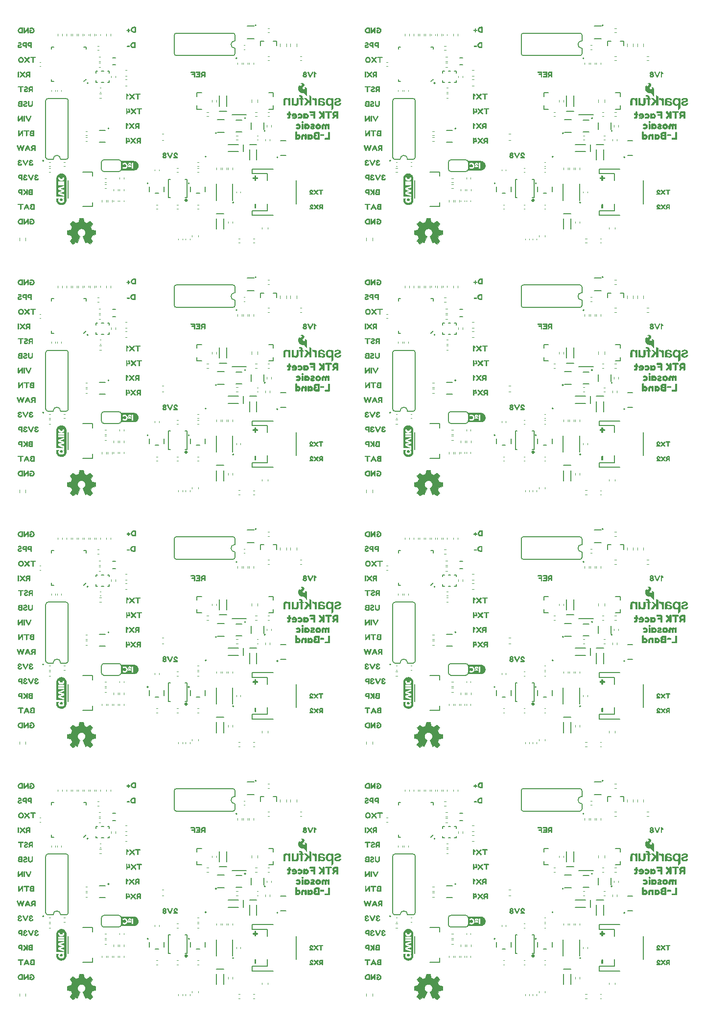
<source format=gbo>
%TF.GenerationSoftware,KiCad,Pcbnew,8.0.5*%
%TF.CreationDate,2024-10-14T14:03:10+01:00*%
%TF.ProjectId,SparkFun_RTK_Facet_mosaic_panelized,53706172-6b46-4756-9e5f-52544b5f4661,rev?*%
%TF.SameCoordinates,Original*%
%TF.FileFunction,Legend,Bot*%
%TF.FilePolarity,Positive*%
%FSLAX46Y46*%
G04 Gerber Fmt 4.6, Leading zero omitted, Abs format (unit mm)*
G04 Created by KiCad (PCBNEW 8.0.5) date 2024-10-14 14:03:10*
%MOMM*%
%LPD*%
G01*
G04 APERTURE LIST*
%ADD10C,0.000000*%
%ADD11C,0.120000*%
%ADD12C,0.152400*%
%ADD13C,0.203200*%
%ADD14C,0.200000*%
%ADD15C,0.036868*%
%ADD16C,0.127000*%
%ADD17C,0.300000*%
G04 APERTURE END LIST*
D10*
%TO.C,kibuzzard-65A7F548*%
G36*
X5070971Y13195201D02*
G01*
X5132437Y13152834D01*
X5152926Y13106301D01*
X5132090Y13039626D01*
X4748709Y12261751D01*
X4702175Y12212439D01*
X4636195Y12193687D01*
X4622304Y12193687D01*
X4557712Y12212439D01*
X4511179Y12261751D01*
X4127798Y13039626D01*
X4106962Y13106301D01*
X4127450Y13152834D01*
X4188916Y13195201D01*
X4270871Y13218815D01*
X4331990Y13181310D01*
X4351437Y13139638D01*
X4629249Y12531229D01*
X4644355Y12563351D01*
X4678561Y12637492D01*
X4723705Y12735595D01*
X4771628Y12839601D01*
X4819377Y12943607D01*
X4864001Y13041709D01*
X4898901Y13118108D01*
X4917480Y13157002D01*
X4940399Y13193812D01*
X4964013Y13213259D01*
X5000823Y13218815D01*
X5070971Y13195201D01*
G37*
G36*
X3133923Y13201104D02*
G01*
X3170734Y13172976D01*
X3183930Y13136166D01*
X3186013Y13088243D01*
X3186013Y12317313D01*
X3177679Y12245082D01*
X3140869Y12206536D01*
X3063776Y12193687D01*
X2992239Y12203063D01*
X2955429Y12231191D01*
X2942233Y12268002D01*
X2940149Y12315924D01*
X2940149Y12472888D01*
X2766516Y12472888D01*
X2685025Y12482766D01*
X2605385Y12512399D01*
X2527598Y12561788D01*
X2475855Y12612315D01*
X2434530Y12677775D01*
X2407444Y12755042D01*
X2398415Y12840990D01*
X2642890Y12840990D01*
X2683173Y12749312D01*
X2765127Y12718752D01*
X2940149Y12718752D01*
X2940149Y12964616D01*
X2766516Y12964616D01*
X2683173Y12933363D01*
X2642890Y12840990D01*
X2398415Y12840990D01*
X2407444Y12927112D01*
X2434530Y13004899D01*
X2475855Y13070880D01*
X2527598Y13121580D01*
X2605231Y13170969D01*
X2684407Y13200603D01*
X2765127Y13210480D01*
X3062387Y13210480D01*
X3133923Y13201104D01*
G37*
G36*
X3735561Y13220898D02*
G01*
X3797895Y13206313D01*
X3889573Y13163252D01*
X3947220Y13108384D01*
X3977779Y13064629D01*
X4009727Y12970173D01*
X3992364Y12920514D01*
X3940274Y12877105D01*
X3863876Y12852102D01*
X3811091Y12869466D01*
X3772198Y12921555D01*
X3763863Y12938224D01*
X3727748Y12971562D01*
X3649266Y12988230D01*
X3572173Y12961838D01*
X3544391Y12906276D01*
X3570784Y12865646D01*
X3649960Y12852102D01*
X3722191Y12845157D01*
X3760738Y12807305D01*
X3773587Y12729865D01*
X3764211Y12658675D01*
X3736082Y12622907D01*
X3699966Y12609016D01*
X3636764Y12606238D01*
X3556198Y12577762D01*
X3522166Y12511782D01*
X3556893Y12444413D01*
X3601343Y12422014D01*
X3665240Y12414548D01*
X3723580Y12422882D01*
X3799979Y12489557D01*
X3841651Y12561788D01*
X3915271Y12575679D01*
X4017367Y12555538D01*
X4051399Y12495113D01*
X4036120Y12420104D01*
X4033341Y12406213D01*
X4018062Y12370098D01*
X3983682Y12314882D01*
X3944441Y12271474D01*
X3864184Y12217455D01*
X3771580Y12185044D01*
X3666629Y12174240D01*
X3560906Y12184966D01*
X3467839Y12217146D01*
X3387427Y12270780D01*
X3325691Y12340927D01*
X3288650Y12422651D01*
X3276302Y12515949D01*
X3287762Y12586791D01*
X3322141Y12649299D01*
X3365897Y12694444D01*
X3406874Y12724309D01*
X3406874Y12734032D01*
X3346682Y12777633D01*
X3310566Y12836205D01*
X3298527Y12909748D01*
X3309486Y12988076D01*
X3342360Y13061002D01*
X3397151Y13128526D01*
X3470925Y13182545D01*
X3560751Y13214956D01*
X3666629Y13225760D01*
X3735561Y13220898D01*
G37*
G36*
X5667747Y13220898D02*
G01*
X5730081Y13206313D01*
X5821759Y13163252D01*
X5879405Y13108384D01*
X5909965Y13064629D01*
X5941913Y12970173D01*
X5924550Y12920514D01*
X5872460Y12877105D01*
X5796062Y12852102D01*
X5743277Y12869466D01*
X5704384Y12921555D01*
X5696049Y12938224D01*
X5659934Y12971562D01*
X5581452Y12988230D01*
X5504359Y12961838D01*
X5476577Y12906276D01*
X5502970Y12865646D01*
X5582146Y12852102D01*
X5654377Y12845157D01*
X5692924Y12807305D01*
X5705773Y12729865D01*
X5696396Y12658675D01*
X5668268Y12622907D01*
X5632152Y12609016D01*
X5568950Y12606238D01*
X5488384Y12577762D01*
X5454352Y12511782D01*
X5489079Y12444413D01*
X5533529Y12422014D01*
X5597426Y12414548D01*
X5655766Y12422882D01*
X5732165Y12489557D01*
X5773837Y12561788D01*
X5847457Y12575679D01*
X5949553Y12555538D01*
X5983585Y12495113D01*
X5968305Y12420104D01*
X5965527Y12406213D01*
X5950248Y12370098D01*
X5915868Y12314882D01*
X5876627Y12271474D01*
X5796370Y12217455D01*
X5703766Y12185044D01*
X5598815Y12174240D01*
X5493092Y12184966D01*
X5400025Y12217146D01*
X5319613Y12270780D01*
X5257877Y12340927D01*
X5220836Y12422651D01*
X5208488Y12515949D01*
X5219948Y12586791D01*
X5254327Y12649299D01*
X5298083Y12694444D01*
X5339060Y12724309D01*
X5339060Y12734032D01*
X5278867Y12777633D01*
X5242752Y12836205D01*
X5230713Y12909748D01*
X5241671Y12988076D01*
X5274546Y13061002D01*
X5329337Y13128526D01*
X5403111Y13182545D01*
X5492937Y13214956D01*
X5598815Y13225760D01*
X5667747Y13220898D01*
G37*
G36*
X65070971Y13195201D02*
G01*
X65132437Y13152834D01*
X65152926Y13106301D01*
X65132090Y13039626D01*
X64748709Y12261751D01*
X64702175Y12212439D01*
X64636195Y12193687D01*
X64622304Y12193687D01*
X64557712Y12212439D01*
X64511179Y12261751D01*
X64127798Y13039626D01*
X64106962Y13106301D01*
X64127450Y13152834D01*
X64188916Y13195201D01*
X64270871Y13218815D01*
X64331990Y13181310D01*
X64351437Y13139638D01*
X64629249Y12531229D01*
X64644355Y12563351D01*
X64678561Y12637492D01*
X64723705Y12735595D01*
X64771628Y12839601D01*
X64819377Y12943607D01*
X64864001Y13041709D01*
X64898901Y13118108D01*
X64917480Y13157002D01*
X64940399Y13193812D01*
X64964013Y13213259D01*
X65000823Y13218815D01*
X65070971Y13195201D01*
G37*
G36*
X63133923Y13201104D02*
G01*
X63170734Y13172976D01*
X63183930Y13136166D01*
X63186013Y13088243D01*
X63186013Y12317313D01*
X63177679Y12245082D01*
X63140869Y12206536D01*
X63063776Y12193687D01*
X62992239Y12203063D01*
X62955429Y12231191D01*
X62942233Y12268002D01*
X62940149Y12315924D01*
X62940149Y12472888D01*
X62766516Y12472888D01*
X62685025Y12482766D01*
X62605385Y12512399D01*
X62527598Y12561788D01*
X62475855Y12612315D01*
X62434530Y12677775D01*
X62407444Y12755042D01*
X62398415Y12840990D01*
X62642890Y12840990D01*
X62683173Y12749312D01*
X62765127Y12718752D01*
X62940149Y12718752D01*
X62940149Y12964616D01*
X62766516Y12964616D01*
X62683173Y12933363D01*
X62642890Y12840990D01*
X62398415Y12840990D01*
X62407444Y12927112D01*
X62434530Y13004899D01*
X62475855Y13070880D01*
X62527598Y13121580D01*
X62605231Y13170969D01*
X62684407Y13200603D01*
X62765127Y13210480D01*
X63062387Y13210480D01*
X63133923Y13201104D01*
G37*
G36*
X63735561Y13220898D02*
G01*
X63797895Y13206313D01*
X63889573Y13163252D01*
X63947220Y13108384D01*
X63977779Y13064629D01*
X64009727Y12970173D01*
X63992364Y12920514D01*
X63940274Y12877105D01*
X63863876Y12852102D01*
X63811091Y12869466D01*
X63772198Y12921555D01*
X63763863Y12938224D01*
X63727748Y12971562D01*
X63649266Y12988230D01*
X63572173Y12961838D01*
X63544391Y12906276D01*
X63570784Y12865646D01*
X63649960Y12852102D01*
X63722191Y12845157D01*
X63760738Y12807305D01*
X63773587Y12729865D01*
X63764211Y12658675D01*
X63736082Y12622907D01*
X63699966Y12609016D01*
X63636764Y12606238D01*
X63556198Y12577762D01*
X63522166Y12511782D01*
X63556893Y12444413D01*
X63601343Y12422014D01*
X63665240Y12414548D01*
X63723580Y12422882D01*
X63799979Y12489557D01*
X63841651Y12561788D01*
X63915271Y12575679D01*
X64017367Y12555538D01*
X64051399Y12495113D01*
X64036120Y12420104D01*
X64033341Y12406213D01*
X64018062Y12370098D01*
X63983682Y12314882D01*
X63944441Y12271474D01*
X63864184Y12217455D01*
X63771580Y12185044D01*
X63666629Y12174240D01*
X63560906Y12184966D01*
X63467839Y12217146D01*
X63387427Y12270780D01*
X63325691Y12340927D01*
X63288650Y12422651D01*
X63276302Y12515949D01*
X63287762Y12586791D01*
X63322141Y12649299D01*
X63365897Y12694444D01*
X63406874Y12724309D01*
X63406874Y12734032D01*
X63346682Y12777633D01*
X63310566Y12836205D01*
X63298527Y12909748D01*
X63309486Y12988076D01*
X63342360Y13061002D01*
X63397151Y13128526D01*
X63470925Y13182545D01*
X63560751Y13214956D01*
X63666629Y13225760D01*
X63735561Y13220898D01*
G37*
G36*
X65667747Y13220898D02*
G01*
X65730081Y13206313D01*
X65821759Y13163252D01*
X65879405Y13108384D01*
X65909965Y13064629D01*
X65941913Y12970173D01*
X65924550Y12920514D01*
X65872460Y12877105D01*
X65796062Y12852102D01*
X65743277Y12869466D01*
X65704384Y12921555D01*
X65696049Y12938224D01*
X65659934Y12971562D01*
X65581452Y12988230D01*
X65504359Y12961838D01*
X65476577Y12906276D01*
X65502970Y12865646D01*
X65582146Y12852102D01*
X65654377Y12845157D01*
X65692924Y12807305D01*
X65705773Y12729865D01*
X65696396Y12658675D01*
X65668268Y12622907D01*
X65632152Y12609016D01*
X65568950Y12606238D01*
X65488384Y12577762D01*
X65454352Y12511782D01*
X65489079Y12444413D01*
X65533529Y12422014D01*
X65597426Y12414548D01*
X65655766Y12422882D01*
X65732165Y12489557D01*
X65773837Y12561788D01*
X65847457Y12575679D01*
X65949553Y12555538D01*
X65983585Y12495113D01*
X65968305Y12420104D01*
X65965527Y12406213D01*
X65950248Y12370098D01*
X65915868Y12314882D01*
X65876627Y12271474D01*
X65796370Y12217455D01*
X65703766Y12185044D01*
X65598815Y12174240D01*
X65493092Y12184966D01*
X65400025Y12217146D01*
X65319613Y12270780D01*
X65257877Y12340927D01*
X65220836Y12422651D01*
X65208488Y12515949D01*
X65219948Y12586791D01*
X65254327Y12649299D01*
X65298083Y12694444D01*
X65339060Y12724309D01*
X65339060Y12734032D01*
X65278867Y12777633D01*
X65242752Y12836205D01*
X65230713Y12909748D01*
X65241671Y12988076D01*
X65274546Y13061002D01*
X65329337Y13128526D01*
X65403111Y13182545D01*
X65492937Y13214956D01*
X65598815Y13225760D01*
X65667747Y13220898D01*
G37*
G36*
X65070971Y143695201D02*
G01*
X65132437Y143652834D01*
X65152926Y143606301D01*
X65132090Y143539626D01*
X64748709Y142761751D01*
X64702175Y142712439D01*
X64636195Y142693687D01*
X64622304Y142693687D01*
X64557712Y142712439D01*
X64511179Y142761751D01*
X64127798Y143539626D01*
X64106962Y143606301D01*
X64127450Y143652834D01*
X64188916Y143695201D01*
X64270871Y143718815D01*
X64331990Y143681310D01*
X64351437Y143639638D01*
X64629249Y143031229D01*
X64644355Y143063351D01*
X64678561Y143137492D01*
X64723705Y143235595D01*
X64771628Y143339601D01*
X64819377Y143443607D01*
X64864001Y143541709D01*
X64898901Y143618108D01*
X64917480Y143657002D01*
X64940399Y143693812D01*
X64964013Y143713259D01*
X65000823Y143718815D01*
X65070971Y143695201D01*
G37*
G36*
X63133923Y143701104D02*
G01*
X63170734Y143672976D01*
X63183930Y143636166D01*
X63186013Y143588243D01*
X63186013Y142817313D01*
X63177679Y142745082D01*
X63140869Y142706536D01*
X63063776Y142693687D01*
X62992239Y142703063D01*
X62955429Y142731191D01*
X62942233Y142768002D01*
X62940149Y142815924D01*
X62940149Y142972888D01*
X62766516Y142972888D01*
X62685025Y142982766D01*
X62605385Y143012399D01*
X62527598Y143061788D01*
X62475855Y143112315D01*
X62434530Y143177775D01*
X62407444Y143255042D01*
X62398415Y143340990D01*
X62642890Y143340990D01*
X62683173Y143249312D01*
X62765127Y143218752D01*
X62940149Y143218752D01*
X62940149Y143464616D01*
X62766516Y143464616D01*
X62683173Y143433363D01*
X62642890Y143340990D01*
X62398415Y143340990D01*
X62407444Y143427112D01*
X62434530Y143504899D01*
X62475855Y143570880D01*
X62527598Y143621580D01*
X62605231Y143670969D01*
X62684407Y143700603D01*
X62765127Y143710480D01*
X63062387Y143710480D01*
X63133923Y143701104D01*
G37*
G36*
X63735561Y143720898D02*
G01*
X63797895Y143706313D01*
X63889573Y143663252D01*
X63947220Y143608384D01*
X63977779Y143564629D01*
X64009727Y143470173D01*
X63992364Y143420514D01*
X63940274Y143377105D01*
X63863876Y143352102D01*
X63811091Y143369466D01*
X63772198Y143421555D01*
X63763863Y143438224D01*
X63727748Y143471562D01*
X63649266Y143488230D01*
X63572173Y143461838D01*
X63544391Y143406276D01*
X63570784Y143365646D01*
X63649960Y143352102D01*
X63722191Y143345157D01*
X63760738Y143307305D01*
X63773587Y143229865D01*
X63764211Y143158675D01*
X63736082Y143122907D01*
X63699966Y143109016D01*
X63636764Y143106238D01*
X63556198Y143077762D01*
X63522166Y143011782D01*
X63556893Y142944413D01*
X63601343Y142922014D01*
X63665240Y142914548D01*
X63723580Y142922882D01*
X63799979Y142989557D01*
X63841651Y143061788D01*
X63915271Y143075679D01*
X64017367Y143055538D01*
X64051399Y142995113D01*
X64036120Y142920104D01*
X64033341Y142906213D01*
X64018062Y142870098D01*
X63983682Y142814882D01*
X63944441Y142771474D01*
X63864184Y142717455D01*
X63771580Y142685044D01*
X63666629Y142674240D01*
X63560906Y142684966D01*
X63467839Y142717146D01*
X63387427Y142770780D01*
X63325691Y142840927D01*
X63288650Y142922651D01*
X63276302Y143015949D01*
X63287762Y143086791D01*
X63322141Y143149299D01*
X63365897Y143194444D01*
X63406874Y143224309D01*
X63406874Y143234032D01*
X63346682Y143277633D01*
X63310566Y143336205D01*
X63298527Y143409748D01*
X63309486Y143488076D01*
X63342360Y143561002D01*
X63397151Y143628526D01*
X63470925Y143682545D01*
X63560751Y143714956D01*
X63666629Y143725760D01*
X63735561Y143720898D01*
G37*
G36*
X65667747Y143720898D02*
G01*
X65730081Y143706313D01*
X65821759Y143663252D01*
X65879405Y143608384D01*
X65909965Y143564629D01*
X65941913Y143470173D01*
X65924550Y143420514D01*
X65872460Y143377105D01*
X65796062Y143352102D01*
X65743277Y143369466D01*
X65704384Y143421555D01*
X65696049Y143438224D01*
X65659934Y143471562D01*
X65581452Y143488230D01*
X65504359Y143461838D01*
X65476577Y143406276D01*
X65502970Y143365646D01*
X65582146Y143352102D01*
X65654377Y143345157D01*
X65692924Y143307305D01*
X65705773Y143229865D01*
X65696396Y143158675D01*
X65668268Y143122907D01*
X65632152Y143109016D01*
X65568950Y143106238D01*
X65488384Y143077762D01*
X65454352Y143011782D01*
X65489079Y142944413D01*
X65533529Y142922014D01*
X65597426Y142914548D01*
X65655766Y142922882D01*
X65732165Y142989557D01*
X65773837Y143061788D01*
X65847457Y143075679D01*
X65949553Y143055538D01*
X65983585Y142995113D01*
X65968305Y142920104D01*
X65965527Y142906213D01*
X65950248Y142870098D01*
X65915868Y142814882D01*
X65876627Y142771474D01*
X65796370Y142717455D01*
X65703766Y142685044D01*
X65598815Y142674240D01*
X65493092Y142684966D01*
X65400025Y142717146D01*
X65319613Y142770780D01*
X65257877Y142840927D01*
X65220836Y142922651D01*
X65208488Y143015949D01*
X65219948Y143086791D01*
X65254327Y143149299D01*
X65298083Y143194444D01*
X65339060Y143224309D01*
X65339060Y143234032D01*
X65278867Y143277633D01*
X65242752Y143336205D01*
X65230713Y143409748D01*
X65241671Y143488076D01*
X65274546Y143561002D01*
X65329337Y143628526D01*
X65403111Y143682545D01*
X65492937Y143714956D01*
X65598815Y143725760D01*
X65667747Y143720898D01*
G37*
G36*
X5070971Y143695201D02*
G01*
X5132437Y143652834D01*
X5152926Y143606301D01*
X5132090Y143539626D01*
X4748709Y142761751D01*
X4702175Y142712439D01*
X4636195Y142693687D01*
X4622304Y142693687D01*
X4557712Y142712439D01*
X4511179Y142761751D01*
X4127798Y143539626D01*
X4106962Y143606301D01*
X4127450Y143652834D01*
X4188916Y143695201D01*
X4270871Y143718815D01*
X4331990Y143681310D01*
X4351437Y143639638D01*
X4629249Y143031229D01*
X4644355Y143063351D01*
X4678561Y143137492D01*
X4723705Y143235595D01*
X4771628Y143339601D01*
X4819377Y143443607D01*
X4864001Y143541709D01*
X4898901Y143618108D01*
X4917480Y143657002D01*
X4940399Y143693812D01*
X4964013Y143713259D01*
X5000823Y143718815D01*
X5070971Y143695201D01*
G37*
G36*
X3133923Y143701104D02*
G01*
X3170734Y143672976D01*
X3183930Y143636166D01*
X3186013Y143588243D01*
X3186013Y142817313D01*
X3177679Y142745082D01*
X3140869Y142706536D01*
X3063776Y142693687D01*
X2992239Y142703063D01*
X2955429Y142731191D01*
X2942233Y142768002D01*
X2940149Y142815924D01*
X2940149Y142972888D01*
X2766516Y142972888D01*
X2685025Y142982766D01*
X2605385Y143012399D01*
X2527598Y143061788D01*
X2475855Y143112315D01*
X2434530Y143177775D01*
X2407444Y143255042D01*
X2398415Y143340990D01*
X2642890Y143340990D01*
X2683173Y143249312D01*
X2765127Y143218752D01*
X2940149Y143218752D01*
X2940149Y143464616D01*
X2766516Y143464616D01*
X2683173Y143433363D01*
X2642890Y143340990D01*
X2398415Y143340990D01*
X2407444Y143427112D01*
X2434530Y143504899D01*
X2475855Y143570880D01*
X2527598Y143621580D01*
X2605231Y143670969D01*
X2684407Y143700603D01*
X2765127Y143710480D01*
X3062387Y143710480D01*
X3133923Y143701104D01*
G37*
G36*
X3735561Y143720898D02*
G01*
X3797895Y143706313D01*
X3889573Y143663252D01*
X3947220Y143608384D01*
X3977779Y143564629D01*
X4009727Y143470173D01*
X3992364Y143420514D01*
X3940274Y143377105D01*
X3863876Y143352102D01*
X3811091Y143369466D01*
X3772198Y143421555D01*
X3763863Y143438224D01*
X3727748Y143471562D01*
X3649266Y143488230D01*
X3572173Y143461838D01*
X3544391Y143406276D01*
X3570784Y143365646D01*
X3649960Y143352102D01*
X3722191Y143345157D01*
X3760738Y143307305D01*
X3773587Y143229865D01*
X3764211Y143158675D01*
X3736082Y143122907D01*
X3699966Y143109016D01*
X3636764Y143106238D01*
X3556198Y143077762D01*
X3522166Y143011782D01*
X3556893Y142944413D01*
X3601343Y142922014D01*
X3665240Y142914548D01*
X3723580Y142922882D01*
X3799979Y142989557D01*
X3841651Y143061788D01*
X3915271Y143075679D01*
X4017367Y143055538D01*
X4051399Y142995113D01*
X4036120Y142920104D01*
X4033341Y142906213D01*
X4018062Y142870098D01*
X3983682Y142814882D01*
X3944441Y142771474D01*
X3864184Y142717455D01*
X3771580Y142685044D01*
X3666629Y142674240D01*
X3560906Y142684966D01*
X3467839Y142717146D01*
X3387427Y142770780D01*
X3325691Y142840927D01*
X3288650Y142922651D01*
X3276302Y143015949D01*
X3287762Y143086791D01*
X3322141Y143149299D01*
X3365897Y143194444D01*
X3406874Y143224309D01*
X3406874Y143234032D01*
X3346682Y143277633D01*
X3310566Y143336205D01*
X3298527Y143409748D01*
X3309486Y143488076D01*
X3342360Y143561002D01*
X3397151Y143628526D01*
X3470925Y143682545D01*
X3560751Y143714956D01*
X3666629Y143725760D01*
X3735561Y143720898D01*
G37*
G36*
X5667747Y143720898D02*
G01*
X5730081Y143706313D01*
X5821759Y143663252D01*
X5879405Y143608384D01*
X5909965Y143564629D01*
X5941913Y143470173D01*
X5924550Y143420514D01*
X5872460Y143377105D01*
X5796062Y143352102D01*
X5743277Y143369466D01*
X5704384Y143421555D01*
X5696049Y143438224D01*
X5659934Y143471562D01*
X5581452Y143488230D01*
X5504359Y143461838D01*
X5476577Y143406276D01*
X5502970Y143365646D01*
X5582146Y143352102D01*
X5654377Y143345157D01*
X5692924Y143307305D01*
X5705773Y143229865D01*
X5696396Y143158675D01*
X5668268Y143122907D01*
X5632152Y143109016D01*
X5568950Y143106238D01*
X5488384Y143077762D01*
X5454352Y143011782D01*
X5489079Y142944413D01*
X5533529Y142922014D01*
X5597426Y142914548D01*
X5655766Y142922882D01*
X5732165Y142989557D01*
X5773837Y143061788D01*
X5847457Y143075679D01*
X5949553Y143055538D01*
X5983585Y142995113D01*
X5968305Y142920104D01*
X5965527Y142906213D01*
X5950248Y142870098D01*
X5915868Y142814882D01*
X5876627Y142771474D01*
X5796370Y142717455D01*
X5703766Y142685044D01*
X5598815Y142674240D01*
X5493092Y142684966D01*
X5400025Y142717146D01*
X5319613Y142770780D01*
X5257877Y142840927D01*
X5220836Y142922651D01*
X5208488Y143015949D01*
X5219948Y143086791D01*
X5254327Y143149299D01*
X5298083Y143194444D01*
X5339060Y143224309D01*
X5339060Y143234032D01*
X5278867Y143277633D01*
X5242752Y143336205D01*
X5230713Y143409748D01*
X5241671Y143488076D01*
X5274546Y143561002D01*
X5329337Y143628526D01*
X5403111Y143682545D01*
X5492937Y143714956D01*
X5598815Y143725760D01*
X5667747Y143720898D01*
G37*
G36*
X5070971Y56695201D02*
G01*
X5132437Y56652834D01*
X5152926Y56606301D01*
X5132090Y56539626D01*
X4748709Y55761751D01*
X4702175Y55712439D01*
X4636195Y55693687D01*
X4622304Y55693687D01*
X4557712Y55712439D01*
X4511179Y55761751D01*
X4127798Y56539626D01*
X4106962Y56606301D01*
X4127450Y56652834D01*
X4188916Y56695201D01*
X4270871Y56718815D01*
X4331990Y56681310D01*
X4351437Y56639638D01*
X4629249Y56031229D01*
X4644355Y56063351D01*
X4678561Y56137492D01*
X4723705Y56235595D01*
X4771628Y56339601D01*
X4819377Y56443607D01*
X4864001Y56541709D01*
X4898901Y56618108D01*
X4917480Y56657002D01*
X4940399Y56693812D01*
X4964013Y56713259D01*
X5000823Y56718815D01*
X5070971Y56695201D01*
G37*
G36*
X3133923Y56701104D02*
G01*
X3170734Y56672976D01*
X3183930Y56636166D01*
X3186013Y56588243D01*
X3186013Y55817313D01*
X3177679Y55745082D01*
X3140869Y55706536D01*
X3063776Y55693687D01*
X2992239Y55703063D01*
X2955429Y55731191D01*
X2942233Y55768002D01*
X2940149Y55815924D01*
X2940149Y55972888D01*
X2766516Y55972888D01*
X2685025Y55982766D01*
X2605385Y56012399D01*
X2527598Y56061788D01*
X2475855Y56112315D01*
X2434530Y56177775D01*
X2407444Y56255042D01*
X2398415Y56340990D01*
X2642890Y56340990D01*
X2683173Y56249312D01*
X2765127Y56218752D01*
X2940149Y56218752D01*
X2940149Y56464616D01*
X2766516Y56464616D01*
X2683173Y56433363D01*
X2642890Y56340990D01*
X2398415Y56340990D01*
X2407444Y56427112D01*
X2434530Y56504899D01*
X2475855Y56570880D01*
X2527598Y56621580D01*
X2605231Y56670969D01*
X2684407Y56700603D01*
X2765127Y56710480D01*
X3062387Y56710480D01*
X3133923Y56701104D01*
G37*
G36*
X3735561Y56720898D02*
G01*
X3797895Y56706313D01*
X3889573Y56663252D01*
X3947220Y56608384D01*
X3977779Y56564629D01*
X4009727Y56470173D01*
X3992364Y56420514D01*
X3940274Y56377105D01*
X3863876Y56352102D01*
X3811091Y56369466D01*
X3772198Y56421555D01*
X3763863Y56438224D01*
X3727748Y56471562D01*
X3649266Y56488230D01*
X3572173Y56461838D01*
X3544391Y56406276D01*
X3570784Y56365646D01*
X3649960Y56352102D01*
X3722191Y56345157D01*
X3760738Y56307305D01*
X3773587Y56229865D01*
X3764211Y56158675D01*
X3736082Y56122907D01*
X3699966Y56109016D01*
X3636764Y56106238D01*
X3556198Y56077762D01*
X3522166Y56011782D01*
X3556893Y55944413D01*
X3601343Y55922014D01*
X3665240Y55914548D01*
X3723580Y55922882D01*
X3799979Y55989557D01*
X3841651Y56061788D01*
X3915271Y56075679D01*
X4017367Y56055538D01*
X4051399Y55995113D01*
X4036120Y55920104D01*
X4033341Y55906213D01*
X4018062Y55870098D01*
X3983682Y55814882D01*
X3944441Y55771474D01*
X3864184Y55717455D01*
X3771580Y55685044D01*
X3666629Y55674240D01*
X3560906Y55684966D01*
X3467839Y55717146D01*
X3387427Y55770780D01*
X3325691Y55840927D01*
X3288650Y55922651D01*
X3276302Y56015949D01*
X3287762Y56086791D01*
X3322141Y56149299D01*
X3365897Y56194444D01*
X3406874Y56224309D01*
X3406874Y56234032D01*
X3346682Y56277633D01*
X3310566Y56336205D01*
X3298527Y56409748D01*
X3309486Y56488076D01*
X3342360Y56561002D01*
X3397151Y56628526D01*
X3470925Y56682545D01*
X3560751Y56714956D01*
X3666629Y56725760D01*
X3735561Y56720898D01*
G37*
G36*
X5667747Y56720898D02*
G01*
X5730081Y56706313D01*
X5821759Y56663252D01*
X5879405Y56608384D01*
X5909965Y56564629D01*
X5941913Y56470173D01*
X5924550Y56420514D01*
X5872460Y56377105D01*
X5796062Y56352102D01*
X5743277Y56369466D01*
X5704384Y56421555D01*
X5696049Y56438224D01*
X5659934Y56471562D01*
X5581452Y56488230D01*
X5504359Y56461838D01*
X5476577Y56406276D01*
X5502970Y56365646D01*
X5582146Y56352102D01*
X5654377Y56345157D01*
X5692924Y56307305D01*
X5705773Y56229865D01*
X5696396Y56158675D01*
X5668268Y56122907D01*
X5632152Y56109016D01*
X5568950Y56106238D01*
X5488384Y56077762D01*
X5454352Y56011782D01*
X5489079Y55944413D01*
X5533529Y55922014D01*
X5597426Y55914548D01*
X5655766Y55922882D01*
X5732165Y55989557D01*
X5773837Y56061788D01*
X5847457Y56075679D01*
X5949553Y56055538D01*
X5983585Y55995113D01*
X5968305Y55920104D01*
X5965527Y55906213D01*
X5950248Y55870098D01*
X5915868Y55814882D01*
X5876627Y55771474D01*
X5796370Y55717455D01*
X5703766Y55685044D01*
X5598815Y55674240D01*
X5493092Y55684966D01*
X5400025Y55717146D01*
X5319613Y55770780D01*
X5257877Y55840927D01*
X5220836Y55922651D01*
X5208488Y56015949D01*
X5219948Y56086791D01*
X5254327Y56149299D01*
X5298083Y56194444D01*
X5339060Y56224309D01*
X5339060Y56234032D01*
X5278867Y56277633D01*
X5242752Y56336205D01*
X5230713Y56409748D01*
X5241671Y56488076D01*
X5274546Y56561002D01*
X5329337Y56628526D01*
X5403111Y56682545D01*
X5492937Y56714956D01*
X5598815Y56725760D01*
X5667747Y56720898D01*
G37*
G36*
X5070971Y100195201D02*
G01*
X5132437Y100152834D01*
X5152926Y100106301D01*
X5132090Y100039626D01*
X4748709Y99261751D01*
X4702175Y99212439D01*
X4636195Y99193687D01*
X4622304Y99193687D01*
X4557712Y99212439D01*
X4511179Y99261751D01*
X4127798Y100039626D01*
X4106962Y100106301D01*
X4127450Y100152834D01*
X4188916Y100195201D01*
X4270871Y100218815D01*
X4331990Y100181310D01*
X4351437Y100139638D01*
X4629249Y99531229D01*
X4644355Y99563351D01*
X4678561Y99637492D01*
X4723705Y99735595D01*
X4771628Y99839601D01*
X4819377Y99943607D01*
X4864001Y100041709D01*
X4898901Y100118108D01*
X4917480Y100157002D01*
X4940399Y100193812D01*
X4964013Y100213259D01*
X5000823Y100218815D01*
X5070971Y100195201D01*
G37*
G36*
X3133923Y100201104D02*
G01*
X3170734Y100172976D01*
X3183930Y100136166D01*
X3186013Y100088243D01*
X3186013Y99317313D01*
X3177679Y99245082D01*
X3140869Y99206536D01*
X3063776Y99193687D01*
X2992239Y99203063D01*
X2955429Y99231191D01*
X2942233Y99268002D01*
X2940149Y99315924D01*
X2940149Y99472888D01*
X2766516Y99472888D01*
X2685025Y99482766D01*
X2605385Y99512399D01*
X2527598Y99561788D01*
X2475855Y99612315D01*
X2434530Y99677775D01*
X2407444Y99755042D01*
X2398415Y99840990D01*
X2642890Y99840990D01*
X2683173Y99749312D01*
X2765127Y99718752D01*
X2940149Y99718752D01*
X2940149Y99964616D01*
X2766516Y99964616D01*
X2683173Y99933363D01*
X2642890Y99840990D01*
X2398415Y99840990D01*
X2407444Y99927112D01*
X2434530Y100004899D01*
X2475855Y100070880D01*
X2527598Y100121580D01*
X2605231Y100170969D01*
X2684407Y100200603D01*
X2765127Y100210480D01*
X3062387Y100210480D01*
X3133923Y100201104D01*
G37*
G36*
X3735561Y100220898D02*
G01*
X3797895Y100206313D01*
X3889573Y100163252D01*
X3947220Y100108384D01*
X3977779Y100064629D01*
X4009727Y99970173D01*
X3992364Y99920514D01*
X3940274Y99877105D01*
X3863876Y99852102D01*
X3811091Y99869466D01*
X3772198Y99921555D01*
X3763863Y99938224D01*
X3727748Y99971562D01*
X3649266Y99988230D01*
X3572173Y99961838D01*
X3544391Y99906276D01*
X3570784Y99865646D01*
X3649960Y99852102D01*
X3722191Y99845157D01*
X3760738Y99807305D01*
X3773587Y99729865D01*
X3764211Y99658675D01*
X3736082Y99622907D01*
X3699966Y99609016D01*
X3636764Y99606238D01*
X3556198Y99577762D01*
X3522166Y99511782D01*
X3556893Y99444413D01*
X3601343Y99422014D01*
X3665240Y99414548D01*
X3723580Y99422882D01*
X3799979Y99489557D01*
X3841651Y99561788D01*
X3915271Y99575679D01*
X4017367Y99555538D01*
X4051399Y99495113D01*
X4036120Y99420104D01*
X4033341Y99406213D01*
X4018062Y99370098D01*
X3983682Y99314882D01*
X3944441Y99271474D01*
X3864184Y99217455D01*
X3771580Y99185044D01*
X3666629Y99174240D01*
X3560906Y99184966D01*
X3467839Y99217146D01*
X3387427Y99270780D01*
X3325691Y99340927D01*
X3288650Y99422651D01*
X3276302Y99515949D01*
X3287762Y99586791D01*
X3322141Y99649299D01*
X3365897Y99694444D01*
X3406874Y99724309D01*
X3406874Y99734032D01*
X3346682Y99777633D01*
X3310566Y99836205D01*
X3298527Y99909748D01*
X3309486Y99988076D01*
X3342360Y100061002D01*
X3397151Y100128526D01*
X3470925Y100182545D01*
X3560751Y100214956D01*
X3666629Y100225760D01*
X3735561Y100220898D01*
G37*
G36*
X5667747Y100220898D02*
G01*
X5730081Y100206313D01*
X5821759Y100163252D01*
X5879405Y100108384D01*
X5909965Y100064629D01*
X5941913Y99970173D01*
X5924550Y99920514D01*
X5872460Y99877105D01*
X5796062Y99852102D01*
X5743277Y99869466D01*
X5704384Y99921555D01*
X5696049Y99938224D01*
X5659934Y99971562D01*
X5581452Y99988230D01*
X5504359Y99961838D01*
X5476577Y99906276D01*
X5502970Y99865646D01*
X5582146Y99852102D01*
X5654377Y99845157D01*
X5692924Y99807305D01*
X5705773Y99729865D01*
X5696396Y99658675D01*
X5668268Y99622907D01*
X5632152Y99609016D01*
X5568950Y99606238D01*
X5488384Y99577762D01*
X5454352Y99511782D01*
X5489079Y99444413D01*
X5533529Y99422014D01*
X5597426Y99414548D01*
X5655766Y99422882D01*
X5732165Y99489557D01*
X5773837Y99561788D01*
X5847457Y99575679D01*
X5949553Y99555538D01*
X5983585Y99495113D01*
X5968305Y99420104D01*
X5965527Y99406213D01*
X5950248Y99370098D01*
X5915868Y99314882D01*
X5876627Y99271474D01*
X5796370Y99217455D01*
X5703766Y99185044D01*
X5598815Y99174240D01*
X5493092Y99184966D01*
X5400025Y99217146D01*
X5319613Y99270780D01*
X5257877Y99340927D01*
X5220836Y99422651D01*
X5208488Y99515949D01*
X5219948Y99586791D01*
X5254327Y99649299D01*
X5298083Y99694444D01*
X5339060Y99724309D01*
X5339060Y99734032D01*
X5278867Y99777633D01*
X5242752Y99836205D01*
X5230713Y99909748D01*
X5241671Y99988076D01*
X5274546Y100061002D01*
X5329337Y100128526D01*
X5403111Y100182545D01*
X5492937Y100214956D01*
X5598815Y100225760D01*
X5667747Y100220898D01*
G37*
G36*
X65070971Y100195201D02*
G01*
X65132437Y100152834D01*
X65152926Y100106301D01*
X65132090Y100039626D01*
X64748709Y99261751D01*
X64702175Y99212439D01*
X64636195Y99193687D01*
X64622304Y99193687D01*
X64557712Y99212439D01*
X64511179Y99261751D01*
X64127798Y100039626D01*
X64106962Y100106301D01*
X64127450Y100152834D01*
X64188916Y100195201D01*
X64270871Y100218815D01*
X64331990Y100181310D01*
X64351437Y100139638D01*
X64629249Y99531229D01*
X64644355Y99563351D01*
X64678561Y99637492D01*
X64723705Y99735595D01*
X64771628Y99839601D01*
X64819377Y99943607D01*
X64864001Y100041709D01*
X64898901Y100118108D01*
X64917480Y100157002D01*
X64940399Y100193812D01*
X64964013Y100213259D01*
X65000823Y100218815D01*
X65070971Y100195201D01*
G37*
G36*
X63133923Y100201104D02*
G01*
X63170734Y100172976D01*
X63183930Y100136166D01*
X63186013Y100088243D01*
X63186013Y99317313D01*
X63177679Y99245082D01*
X63140869Y99206536D01*
X63063776Y99193687D01*
X62992239Y99203063D01*
X62955429Y99231191D01*
X62942233Y99268002D01*
X62940149Y99315924D01*
X62940149Y99472888D01*
X62766516Y99472888D01*
X62685025Y99482766D01*
X62605385Y99512399D01*
X62527598Y99561788D01*
X62475855Y99612315D01*
X62434530Y99677775D01*
X62407444Y99755042D01*
X62398415Y99840990D01*
X62642890Y99840990D01*
X62683173Y99749312D01*
X62765127Y99718752D01*
X62940149Y99718752D01*
X62940149Y99964616D01*
X62766516Y99964616D01*
X62683173Y99933363D01*
X62642890Y99840990D01*
X62398415Y99840990D01*
X62407444Y99927112D01*
X62434530Y100004899D01*
X62475855Y100070880D01*
X62527598Y100121580D01*
X62605231Y100170969D01*
X62684407Y100200603D01*
X62765127Y100210480D01*
X63062387Y100210480D01*
X63133923Y100201104D01*
G37*
G36*
X63735561Y100220898D02*
G01*
X63797895Y100206313D01*
X63889573Y100163252D01*
X63947220Y100108384D01*
X63977779Y100064629D01*
X64009727Y99970173D01*
X63992364Y99920514D01*
X63940274Y99877105D01*
X63863876Y99852102D01*
X63811091Y99869466D01*
X63772198Y99921555D01*
X63763863Y99938224D01*
X63727748Y99971562D01*
X63649266Y99988230D01*
X63572173Y99961838D01*
X63544391Y99906276D01*
X63570784Y99865646D01*
X63649960Y99852102D01*
X63722191Y99845157D01*
X63760738Y99807305D01*
X63773587Y99729865D01*
X63764211Y99658675D01*
X63736082Y99622907D01*
X63699966Y99609016D01*
X63636764Y99606238D01*
X63556198Y99577762D01*
X63522166Y99511782D01*
X63556893Y99444413D01*
X63601343Y99422014D01*
X63665240Y99414548D01*
X63723580Y99422882D01*
X63799979Y99489557D01*
X63841651Y99561788D01*
X63915271Y99575679D01*
X64017367Y99555538D01*
X64051399Y99495113D01*
X64036120Y99420104D01*
X64033341Y99406213D01*
X64018062Y99370098D01*
X63983682Y99314882D01*
X63944441Y99271474D01*
X63864184Y99217455D01*
X63771580Y99185044D01*
X63666629Y99174240D01*
X63560906Y99184966D01*
X63467839Y99217146D01*
X63387427Y99270780D01*
X63325691Y99340927D01*
X63288650Y99422651D01*
X63276302Y99515949D01*
X63287762Y99586791D01*
X63322141Y99649299D01*
X63365897Y99694444D01*
X63406874Y99724309D01*
X63406874Y99734032D01*
X63346682Y99777633D01*
X63310566Y99836205D01*
X63298527Y99909748D01*
X63309486Y99988076D01*
X63342360Y100061002D01*
X63397151Y100128526D01*
X63470925Y100182545D01*
X63560751Y100214956D01*
X63666629Y100225760D01*
X63735561Y100220898D01*
G37*
G36*
X65667747Y100220898D02*
G01*
X65730081Y100206313D01*
X65821759Y100163252D01*
X65879405Y100108384D01*
X65909965Y100064629D01*
X65941913Y99970173D01*
X65924550Y99920514D01*
X65872460Y99877105D01*
X65796062Y99852102D01*
X65743277Y99869466D01*
X65704384Y99921555D01*
X65696049Y99938224D01*
X65659934Y99971562D01*
X65581452Y99988230D01*
X65504359Y99961838D01*
X65476577Y99906276D01*
X65502970Y99865646D01*
X65582146Y99852102D01*
X65654377Y99845157D01*
X65692924Y99807305D01*
X65705773Y99729865D01*
X65696396Y99658675D01*
X65668268Y99622907D01*
X65632152Y99609016D01*
X65568950Y99606238D01*
X65488384Y99577762D01*
X65454352Y99511782D01*
X65489079Y99444413D01*
X65533529Y99422014D01*
X65597426Y99414548D01*
X65655766Y99422882D01*
X65732165Y99489557D01*
X65773837Y99561788D01*
X65847457Y99575679D01*
X65949553Y99555538D01*
X65983585Y99495113D01*
X65968305Y99420104D01*
X65965527Y99406213D01*
X65950248Y99370098D01*
X65915868Y99314882D01*
X65876627Y99271474D01*
X65796370Y99217455D01*
X65703766Y99185044D01*
X65598815Y99174240D01*
X65493092Y99184966D01*
X65400025Y99217146D01*
X65319613Y99270780D01*
X65257877Y99340927D01*
X65220836Y99422651D01*
X65208488Y99515949D01*
X65219948Y99586791D01*
X65254327Y99649299D01*
X65298083Y99694444D01*
X65339060Y99724309D01*
X65339060Y99734032D01*
X65278867Y99777633D01*
X65242752Y99836205D01*
X65230713Y99909748D01*
X65241671Y99988076D01*
X65274546Y100061002D01*
X65329337Y100128526D01*
X65403111Y100182545D01*
X65492937Y100214956D01*
X65598815Y100225760D01*
X65667747Y100220898D01*
G37*
G36*
X65070971Y56695201D02*
G01*
X65132437Y56652834D01*
X65152926Y56606301D01*
X65132090Y56539626D01*
X64748709Y55761751D01*
X64702175Y55712439D01*
X64636195Y55693687D01*
X64622304Y55693687D01*
X64557712Y55712439D01*
X64511179Y55761751D01*
X64127798Y56539626D01*
X64106962Y56606301D01*
X64127450Y56652834D01*
X64188916Y56695201D01*
X64270871Y56718815D01*
X64331990Y56681310D01*
X64351437Y56639638D01*
X64629249Y56031229D01*
X64644355Y56063351D01*
X64678561Y56137492D01*
X64723705Y56235595D01*
X64771628Y56339601D01*
X64819377Y56443607D01*
X64864001Y56541709D01*
X64898901Y56618108D01*
X64917480Y56657002D01*
X64940399Y56693812D01*
X64964013Y56713259D01*
X65000823Y56718815D01*
X65070971Y56695201D01*
G37*
G36*
X63133923Y56701104D02*
G01*
X63170734Y56672976D01*
X63183930Y56636166D01*
X63186013Y56588243D01*
X63186013Y55817313D01*
X63177679Y55745082D01*
X63140869Y55706536D01*
X63063776Y55693687D01*
X62992239Y55703063D01*
X62955429Y55731191D01*
X62942233Y55768002D01*
X62940149Y55815924D01*
X62940149Y55972888D01*
X62766516Y55972888D01*
X62685025Y55982766D01*
X62605385Y56012399D01*
X62527598Y56061788D01*
X62475855Y56112315D01*
X62434530Y56177775D01*
X62407444Y56255042D01*
X62398415Y56340990D01*
X62642890Y56340990D01*
X62683173Y56249312D01*
X62765127Y56218752D01*
X62940149Y56218752D01*
X62940149Y56464616D01*
X62766516Y56464616D01*
X62683173Y56433363D01*
X62642890Y56340990D01*
X62398415Y56340990D01*
X62407444Y56427112D01*
X62434530Y56504899D01*
X62475855Y56570880D01*
X62527598Y56621580D01*
X62605231Y56670969D01*
X62684407Y56700603D01*
X62765127Y56710480D01*
X63062387Y56710480D01*
X63133923Y56701104D01*
G37*
G36*
X63735561Y56720898D02*
G01*
X63797895Y56706313D01*
X63889573Y56663252D01*
X63947220Y56608384D01*
X63977779Y56564629D01*
X64009727Y56470173D01*
X63992364Y56420514D01*
X63940274Y56377105D01*
X63863876Y56352102D01*
X63811091Y56369466D01*
X63772198Y56421555D01*
X63763863Y56438224D01*
X63727748Y56471562D01*
X63649266Y56488230D01*
X63572173Y56461838D01*
X63544391Y56406276D01*
X63570784Y56365646D01*
X63649960Y56352102D01*
X63722191Y56345157D01*
X63760738Y56307305D01*
X63773587Y56229865D01*
X63764211Y56158675D01*
X63736082Y56122907D01*
X63699966Y56109016D01*
X63636764Y56106238D01*
X63556198Y56077762D01*
X63522166Y56011782D01*
X63556893Y55944413D01*
X63601343Y55922014D01*
X63665240Y55914548D01*
X63723580Y55922882D01*
X63799979Y55989557D01*
X63841651Y56061788D01*
X63915271Y56075679D01*
X64017367Y56055538D01*
X64051399Y55995113D01*
X64036120Y55920104D01*
X64033341Y55906213D01*
X64018062Y55870098D01*
X63983682Y55814882D01*
X63944441Y55771474D01*
X63864184Y55717455D01*
X63771580Y55685044D01*
X63666629Y55674240D01*
X63560906Y55684966D01*
X63467839Y55717146D01*
X63387427Y55770780D01*
X63325691Y55840927D01*
X63288650Y55922651D01*
X63276302Y56015949D01*
X63287762Y56086791D01*
X63322141Y56149299D01*
X63365897Y56194444D01*
X63406874Y56224309D01*
X63406874Y56234032D01*
X63346682Y56277633D01*
X63310566Y56336205D01*
X63298527Y56409748D01*
X63309486Y56488076D01*
X63342360Y56561002D01*
X63397151Y56628526D01*
X63470925Y56682545D01*
X63560751Y56714956D01*
X63666629Y56725760D01*
X63735561Y56720898D01*
G37*
G36*
X65667747Y56720898D02*
G01*
X65730081Y56706313D01*
X65821759Y56663252D01*
X65879405Y56608384D01*
X65909965Y56564629D01*
X65941913Y56470173D01*
X65924550Y56420514D01*
X65872460Y56377105D01*
X65796062Y56352102D01*
X65743277Y56369466D01*
X65704384Y56421555D01*
X65696049Y56438224D01*
X65659934Y56471562D01*
X65581452Y56488230D01*
X65504359Y56461838D01*
X65476577Y56406276D01*
X65502970Y56365646D01*
X65582146Y56352102D01*
X65654377Y56345157D01*
X65692924Y56307305D01*
X65705773Y56229865D01*
X65696396Y56158675D01*
X65668268Y56122907D01*
X65632152Y56109016D01*
X65568950Y56106238D01*
X65488384Y56077762D01*
X65454352Y56011782D01*
X65489079Y55944413D01*
X65533529Y55922014D01*
X65597426Y55914548D01*
X65655766Y55922882D01*
X65732165Y55989557D01*
X65773837Y56061788D01*
X65847457Y56075679D01*
X65949553Y56055538D01*
X65983585Y55995113D01*
X65968305Y55920104D01*
X65965527Y55906213D01*
X65950248Y55870098D01*
X65915868Y55814882D01*
X65876627Y55771474D01*
X65796370Y55717455D01*
X65703766Y55685044D01*
X65598815Y55674240D01*
X65493092Y55684966D01*
X65400025Y55717146D01*
X65319613Y55770780D01*
X65257877Y55840927D01*
X65220836Y55922651D01*
X65208488Y56015949D01*
X65219948Y56086791D01*
X65254327Y56149299D01*
X65298083Y56194444D01*
X65339060Y56224309D01*
X65339060Y56234032D01*
X65278867Y56277633D01*
X65242752Y56336205D01*
X65230713Y56409748D01*
X65241671Y56488076D01*
X65274546Y56561002D01*
X65329337Y56628526D01*
X65403111Y56682545D01*
X65492937Y56714956D01*
X65598815Y56725760D01*
X65667747Y56720898D01*
G37*
%TO.C,kibuzzard-65A7F5CF*%
G36*
X22804735Y24609921D02*
G01*
X22858909Y24524494D01*
X22810291Y24436983D01*
X22531090Y24130000D01*
X22810291Y23823017D01*
X22858909Y23734117D01*
X22804041Y23650079D01*
X22713752Y23600767D01*
X22628324Y23656330D01*
X22364402Y23959145D01*
X22100480Y23656330D01*
X22015053Y23600767D01*
X21924764Y23649384D01*
X21871285Y23734117D01*
X21918513Y23823017D01*
X22197715Y24130000D01*
X21918513Y24436983D01*
X21871285Y24524494D01*
X21925459Y24610616D01*
X22015053Y24659233D01*
X22100480Y24603670D01*
X22364402Y24300855D01*
X22628324Y24603670D01*
X22713752Y24659233D01*
X22804735Y24609921D01*
G37*
G36*
X23843754Y24621728D02*
G01*
X23867368Y24591863D01*
X23874313Y24534217D01*
X23867368Y24475877D01*
X23839587Y24443234D01*
X23774301Y24432816D01*
X23507601Y24432816D01*
X23507601Y23735506D01*
X23505517Y23687584D01*
X23493016Y23651468D01*
X23456900Y23622992D01*
X23388141Y23614658D01*
X23318688Y23622992D01*
X23281878Y23651468D01*
X23269377Y23686889D01*
X23267293Y23734117D01*
X23267293Y24432816D01*
X23001982Y24432816D01*
X22931140Y24445317D01*
X22907526Y24475182D01*
X22900580Y24532828D01*
X22907526Y24591169D01*
X22935307Y24623812D01*
X23000593Y24634230D01*
X23772912Y24634230D01*
X23843754Y24621728D01*
G37*
G36*
X21670566Y24623117D02*
G01*
X21695569Y24591169D01*
X21710154Y24542552D01*
X21825446Y24077216D01*
X21829613Y24021653D01*
X21822668Y23961923D01*
X21784816Y23922335D01*
X21707376Y23909139D01*
X21330940Y23909139D01*
X21330940Y23739673D01*
X21322605Y23667442D01*
X21304548Y23639661D01*
X21268432Y23622992D01*
X21204535Y23616047D01*
X21137166Y23624381D01*
X21096883Y23658413D01*
X21083687Y23738284D01*
X21083687Y24510603D01*
X21085770Y24559220D01*
X21098966Y24596030D01*
X21136471Y24625201D01*
X21206619Y24634230D01*
X21277461Y24626590D01*
X21315660Y24599503D01*
X21328856Y24564777D01*
X21330940Y24517548D01*
X21330940Y24138334D01*
X21557357Y24138334D01*
X21472624Y24477266D01*
X21471235Y24481433D01*
X21461512Y24539773D01*
X21485820Y24593252D01*
X21558746Y24628673D01*
X21622643Y24638397D01*
X21670566Y24623117D01*
G37*
G36*
X22804735Y111609921D02*
G01*
X22858909Y111524494D01*
X22810291Y111436983D01*
X22531090Y111130000D01*
X22810291Y110823017D01*
X22858909Y110734117D01*
X22804041Y110650079D01*
X22713752Y110600767D01*
X22628324Y110656330D01*
X22364402Y110959145D01*
X22100480Y110656330D01*
X22015053Y110600767D01*
X21924764Y110649384D01*
X21871285Y110734117D01*
X21918513Y110823017D01*
X22197715Y111130000D01*
X21918513Y111436983D01*
X21871285Y111524494D01*
X21925459Y111610616D01*
X22015053Y111659233D01*
X22100480Y111603670D01*
X22364402Y111300855D01*
X22628324Y111603670D01*
X22713752Y111659233D01*
X22804735Y111609921D01*
G37*
G36*
X23843754Y111621728D02*
G01*
X23867368Y111591863D01*
X23874313Y111534217D01*
X23867368Y111475877D01*
X23839587Y111443234D01*
X23774301Y111432816D01*
X23507601Y111432816D01*
X23507601Y110735506D01*
X23505517Y110687584D01*
X23493016Y110651468D01*
X23456900Y110622992D01*
X23388141Y110614658D01*
X23318688Y110622992D01*
X23281878Y110651468D01*
X23269377Y110686889D01*
X23267293Y110734117D01*
X23267293Y111432816D01*
X23001982Y111432816D01*
X22931140Y111445317D01*
X22907526Y111475182D01*
X22900580Y111532828D01*
X22907526Y111591169D01*
X22935307Y111623812D01*
X23000593Y111634230D01*
X23772912Y111634230D01*
X23843754Y111621728D01*
G37*
G36*
X21670566Y111623117D02*
G01*
X21695569Y111591169D01*
X21710154Y111542552D01*
X21825446Y111077216D01*
X21829613Y111021653D01*
X21822668Y110961923D01*
X21784816Y110922335D01*
X21707376Y110909139D01*
X21330940Y110909139D01*
X21330940Y110739673D01*
X21322605Y110667442D01*
X21304548Y110639661D01*
X21268432Y110622992D01*
X21204535Y110616047D01*
X21137166Y110624381D01*
X21096883Y110658413D01*
X21083687Y110738284D01*
X21083687Y111510603D01*
X21085770Y111559220D01*
X21098966Y111596030D01*
X21136471Y111625201D01*
X21206619Y111634230D01*
X21277461Y111626590D01*
X21315660Y111599503D01*
X21328856Y111564777D01*
X21330940Y111517548D01*
X21330940Y111138334D01*
X21557357Y111138334D01*
X21472624Y111477266D01*
X21471235Y111481433D01*
X21461512Y111539773D01*
X21485820Y111593252D01*
X21558746Y111628673D01*
X21622643Y111638397D01*
X21670566Y111623117D01*
G37*
G36*
X22804735Y155109921D02*
G01*
X22858909Y155024494D01*
X22810291Y154936983D01*
X22531090Y154630000D01*
X22810291Y154323017D01*
X22858909Y154234117D01*
X22804041Y154150079D01*
X22713752Y154100767D01*
X22628324Y154156330D01*
X22364402Y154459145D01*
X22100480Y154156330D01*
X22015053Y154100767D01*
X21924764Y154149384D01*
X21871285Y154234117D01*
X21918513Y154323017D01*
X22197715Y154630000D01*
X21918513Y154936983D01*
X21871285Y155024494D01*
X21925459Y155110616D01*
X22015053Y155159233D01*
X22100480Y155103670D01*
X22364402Y154800855D01*
X22628324Y155103670D01*
X22713752Y155159233D01*
X22804735Y155109921D01*
G37*
G36*
X23843754Y155121728D02*
G01*
X23867368Y155091863D01*
X23874313Y155034217D01*
X23867368Y154975877D01*
X23839587Y154943234D01*
X23774301Y154932816D01*
X23507601Y154932816D01*
X23507601Y154235506D01*
X23505517Y154187584D01*
X23493016Y154151468D01*
X23456900Y154122992D01*
X23388141Y154114658D01*
X23318688Y154122992D01*
X23281878Y154151468D01*
X23269377Y154186889D01*
X23267293Y154234117D01*
X23267293Y154932816D01*
X23001982Y154932816D01*
X22931140Y154945317D01*
X22907526Y154975182D01*
X22900580Y155032828D01*
X22907526Y155091169D01*
X22935307Y155123812D01*
X23000593Y155134230D01*
X23772912Y155134230D01*
X23843754Y155121728D01*
G37*
G36*
X21670566Y155123117D02*
G01*
X21695569Y155091169D01*
X21710154Y155042552D01*
X21825446Y154577216D01*
X21829613Y154521653D01*
X21822668Y154461923D01*
X21784816Y154422335D01*
X21707376Y154409139D01*
X21330940Y154409139D01*
X21330940Y154239673D01*
X21322605Y154167442D01*
X21304548Y154139661D01*
X21268432Y154122992D01*
X21204535Y154116047D01*
X21137166Y154124381D01*
X21096883Y154158413D01*
X21083687Y154238284D01*
X21083687Y155010603D01*
X21085770Y155059220D01*
X21098966Y155096030D01*
X21136471Y155125201D01*
X21206619Y155134230D01*
X21277461Y155126590D01*
X21315660Y155099503D01*
X21328856Y155064777D01*
X21330940Y155017548D01*
X21330940Y154638334D01*
X21557357Y154638334D01*
X21472624Y154977266D01*
X21471235Y154981433D01*
X21461512Y155039773D01*
X21485820Y155093252D01*
X21558746Y155128673D01*
X21622643Y155138397D01*
X21670566Y155123117D01*
G37*
G36*
X82804735Y24609921D02*
G01*
X82858909Y24524494D01*
X82810291Y24436983D01*
X82531090Y24130000D01*
X82810291Y23823017D01*
X82858909Y23734117D01*
X82804041Y23650079D01*
X82713752Y23600767D01*
X82628324Y23656330D01*
X82364402Y23959145D01*
X82100480Y23656330D01*
X82015053Y23600767D01*
X81924764Y23649384D01*
X81871285Y23734117D01*
X81918513Y23823017D01*
X82197715Y24130000D01*
X81918513Y24436983D01*
X81871285Y24524494D01*
X81925459Y24610616D01*
X82015053Y24659233D01*
X82100480Y24603670D01*
X82364402Y24300855D01*
X82628324Y24603670D01*
X82713752Y24659233D01*
X82804735Y24609921D01*
G37*
G36*
X83843754Y24621728D02*
G01*
X83867368Y24591863D01*
X83874313Y24534217D01*
X83867368Y24475877D01*
X83839587Y24443234D01*
X83774301Y24432816D01*
X83507601Y24432816D01*
X83507601Y23735506D01*
X83505517Y23687584D01*
X83493016Y23651468D01*
X83456900Y23622992D01*
X83388141Y23614658D01*
X83318688Y23622992D01*
X83281878Y23651468D01*
X83269377Y23686889D01*
X83267293Y23734117D01*
X83267293Y24432816D01*
X83001982Y24432816D01*
X82931140Y24445317D01*
X82907526Y24475182D01*
X82900580Y24532828D01*
X82907526Y24591169D01*
X82935307Y24623812D01*
X83000593Y24634230D01*
X83772912Y24634230D01*
X83843754Y24621728D01*
G37*
G36*
X81670566Y24623117D02*
G01*
X81695569Y24591169D01*
X81710154Y24542552D01*
X81825446Y24077216D01*
X81829613Y24021653D01*
X81822668Y23961923D01*
X81784816Y23922335D01*
X81707376Y23909139D01*
X81330940Y23909139D01*
X81330940Y23739673D01*
X81322605Y23667442D01*
X81304548Y23639661D01*
X81268432Y23622992D01*
X81204535Y23616047D01*
X81137166Y23624381D01*
X81096883Y23658413D01*
X81083687Y23738284D01*
X81083687Y24510603D01*
X81085770Y24559220D01*
X81098966Y24596030D01*
X81136471Y24625201D01*
X81206619Y24634230D01*
X81277461Y24626590D01*
X81315660Y24599503D01*
X81328856Y24564777D01*
X81330940Y24517548D01*
X81330940Y24138334D01*
X81557357Y24138334D01*
X81472624Y24477266D01*
X81471235Y24481433D01*
X81461512Y24539773D01*
X81485820Y24593252D01*
X81558746Y24628673D01*
X81622643Y24638397D01*
X81670566Y24623117D01*
G37*
G36*
X82804735Y155109921D02*
G01*
X82858909Y155024494D01*
X82810291Y154936983D01*
X82531090Y154630000D01*
X82810291Y154323017D01*
X82858909Y154234117D01*
X82804041Y154150079D01*
X82713752Y154100767D01*
X82628324Y154156330D01*
X82364402Y154459145D01*
X82100480Y154156330D01*
X82015053Y154100767D01*
X81924764Y154149384D01*
X81871285Y154234117D01*
X81918513Y154323017D01*
X82197715Y154630000D01*
X81918513Y154936983D01*
X81871285Y155024494D01*
X81925459Y155110616D01*
X82015053Y155159233D01*
X82100480Y155103670D01*
X82364402Y154800855D01*
X82628324Y155103670D01*
X82713752Y155159233D01*
X82804735Y155109921D01*
G37*
G36*
X83843754Y155121728D02*
G01*
X83867368Y155091863D01*
X83874313Y155034217D01*
X83867368Y154975877D01*
X83839587Y154943234D01*
X83774301Y154932816D01*
X83507601Y154932816D01*
X83507601Y154235506D01*
X83505517Y154187584D01*
X83493016Y154151468D01*
X83456900Y154122992D01*
X83388141Y154114658D01*
X83318688Y154122992D01*
X83281878Y154151468D01*
X83269377Y154186889D01*
X83267293Y154234117D01*
X83267293Y154932816D01*
X83001982Y154932816D01*
X82931140Y154945317D01*
X82907526Y154975182D01*
X82900580Y155032828D01*
X82907526Y155091169D01*
X82935307Y155123812D01*
X83000593Y155134230D01*
X83772912Y155134230D01*
X83843754Y155121728D01*
G37*
G36*
X81670566Y155123117D02*
G01*
X81695569Y155091169D01*
X81710154Y155042552D01*
X81825446Y154577216D01*
X81829613Y154521653D01*
X81822668Y154461923D01*
X81784816Y154422335D01*
X81707376Y154409139D01*
X81330940Y154409139D01*
X81330940Y154239673D01*
X81322605Y154167442D01*
X81304548Y154139661D01*
X81268432Y154122992D01*
X81204535Y154116047D01*
X81137166Y154124381D01*
X81096883Y154158413D01*
X81083687Y154238284D01*
X81083687Y155010603D01*
X81085770Y155059220D01*
X81098966Y155096030D01*
X81136471Y155125201D01*
X81206619Y155134230D01*
X81277461Y155126590D01*
X81315660Y155099503D01*
X81328856Y155064777D01*
X81330940Y155017548D01*
X81330940Y154638334D01*
X81557357Y154638334D01*
X81472624Y154977266D01*
X81471235Y154981433D01*
X81461512Y155039773D01*
X81485820Y155093252D01*
X81558746Y155128673D01*
X81622643Y155138397D01*
X81670566Y155123117D01*
G37*
G36*
X22804735Y68109921D02*
G01*
X22858909Y68024494D01*
X22810291Y67936983D01*
X22531090Y67630000D01*
X22810291Y67323017D01*
X22858909Y67234117D01*
X22804041Y67150079D01*
X22713752Y67100767D01*
X22628324Y67156330D01*
X22364402Y67459145D01*
X22100480Y67156330D01*
X22015053Y67100767D01*
X21924764Y67149384D01*
X21871285Y67234117D01*
X21918513Y67323017D01*
X22197715Y67630000D01*
X21918513Y67936983D01*
X21871285Y68024494D01*
X21925459Y68110616D01*
X22015053Y68159233D01*
X22100480Y68103670D01*
X22364402Y67800855D01*
X22628324Y68103670D01*
X22713752Y68159233D01*
X22804735Y68109921D01*
G37*
G36*
X23843754Y68121728D02*
G01*
X23867368Y68091863D01*
X23874313Y68034217D01*
X23867368Y67975877D01*
X23839587Y67943234D01*
X23774301Y67932816D01*
X23507601Y67932816D01*
X23507601Y67235506D01*
X23505517Y67187584D01*
X23493016Y67151468D01*
X23456900Y67122992D01*
X23388141Y67114658D01*
X23318688Y67122992D01*
X23281878Y67151468D01*
X23269377Y67186889D01*
X23267293Y67234117D01*
X23267293Y67932816D01*
X23001982Y67932816D01*
X22931140Y67945317D01*
X22907526Y67975182D01*
X22900580Y68032828D01*
X22907526Y68091169D01*
X22935307Y68123812D01*
X23000593Y68134230D01*
X23772912Y68134230D01*
X23843754Y68121728D01*
G37*
G36*
X21670566Y68123117D02*
G01*
X21695569Y68091169D01*
X21710154Y68042552D01*
X21825446Y67577216D01*
X21829613Y67521653D01*
X21822668Y67461923D01*
X21784816Y67422335D01*
X21707376Y67409139D01*
X21330940Y67409139D01*
X21330940Y67239673D01*
X21322605Y67167442D01*
X21304548Y67139661D01*
X21268432Y67122992D01*
X21204535Y67116047D01*
X21137166Y67124381D01*
X21096883Y67158413D01*
X21083687Y67238284D01*
X21083687Y68010603D01*
X21085770Y68059220D01*
X21098966Y68096030D01*
X21136471Y68125201D01*
X21206619Y68134230D01*
X21277461Y68126590D01*
X21315660Y68099503D01*
X21328856Y68064777D01*
X21330940Y68017548D01*
X21330940Y67638334D01*
X21557357Y67638334D01*
X21472624Y67977266D01*
X21471235Y67981433D01*
X21461512Y68039773D01*
X21485820Y68093252D01*
X21558746Y68128673D01*
X21622643Y68138397D01*
X21670566Y68123117D01*
G37*
G36*
X82804735Y111609921D02*
G01*
X82858909Y111524494D01*
X82810291Y111436983D01*
X82531090Y111130000D01*
X82810291Y110823017D01*
X82858909Y110734117D01*
X82804041Y110650079D01*
X82713752Y110600767D01*
X82628324Y110656330D01*
X82364402Y110959145D01*
X82100480Y110656330D01*
X82015053Y110600767D01*
X81924764Y110649384D01*
X81871285Y110734117D01*
X81918513Y110823017D01*
X82197715Y111130000D01*
X81918513Y111436983D01*
X81871285Y111524494D01*
X81925459Y111610616D01*
X82015053Y111659233D01*
X82100480Y111603670D01*
X82364402Y111300855D01*
X82628324Y111603670D01*
X82713752Y111659233D01*
X82804735Y111609921D01*
G37*
G36*
X83843754Y111621728D02*
G01*
X83867368Y111591863D01*
X83874313Y111534217D01*
X83867368Y111475877D01*
X83839587Y111443234D01*
X83774301Y111432816D01*
X83507601Y111432816D01*
X83507601Y110735506D01*
X83505517Y110687584D01*
X83493016Y110651468D01*
X83456900Y110622992D01*
X83388141Y110614658D01*
X83318688Y110622992D01*
X83281878Y110651468D01*
X83269377Y110686889D01*
X83267293Y110734117D01*
X83267293Y111432816D01*
X83001982Y111432816D01*
X82931140Y111445317D01*
X82907526Y111475182D01*
X82900580Y111532828D01*
X82907526Y111591169D01*
X82935307Y111623812D01*
X83000593Y111634230D01*
X83772912Y111634230D01*
X83843754Y111621728D01*
G37*
G36*
X81670566Y111623117D02*
G01*
X81695569Y111591169D01*
X81710154Y111542552D01*
X81825446Y111077216D01*
X81829613Y111021653D01*
X81822668Y110961923D01*
X81784816Y110922335D01*
X81707376Y110909139D01*
X81330940Y110909139D01*
X81330940Y110739673D01*
X81322605Y110667442D01*
X81304548Y110639661D01*
X81268432Y110622992D01*
X81204535Y110616047D01*
X81137166Y110624381D01*
X81096883Y110658413D01*
X81083687Y110738284D01*
X81083687Y111510603D01*
X81085770Y111559220D01*
X81098966Y111596030D01*
X81136471Y111625201D01*
X81206619Y111634230D01*
X81277461Y111626590D01*
X81315660Y111599503D01*
X81328856Y111564777D01*
X81330940Y111517548D01*
X81330940Y111138334D01*
X81557357Y111138334D01*
X81472624Y111477266D01*
X81471235Y111481433D01*
X81461512Y111539773D01*
X81485820Y111593252D01*
X81558746Y111628673D01*
X81622643Y111638397D01*
X81670566Y111623117D01*
G37*
G36*
X82804735Y68109921D02*
G01*
X82858909Y68024494D01*
X82810291Y67936983D01*
X82531090Y67630000D01*
X82810291Y67323017D01*
X82858909Y67234117D01*
X82804041Y67150079D01*
X82713752Y67100767D01*
X82628324Y67156330D01*
X82364402Y67459145D01*
X82100480Y67156330D01*
X82015053Y67100767D01*
X81924764Y67149384D01*
X81871285Y67234117D01*
X81918513Y67323017D01*
X82197715Y67630000D01*
X81918513Y67936983D01*
X81871285Y68024494D01*
X81925459Y68110616D01*
X82015053Y68159233D01*
X82100480Y68103670D01*
X82364402Y67800855D01*
X82628324Y68103670D01*
X82713752Y68159233D01*
X82804735Y68109921D01*
G37*
G36*
X83843754Y68121728D02*
G01*
X83867368Y68091863D01*
X83874313Y68034217D01*
X83867368Y67975877D01*
X83839587Y67943234D01*
X83774301Y67932816D01*
X83507601Y67932816D01*
X83507601Y67235506D01*
X83505517Y67187584D01*
X83493016Y67151468D01*
X83456900Y67122992D01*
X83388141Y67114658D01*
X83318688Y67122992D01*
X83281878Y67151468D01*
X83269377Y67186889D01*
X83267293Y67234117D01*
X83267293Y67932816D01*
X83001982Y67932816D01*
X82931140Y67945317D01*
X82907526Y67975182D01*
X82900580Y68032828D01*
X82907526Y68091169D01*
X82935307Y68123812D01*
X83000593Y68134230D01*
X83772912Y68134230D01*
X83843754Y68121728D01*
G37*
G36*
X81670566Y68123117D02*
G01*
X81695569Y68091169D01*
X81710154Y68042552D01*
X81825446Y67577216D01*
X81829613Y67521653D01*
X81822668Y67461923D01*
X81784816Y67422335D01*
X81707376Y67409139D01*
X81330940Y67409139D01*
X81330940Y67239673D01*
X81322605Y67167442D01*
X81304548Y67139661D01*
X81268432Y67122992D01*
X81204535Y67116047D01*
X81137166Y67124381D01*
X81096883Y67158413D01*
X81083687Y67238284D01*
X81083687Y68010603D01*
X81085770Y68059220D01*
X81098966Y68096030D01*
X81136471Y68125201D01*
X81206619Y68134230D01*
X81277461Y68126590D01*
X81315660Y68099503D01*
X81328856Y68064777D01*
X81330940Y68017548D01*
X81330940Y67638334D01*
X81557357Y67638334D01*
X81472624Y67977266D01*
X81471235Y67981433D01*
X81461512Y68039773D01*
X81485820Y68093252D01*
X81558746Y68128673D01*
X81622643Y68138397D01*
X81670566Y68123117D01*
G37*
D11*
%TO.C,C27*%
X30120000Y1924164D02*
X30120000Y2139836D01*
X30840000Y1924164D02*
X30840000Y2139836D01*
X30120000Y88924164D02*
X30120000Y89139836D01*
X30840000Y88924164D02*
X30840000Y89139836D01*
X90120000Y1924164D02*
X90120000Y2139836D01*
X90840000Y1924164D02*
X90840000Y2139836D01*
X30120000Y45424164D02*
X30120000Y45639836D01*
X30840000Y45424164D02*
X30840000Y45639836D01*
X90120000Y132424164D02*
X90120000Y132639836D01*
X90840000Y132424164D02*
X90840000Y132639836D01*
X90120000Y88924164D02*
X90120000Y89139836D01*
X90840000Y88924164D02*
X90840000Y89139836D01*
X90120000Y45424164D02*
X90120000Y45639836D01*
X90840000Y45424164D02*
X90840000Y45639836D01*
X30120000Y132424164D02*
X30120000Y132639836D01*
X30840000Y132424164D02*
X30840000Y132639836D01*
D10*
%TO.C,kibuzzard-65A7F7EA*%
G36*
X43525281Y8115102D02*
G01*
X43574395Y8072438D01*
X43590766Y7984133D01*
X43590766Y7511852D01*
X43572906Y7416602D01*
X43525281Y7378898D01*
X43435984Y7366992D01*
X43344703Y7376914D01*
X43294102Y7421066D01*
X43277234Y7509867D01*
X43277234Y7982148D01*
X43295094Y8081367D01*
X43343711Y8116094D01*
X43434000Y8127008D01*
X43525281Y8115102D01*
G37*
G36*
X103525281Y8115102D02*
G01*
X103574395Y8072438D01*
X103590766Y7984133D01*
X103590766Y7511852D01*
X103572906Y7416602D01*
X103525281Y7378898D01*
X103435984Y7366992D01*
X103344703Y7376914D01*
X103294102Y7421066D01*
X103277234Y7509867D01*
X103277234Y7982148D01*
X103295094Y8081367D01*
X103343711Y8116094D01*
X103434000Y8127008D01*
X103525281Y8115102D01*
G37*
G36*
X103525281Y95115102D02*
G01*
X103574395Y95072438D01*
X103590766Y94984133D01*
X103590766Y94511852D01*
X103572906Y94416602D01*
X103525281Y94378898D01*
X103435984Y94366992D01*
X103344703Y94376914D01*
X103294102Y94421066D01*
X103277234Y94509867D01*
X103277234Y94982148D01*
X103295094Y95081367D01*
X103343711Y95116094D01*
X103434000Y95127008D01*
X103525281Y95115102D01*
G37*
G36*
X43525281Y51615102D02*
G01*
X43574395Y51572438D01*
X43590766Y51484133D01*
X43590766Y51011852D01*
X43572906Y50916602D01*
X43525281Y50878898D01*
X43435984Y50866992D01*
X43344703Y50876914D01*
X43294102Y50921066D01*
X43277234Y51009867D01*
X43277234Y51482148D01*
X43295094Y51581367D01*
X43343711Y51616094D01*
X43434000Y51627008D01*
X43525281Y51615102D01*
G37*
G36*
X43525281Y138615102D02*
G01*
X43574395Y138572438D01*
X43590766Y138484133D01*
X43590766Y138011852D01*
X43572906Y137916602D01*
X43525281Y137878898D01*
X43435984Y137866992D01*
X43344703Y137876914D01*
X43294102Y137921066D01*
X43277234Y138009867D01*
X43277234Y138482148D01*
X43295094Y138581367D01*
X43343711Y138616094D01*
X43434000Y138627008D01*
X43525281Y138615102D01*
G37*
G36*
X103525281Y51615102D02*
G01*
X103574395Y51572438D01*
X103590766Y51484133D01*
X103590766Y51011852D01*
X103572906Y50916602D01*
X103525281Y50878898D01*
X103435984Y50866992D01*
X103344703Y50876914D01*
X103294102Y50921066D01*
X103277234Y51009867D01*
X103277234Y51482148D01*
X103295094Y51581367D01*
X103343711Y51616094D01*
X103434000Y51627008D01*
X103525281Y51615102D01*
G37*
G36*
X103525281Y138615102D02*
G01*
X103574395Y138572438D01*
X103590766Y138484133D01*
X103590766Y138011852D01*
X103572906Y137916602D01*
X103525281Y137878898D01*
X103435984Y137866992D01*
X103344703Y137876914D01*
X103294102Y137921066D01*
X103277234Y138009867D01*
X103277234Y138482148D01*
X103295094Y138581367D01*
X103343711Y138616094D01*
X103434000Y138627008D01*
X103525281Y138615102D01*
G37*
G36*
X43525281Y95115102D02*
G01*
X43574395Y95072438D01*
X43590766Y94984133D01*
X43590766Y94511852D01*
X43572906Y94416602D01*
X43525281Y94378898D01*
X43435984Y94366992D01*
X43344703Y94376914D01*
X43294102Y94421066D01*
X43277234Y94509867D01*
X43277234Y94982148D01*
X43295094Y95081367D01*
X43343711Y95116094D01*
X43434000Y95127008D01*
X43525281Y95115102D01*
G37*
D11*
%TO.C,C1*%
X18944000Y8528164D02*
X18944000Y8743836D01*
X19664000Y8528164D02*
X19664000Y8743836D01*
X18944000Y139028164D02*
X18944000Y139243836D01*
X19664000Y139028164D02*
X19664000Y139243836D01*
X18944000Y95528164D02*
X18944000Y95743836D01*
X19664000Y95528164D02*
X19664000Y95743836D01*
X18944000Y52028164D02*
X18944000Y52243836D01*
X19664000Y52028164D02*
X19664000Y52243836D01*
X78944000Y8528164D02*
X78944000Y8743836D01*
X79664000Y8528164D02*
X79664000Y8743836D01*
X78944000Y52028164D02*
X78944000Y52243836D01*
X79664000Y52028164D02*
X79664000Y52243836D01*
X78944000Y95528164D02*
X78944000Y95743836D01*
X79664000Y95528164D02*
X79664000Y95743836D01*
X78944000Y139028164D02*
X78944000Y139243836D01*
X79664000Y139028164D02*
X79664000Y139243836D01*
D10*
%TO.C,kibuzzard-65AEA1E6*%
G36*
X4400252Y33501310D02*
G01*
X4454426Y33415883D01*
X4405809Y33328372D01*
X4126607Y33021389D01*
X4405809Y32714406D01*
X4454426Y32625506D01*
X4399558Y32541468D01*
X4309269Y32492156D01*
X4223841Y32547719D01*
X3959920Y32850534D01*
X3695998Y32547719D01*
X3610570Y32492156D01*
X3520281Y32540773D01*
X3466802Y32625506D01*
X3514030Y32714406D01*
X3793232Y33021389D01*
X3514030Y33328372D01*
X3466802Y33415883D01*
X3520976Y33502005D01*
X3610570Y33550622D01*
X3695998Y33495059D01*
X3959920Y33192244D01*
X4223841Y33495059D01*
X4309269Y33550622D01*
X4400252Y33501310D01*
G37*
G36*
X5439271Y33513117D02*
G01*
X5462885Y33483252D01*
X5469830Y33425606D01*
X5462885Y33367266D01*
X5435104Y33334623D01*
X5369818Y33324205D01*
X5103118Y33324205D01*
X5103118Y32626895D01*
X5101034Y32578973D01*
X5088533Y32542857D01*
X5052417Y32514381D01*
X4983659Y32506047D01*
X4914205Y32514381D01*
X4877395Y32542857D01*
X4864894Y32578278D01*
X4862810Y32625506D01*
X4862810Y33324205D01*
X4597499Y33324205D01*
X4526657Y33336706D01*
X4503043Y33366571D01*
X4496098Y33424217D01*
X4503043Y33482558D01*
X4530824Y33515201D01*
X4596110Y33525619D01*
X5368429Y33525619D01*
X5439271Y33513117D01*
G37*
G36*
X3007023Y33527008D02*
G01*
X3098701Y33497837D01*
X3183781Y33451651D01*
X3258443Y33390880D01*
X3320951Y33314655D01*
X3369568Y33222109D01*
X3400822Y33117755D01*
X3411240Y33006109D01*
X3401994Y32904187D01*
X3374256Y32809557D01*
X3328026Y32722220D01*
X3263305Y32642175D01*
X3185387Y32575326D01*
X3099569Y32527577D01*
X3005851Y32498928D01*
X2907010Y32489639D01*
X2904232Y32489378D01*
X2802830Y32499058D01*
X2709763Y32528098D01*
X2625030Y32576498D01*
X2548632Y32644259D01*
X2485430Y32725779D01*
X2440285Y32815461D01*
X2413198Y32913303D01*
X2404821Y33011666D01*
X2650034Y33011666D01*
X2658831Y32933106D01*
X2685223Y32865968D01*
X2729210Y32810252D01*
X2813248Y32753995D01*
X2907010Y32735242D01*
X3000946Y32754515D01*
X3085505Y32812335D01*
X3129878Y32868901D01*
X3156501Y32935807D01*
X3165376Y33013055D01*
X3156578Y33090302D01*
X3130186Y33157209D01*
X3086199Y33213774D01*
X3002161Y33271594D01*
X2908399Y33290867D01*
X2814464Y33271768D01*
X2729905Y33214469D01*
X2685532Y33157980D01*
X2658908Y33090379D01*
X2650034Y33011666D01*
X2404821Y33011666D01*
X2404170Y33019305D01*
X2413633Y33124918D01*
X2442021Y33221588D01*
X2489336Y33309316D01*
X2555577Y33388102D01*
X2634667Y33453127D01*
X2720529Y33499574D01*
X2813162Y33527442D01*
X2912566Y33536731D01*
X3007023Y33527008D01*
G37*
G36*
X4400252Y77001310D02*
G01*
X4454426Y76915883D01*
X4405809Y76828372D01*
X4126607Y76521389D01*
X4405809Y76214406D01*
X4454426Y76125506D01*
X4399558Y76041468D01*
X4309269Y75992156D01*
X4223841Y76047719D01*
X3959920Y76350534D01*
X3695998Y76047719D01*
X3610570Y75992156D01*
X3520281Y76040773D01*
X3466802Y76125506D01*
X3514030Y76214406D01*
X3793232Y76521389D01*
X3514030Y76828372D01*
X3466802Y76915883D01*
X3520976Y77002005D01*
X3610570Y77050622D01*
X3695998Y76995059D01*
X3959920Y76692244D01*
X4223841Y76995059D01*
X4309269Y77050622D01*
X4400252Y77001310D01*
G37*
G36*
X5439271Y77013117D02*
G01*
X5462885Y76983252D01*
X5469830Y76925606D01*
X5462885Y76867266D01*
X5435104Y76834623D01*
X5369818Y76824205D01*
X5103118Y76824205D01*
X5103118Y76126895D01*
X5101034Y76078973D01*
X5088533Y76042857D01*
X5052417Y76014381D01*
X4983659Y76006047D01*
X4914205Y76014381D01*
X4877395Y76042857D01*
X4864894Y76078278D01*
X4862810Y76125506D01*
X4862810Y76824205D01*
X4597499Y76824205D01*
X4526657Y76836706D01*
X4503043Y76866571D01*
X4496098Y76924217D01*
X4503043Y76982558D01*
X4530824Y77015201D01*
X4596110Y77025619D01*
X5368429Y77025619D01*
X5439271Y77013117D01*
G37*
G36*
X3007023Y77027008D02*
G01*
X3098701Y76997837D01*
X3183781Y76951651D01*
X3258443Y76890880D01*
X3320951Y76814655D01*
X3369568Y76722109D01*
X3400822Y76617755D01*
X3411240Y76506109D01*
X3401994Y76404187D01*
X3374256Y76309557D01*
X3328026Y76222220D01*
X3263305Y76142175D01*
X3185387Y76075326D01*
X3099569Y76027577D01*
X3005851Y75998928D01*
X2907010Y75989639D01*
X2904232Y75989378D01*
X2802830Y75999058D01*
X2709763Y76028098D01*
X2625030Y76076498D01*
X2548632Y76144259D01*
X2485430Y76225779D01*
X2440285Y76315461D01*
X2413198Y76413303D01*
X2404821Y76511666D01*
X2650034Y76511666D01*
X2658831Y76433106D01*
X2685223Y76365968D01*
X2729210Y76310252D01*
X2813248Y76253995D01*
X2907010Y76235242D01*
X3000946Y76254515D01*
X3085505Y76312335D01*
X3129878Y76368901D01*
X3156501Y76435807D01*
X3165376Y76513055D01*
X3156578Y76590302D01*
X3130186Y76657209D01*
X3086199Y76713774D01*
X3002161Y76771594D01*
X2908399Y76790867D01*
X2814464Y76771768D01*
X2729905Y76714469D01*
X2685532Y76657980D01*
X2658908Y76590379D01*
X2650034Y76511666D01*
X2404821Y76511666D01*
X2404170Y76519305D01*
X2413633Y76624918D01*
X2442021Y76721588D01*
X2489336Y76809316D01*
X2555577Y76888102D01*
X2634667Y76953127D01*
X2720529Y76999574D01*
X2813162Y77027442D01*
X2912566Y77036731D01*
X3007023Y77027008D01*
G37*
G36*
X4400252Y164001310D02*
G01*
X4454426Y163915883D01*
X4405809Y163828372D01*
X4126607Y163521389D01*
X4405809Y163214406D01*
X4454426Y163125506D01*
X4399558Y163041468D01*
X4309269Y162992156D01*
X4223841Y163047719D01*
X3959920Y163350534D01*
X3695998Y163047719D01*
X3610570Y162992156D01*
X3520281Y163040773D01*
X3466802Y163125506D01*
X3514030Y163214406D01*
X3793232Y163521389D01*
X3514030Y163828372D01*
X3466802Y163915883D01*
X3520976Y164002005D01*
X3610570Y164050622D01*
X3695998Y163995059D01*
X3959920Y163692244D01*
X4223841Y163995059D01*
X4309269Y164050622D01*
X4400252Y164001310D01*
G37*
G36*
X5439271Y164013117D02*
G01*
X5462885Y163983252D01*
X5469830Y163925606D01*
X5462885Y163867266D01*
X5435104Y163834623D01*
X5369818Y163824205D01*
X5103118Y163824205D01*
X5103118Y163126895D01*
X5101034Y163078973D01*
X5088533Y163042857D01*
X5052417Y163014381D01*
X4983659Y163006047D01*
X4914205Y163014381D01*
X4877395Y163042857D01*
X4864894Y163078278D01*
X4862810Y163125506D01*
X4862810Y163824205D01*
X4597499Y163824205D01*
X4526657Y163836706D01*
X4503043Y163866571D01*
X4496098Y163924217D01*
X4503043Y163982558D01*
X4530824Y164015201D01*
X4596110Y164025619D01*
X5368429Y164025619D01*
X5439271Y164013117D01*
G37*
G36*
X3007023Y164027008D02*
G01*
X3098701Y163997837D01*
X3183781Y163951651D01*
X3258443Y163890880D01*
X3320951Y163814655D01*
X3369568Y163722109D01*
X3400822Y163617755D01*
X3411240Y163506109D01*
X3401994Y163404187D01*
X3374256Y163309557D01*
X3328026Y163222220D01*
X3263305Y163142175D01*
X3185387Y163075326D01*
X3099569Y163027577D01*
X3005851Y162998928D01*
X2907010Y162989639D01*
X2904232Y162989378D01*
X2802830Y162999058D01*
X2709763Y163028098D01*
X2625030Y163076498D01*
X2548632Y163144259D01*
X2485430Y163225779D01*
X2440285Y163315461D01*
X2413198Y163413303D01*
X2404821Y163511666D01*
X2650034Y163511666D01*
X2658831Y163433106D01*
X2685223Y163365968D01*
X2729210Y163310252D01*
X2813248Y163253995D01*
X2907010Y163235242D01*
X3000946Y163254515D01*
X3085505Y163312335D01*
X3129878Y163368901D01*
X3156501Y163435807D01*
X3165376Y163513055D01*
X3156578Y163590302D01*
X3130186Y163657209D01*
X3086199Y163713774D01*
X3002161Y163771594D01*
X2908399Y163790867D01*
X2814464Y163771768D01*
X2729905Y163714469D01*
X2685532Y163657980D01*
X2658908Y163590379D01*
X2650034Y163511666D01*
X2404821Y163511666D01*
X2404170Y163519305D01*
X2413633Y163624918D01*
X2442021Y163721588D01*
X2489336Y163809316D01*
X2555577Y163888102D01*
X2634667Y163953127D01*
X2720529Y163999574D01*
X2813162Y164027442D01*
X2912566Y164036731D01*
X3007023Y164027008D01*
G37*
G36*
X4400252Y120501310D02*
G01*
X4454426Y120415883D01*
X4405809Y120328372D01*
X4126607Y120021389D01*
X4405809Y119714406D01*
X4454426Y119625506D01*
X4399558Y119541468D01*
X4309269Y119492156D01*
X4223841Y119547719D01*
X3959920Y119850534D01*
X3695998Y119547719D01*
X3610570Y119492156D01*
X3520281Y119540773D01*
X3466802Y119625506D01*
X3514030Y119714406D01*
X3793232Y120021389D01*
X3514030Y120328372D01*
X3466802Y120415883D01*
X3520976Y120502005D01*
X3610570Y120550622D01*
X3695998Y120495059D01*
X3959920Y120192244D01*
X4223841Y120495059D01*
X4309269Y120550622D01*
X4400252Y120501310D01*
G37*
G36*
X5439271Y120513117D02*
G01*
X5462885Y120483252D01*
X5469830Y120425606D01*
X5462885Y120367266D01*
X5435104Y120334623D01*
X5369818Y120324205D01*
X5103118Y120324205D01*
X5103118Y119626895D01*
X5101034Y119578973D01*
X5088533Y119542857D01*
X5052417Y119514381D01*
X4983659Y119506047D01*
X4914205Y119514381D01*
X4877395Y119542857D01*
X4864894Y119578278D01*
X4862810Y119625506D01*
X4862810Y120324205D01*
X4597499Y120324205D01*
X4526657Y120336706D01*
X4503043Y120366571D01*
X4496098Y120424217D01*
X4503043Y120482558D01*
X4530824Y120515201D01*
X4596110Y120525619D01*
X5368429Y120525619D01*
X5439271Y120513117D01*
G37*
G36*
X3007023Y120527008D02*
G01*
X3098701Y120497837D01*
X3183781Y120451651D01*
X3258443Y120390880D01*
X3320951Y120314655D01*
X3369568Y120222109D01*
X3400822Y120117755D01*
X3411240Y120006109D01*
X3401994Y119904187D01*
X3374256Y119809557D01*
X3328026Y119722220D01*
X3263305Y119642175D01*
X3185387Y119575326D01*
X3099569Y119527577D01*
X3005851Y119498928D01*
X2907010Y119489639D01*
X2904232Y119489378D01*
X2802830Y119499058D01*
X2709763Y119528098D01*
X2625030Y119576498D01*
X2548632Y119644259D01*
X2485430Y119725779D01*
X2440285Y119815461D01*
X2413198Y119913303D01*
X2404821Y120011666D01*
X2650034Y120011666D01*
X2658831Y119933106D01*
X2685223Y119865968D01*
X2729210Y119810252D01*
X2813248Y119753995D01*
X2907010Y119735242D01*
X3000946Y119754515D01*
X3085505Y119812335D01*
X3129878Y119868901D01*
X3156501Y119935807D01*
X3165376Y120013055D01*
X3156578Y120090302D01*
X3130186Y120157209D01*
X3086199Y120213774D01*
X3002161Y120271594D01*
X2908399Y120290867D01*
X2814464Y120271768D01*
X2729905Y120214469D01*
X2685532Y120157980D01*
X2658908Y120090379D01*
X2650034Y120011666D01*
X2404821Y120011666D01*
X2404170Y120019305D01*
X2413633Y120124918D01*
X2442021Y120221588D01*
X2489336Y120309316D01*
X2555577Y120388102D01*
X2634667Y120453127D01*
X2720529Y120499574D01*
X2813162Y120527442D01*
X2912566Y120536731D01*
X3007023Y120527008D01*
G37*
G36*
X64400252Y120501310D02*
G01*
X64454426Y120415883D01*
X64405809Y120328372D01*
X64126607Y120021389D01*
X64405809Y119714406D01*
X64454426Y119625506D01*
X64399558Y119541468D01*
X64309269Y119492156D01*
X64223841Y119547719D01*
X63959920Y119850534D01*
X63695998Y119547719D01*
X63610570Y119492156D01*
X63520281Y119540773D01*
X63466802Y119625506D01*
X63514030Y119714406D01*
X63793232Y120021389D01*
X63514030Y120328372D01*
X63466802Y120415883D01*
X63520976Y120502005D01*
X63610570Y120550622D01*
X63695998Y120495059D01*
X63959920Y120192244D01*
X64223841Y120495059D01*
X64309269Y120550622D01*
X64400252Y120501310D01*
G37*
G36*
X65439271Y120513117D02*
G01*
X65462885Y120483252D01*
X65469830Y120425606D01*
X65462885Y120367266D01*
X65435104Y120334623D01*
X65369818Y120324205D01*
X65103118Y120324205D01*
X65103118Y119626895D01*
X65101034Y119578973D01*
X65088533Y119542857D01*
X65052417Y119514381D01*
X64983659Y119506047D01*
X64914205Y119514381D01*
X64877395Y119542857D01*
X64864894Y119578278D01*
X64862810Y119625506D01*
X64862810Y120324205D01*
X64597499Y120324205D01*
X64526657Y120336706D01*
X64503043Y120366571D01*
X64496098Y120424217D01*
X64503043Y120482558D01*
X64530824Y120515201D01*
X64596110Y120525619D01*
X65368429Y120525619D01*
X65439271Y120513117D01*
G37*
G36*
X63007023Y120527008D02*
G01*
X63098701Y120497837D01*
X63183781Y120451651D01*
X63258443Y120390880D01*
X63320951Y120314655D01*
X63369568Y120222109D01*
X63400822Y120117755D01*
X63411240Y120006109D01*
X63401994Y119904187D01*
X63374256Y119809557D01*
X63328026Y119722220D01*
X63263305Y119642175D01*
X63185387Y119575326D01*
X63099569Y119527577D01*
X63005851Y119498928D01*
X62907010Y119489639D01*
X62904232Y119489378D01*
X62802830Y119499058D01*
X62709763Y119528098D01*
X62625030Y119576498D01*
X62548632Y119644259D01*
X62485430Y119725779D01*
X62440285Y119815461D01*
X62413198Y119913303D01*
X62404821Y120011666D01*
X62650034Y120011666D01*
X62658831Y119933106D01*
X62685223Y119865968D01*
X62729210Y119810252D01*
X62813248Y119753995D01*
X62907010Y119735242D01*
X63000946Y119754515D01*
X63085505Y119812335D01*
X63129878Y119868901D01*
X63156501Y119935807D01*
X63165376Y120013055D01*
X63156578Y120090302D01*
X63130186Y120157209D01*
X63086199Y120213774D01*
X63002161Y120271594D01*
X62908399Y120290867D01*
X62814464Y120271768D01*
X62729905Y120214469D01*
X62685532Y120157980D01*
X62658908Y120090379D01*
X62650034Y120011666D01*
X62404821Y120011666D01*
X62404170Y120019305D01*
X62413633Y120124918D01*
X62442021Y120221588D01*
X62489336Y120309316D01*
X62555577Y120388102D01*
X62634667Y120453127D01*
X62720529Y120499574D01*
X62813162Y120527442D01*
X62912566Y120536731D01*
X63007023Y120527008D01*
G37*
G36*
X64400252Y164001310D02*
G01*
X64454426Y163915883D01*
X64405809Y163828372D01*
X64126607Y163521389D01*
X64405809Y163214406D01*
X64454426Y163125506D01*
X64399558Y163041468D01*
X64309269Y162992156D01*
X64223841Y163047719D01*
X63959920Y163350534D01*
X63695998Y163047719D01*
X63610570Y162992156D01*
X63520281Y163040773D01*
X63466802Y163125506D01*
X63514030Y163214406D01*
X63793232Y163521389D01*
X63514030Y163828372D01*
X63466802Y163915883D01*
X63520976Y164002005D01*
X63610570Y164050622D01*
X63695998Y163995059D01*
X63959920Y163692244D01*
X64223841Y163995059D01*
X64309269Y164050622D01*
X64400252Y164001310D01*
G37*
G36*
X65439271Y164013117D02*
G01*
X65462885Y163983252D01*
X65469830Y163925606D01*
X65462885Y163867266D01*
X65435104Y163834623D01*
X65369818Y163824205D01*
X65103118Y163824205D01*
X65103118Y163126895D01*
X65101034Y163078973D01*
X65088533Y163042857D01*
X65052417Y163014381D01*
X64983659Y163006047D01*
X64914205Y163014381D01*
X64877395Y163042857D01*
X64864894Y163078278D01*
X64862810Y163125506D01*
X64862810Y163824205D01*
X64597499Y163824205D01*
X64526657Y163836706D01*
X64503043Y163866571D01*
X64496098Y163924217D01*
X64503043Y163982558D01*
X64530824Y164015201D01*
X64596110Y164025619D01*
X65368429Y164025619D01*
X65439271Y164013117D01*
G37*
G36*
X63007023Y164027008D02*
G01*
X63098701Y163997837D01*
X63183781Y163951651D01*
X63258443Y163890880D01*
X63320951Y163814655D01*
X63369568Y163722109D01*
X63400822Y163617755D01*
X63411240Y163506109D01*
X63401994Y163404187D01*
X63374256Y163309557D01*
X63328026Y163222220D01*
X63263305Y163142175D01*
X63185387Y163075326D01*
X63099569Y163027577D01*
X63005851Y162998928D01*
X62907010Y162989639D01*
X62904232Y162989378D01*
X62802830Y162999058D01*
X62709763Y163028098D01*
X62625030Y163076498D01*
X62548632Y163144259D01*
X62485430Y163225779D01*
X62440285Y163315461D01*
X62413198Y163413303D01*
X62404821Y163511666D01*
X62650034Y163511666D01*
X62658831Y163433106D01*
X62685223Y163365968D01*
X62729210Y163310252D01*
X62813248Y163253995D01*
X62907010Y163235242D01*
X63000946Y163254515D01*
X63085505Y163312335D01*
X63129878Y163368901D01*
X63156501Y163435807D01*
X63165376Y163513055D01*
X63156578Y163590302D01*
X63130186Y163657209D01*
X63086199Y163713774D01*
X63002161Y163771594D01*
X62908399Y163790867D01*
X62814464Y163771768D01*
X62729905Y163714469D01*
X62685532Y163657980D01*
X62658908Y163590379D01*
X62650034Y163511666D01*
X62404821Y163511666D01*
X62404170Y163519305D01*
X62413633Y163624918D01*
X62442021Y163721588D01*
X62489336Y163809316D01*
X62555577Y163888102D01*
X62634667Y163953127D01*
X62720529Y163999574D01*
X62813162Y164027442D01*
X62912566Y164036731D01*
X63007023Y164027008D01*
G37*
G36*
X64400252Y33501310D02*
G01*
X64454426Y33415883D01*
X64405809Y33328372D01*
X64126607Y33021389D01*
X64405809Y32714406D01*
X64454426Y32625506D01*
X64399558Y32541468D01*
X64309269Y32492156D01*
X64223841Y32547719D01*
X63959920Y32850534D01*
X63695998Y32547719D01*
X63610570Y32492156D01*
X63520281Y32540773D01*
X63466802Y32625506D01*
X63514030Y32714406D01*
X63793232Y33021389D01*
X63514030Y33328372D01*
X63466802Y33415883D01*
X63520976Y33502005D01*
X63610570Y33550622D01*
X63695998Y33495059D01*
X63959920Y33192244D01*
X64223841Y33495059D01*
X64309269Y33550622D01*
X64400252Y33501310D01*
G37*
G36*
X65439271Y33513117D02*
G01*
X65462885Y33483252D01*
X65469830Y33425606D01*
X65462885Y33367266D01*
X65435104Y33334623D01*
X65369818Y33324205D01*
X65103118Y33324205D01*
X65103118Y32626895D01*
X65101034Y32578973D01*
X65088533Y32542857D01*
X65052417Y32514381D01*
X64983659Y32506047D01*
X64914205Y32514381D01*
X64877395Y32542857D01*
X64864894Y32578278D01*
X64862810Y32625506D01*
X64862810Y33324205D01*
X64597499Y33324205D01*
X64526657Y33336706D01*
X64503043Y33366571D01*
X64496098Y33424217D01*
X64503043Y33482558D01*
X64530824Y33515201D01*
X64596110Y33525619D01*
X65368429Y33525619D01*
X65439271Y33513117D01*
G37*
G36*
X63007023Y33527008D02*
G01*
X63098701Y33497837D01*
X63183781Y33451651D01*
X63258443Y33390880D01*
X63320951Y33314655D01*
X63369568Y33222109D01*
X63400822Y33117755D01*
X63411240Y33006109D01*
X63401994Y32904187D01*
X63374256Y32809557D01*
X63328026Y32722220D01*
X63263305Y32642175D01*
X63185387Y32575326D01*
X63099569Y32527577D01*
X63005851Y32498928D01*
X62907010Y32489639D01*
X62904232Y32489378D01*
X62802830Y32499058D01*
X62709763Y32528098D01*
X62625030Y32576498D01*
X62548632Y32644259D01*
X62485430Y32725779D01*
X62440285Y32815461D01*
X62413198Y32913303D01*
X62404821Y33011666D01*
X62650034Y33011666D01*
X62658831Y32933106D01*
X62685223Y32865968D01*
X62729210Y32810252D01*
X62813248Y32753995D01*
X62907010Y32735242D01*
X63000946Y32754515D01*
X63085505Y32812335D01*
X63129878Y32868901D01*
X63156501Y32935807D01*
X63165376Y33013055D01*
X63156578Y33090302D01*
X63130186Y33157209D01*
X63086199Y33213774D01*
X63002161Y33271594D01*
X62908399Y33290867D01*
X62814464Y33271768D01*
X62729905Y33214469D01*
X62685532Y33157980D01*
X62658908Y33090379D01*
X62650034Y33011666D01*
X62404821Y33011666D01*
X62404170Y33019305D01*
X62413633Y33124918D01*
X62442021Y33221588D01*
X62489336Y33309316D01*
X62555577Y33388102D01*
X62634667Y33453127D01*
X62720529Y33499574D01*
X62813162Y33527442D01*
X62912566Y33536731D01*
X63007023Y33527008D01*
G37*
G36*
X64400252Y77001310D02*
G01*
X64454426Y76915883D01*
X64405809Y76828372D01*
X64126607Y76521389D01*
X64405809Y76214406D01*
X64454426Y76125506D01*
X64399558Y76041468D01*
X64309269Y75992156D01*
X64223841Y76047719D01*
X63959920Y76350534D01*
X63695998Y76047719D01*
X63610570Y75992156D01*
X63520281Y76040773D01*
X63466802Y76125506D01*
X63514030Y76214406D01*
X63793232Y76521389D01*
X63514030Y76828372D01*
X63466802Y76915883D01*
X63520976Y77002005D01*
X63610570Y77050622D01*
X63695998Y76995059D01*
X63959920Y76692244D01*
X64223841Y76995059D01*
X64309269Y77050622D01*
X64400252Y77001310D01*
G37*
G36*
X65439271Y77013117D02*
G01*
X65462885Y76983252D01*
X65469830Y76925606D01*
X65462885Y76867266D01*
X65435104Y76834623D01*
X65369818Y76824205D01*
X65103118Y76824205D01*
X65103118Y76126895D01*
X65101034Y76078973D01*
X65088533Y76042857D01*
X65052417Y76014381D01*
X64983659Y76006047D01*
X64914205Y76014381D01*
X64877395Y76042857D01*
X64864894Y76078278D01*
X64862810Y76125506D01*
X64862810Y76824205D01*
X64597499Y76824205D01*
X64526657Y76836706D01*
X64503043Y76866571D01*
X64496098Y76924217D01*
X64503043Y76982558D01*
X64530824Y77015201D01*
X64596110Y77025619D01*
X65368429Y77025619D01*
X65439271Y77013117D01*
G37*
G36*
X63007023Y77027008D02*
G01*
X63098701Y76997837D01*
X63183781Y76951651D01*
X63258443Y76890880D01*
X63320951Y76814655D01*
X63369568Y76722109D01*
X63400822Y76617755D01*
X63411240Y76506109D01*
X63401994Y76404187D01*
X63374256Y76309557D01*
X63328026Y76222220D01*
X63263305Y76142175D01*
X63185387Y76075326D01*
X63099569Y76027577D01*
X63005851Y75998928D01*
X62907010Y75989639D01*
X62904232Y75989378D01*
X62802830Y75999058D01*
X62709763Y76028098D01*
X62625030Y76076498D01*
X62548632Y76144259D01*
X62485430Y76225779D01*
X62440285Y76315461D01*
X62413198Y76413303D01*
X62404821Y76511666D01*
X62650034Y76511666D01*
X62658831Y76433106D01*
X62685223Y76365968D01*
X62729210Y76310252D01*
X62813248Y76253995D01*
X62907010Y76235242D01*
X63000946Y76254515D01*
X63085505Y76312335D01*
X63129878Y76368901D01*
X63156501Y76435807D01*
X63165376Y76513055D01*
X63156578Y76590302D01*
X63130186Y76657209D01*
X63086199Y76713774D01*
X63002161Y76771594D01*
X62908399Y76790867D01*
X62814464Y76771768D01*
X62729905Y76714469D01*
X62685532Y76657980D01*
X62658908Y76590379D01*
X62650034Y76511666D01*
X62404821Y76511666D01*
X62404170Y76519305D01*
X62413633Y76624918D01*
X62442021Y76721588D01*
X62489336Y76809316D01*
X62555577Y76888102D01*
X62634667Y76953127D01*
X62720529Y76999574D01*
X62813162Y77027442D01*
X62912566Y77036731D01*
X63007023Y77027008D01*
G37*
D11*
%TO.C,C8*%
X19960000Y12680836D02*
X19960000Y12465164D01*
X20680000Y12680836D02*
X20680000Y12465164D01*
X79960000Y56180836D02*
X79960000Y55965164D01*
X80680000Y56180836D02*
X80680000Y55965164D01*
X19960000Y56180836D02*
X19960000Y55965164D01*
X20680000Y56180836D02*
X20680000Y55965164D01*
X79960000Y143180836D02*
X79960000Y142965164D01*
X80680000Y143180836D02*
X80680000Y142965164D01*
X19960000Y99680836D02*
X19960000Y99465164D01*
X20680000Y99680836D02*
X20680000Y99465164D01*
X79960000Y12680836D02*
X79960000Y12465164D01*
X80680000Y12680836D02*
X80680000Y12465164D01*
X19960000Y143180836D02*
X19960000Y142965164D01*
X20680000Y143180836D02*
X20680000Y142965164D01*
X79960000Y99680836D02*
X79960000Y99465164D01*
X80680000Y99680836D02*
X80680000Y99465164D01*
%TO.C,C23*%
X26523836Y7980000D02*
X26308164Y7980000D01*
X26523836Y7260000D02*
X26308164Y7260000D01*
X26523836Y51480000D02*
X26308164Y51480000D01*
X26523836Y50760000D02*
X26308164Y50760000D01*
X26523836Y138480000D02*
X26308164Y138480000D01*
X26523836Y137760000D02*
X26308164Y137760000D01*
X86523836Y138480000D02*
X86308164Y138480000D01*
X86523836Y137760000D02*
X86308164Y137760000D01*
X26523836Y94980000D02*
X26308164Y94980000D01*
X26523836Y94260000D02*
X26308164Y94260000D01*
X86523836Y7980000D02*
X86308164Y7980000D01*
X86523836Y7260000D02*
X86308164Y7260000D01*
X86523836Y94980000D02*
X86308164Y94980000D01*
X86523836Y94260000D02*
X86308164Y94260000D01*
X86523836Y51480000D02*
X86308164Y51480000D01*
X86523836Y50760000D02*
X86308164Y50760000D01*
%TO.C,R2*%
X14070359Y20700000D02*
X14377641Y20700000D01*
X14070359Y19940000D02*
X14377641Y19940000D01*
X74070359Y20700000D02*
X74377641Y20700000D01*
X74070359Y19940000D02*
X74377641Y19940000D01*
X14070359Y64200000D02*
X14377641Y64200000D01*
X14070359Y63440000D02*
X14377641Y63440000D01*
X14070359Y107700000D02*
X14377641Y107700000D01*
X14070359Y106940000D02*
X14377641Y106940000D01*
X14070359Y151200000D02*
X14377641Y151200000D01*
X14070359Y150440000D02*
X14377641Y150440000D01*
X74070359Y151200000D02*
X74377641Y151200000D01*
X74070359Y150440000D02*
X74377641Y150440000D01*
X74070359Y64200000D02*
X74377641Y64200000D01*
X74070359Y63440000D02*
X74377641Y63440000D01*
X74070359Y107700000D02*
X74377641Y107700000D01*
X74070359Y106940000D02*
X74377641Y106940000D01*
D10*
%TO.C,kibuzzard-65A7F565*%
G36*
X3132237Y10658326D02*
G01*
X3169047Y10630198D01*
X3182243Y10593388D01*
X3184327Y10545465D01*
X3184327Y9774535D01*
X3175992Y9702304D01*
X3139182Y9663757D01*
X3062089Y9650909D01*
X2990552Y9660285D01*
X2953742Y9688413D01*
X2940546Y9725223D01*
X2938462Y9773146D01*
X2938462Y9930110D01*
X2764830Y9930110D01*
X2683338Y9939988D01*
X2603698Y9969621D01*
X2525911Y10019010D01*
X2474168Y10069537D01*
X2432844Y10134997D01*
X2405757Y10212263D01*
X2396728Y10298212D01*
X2641203Y10298212D01*
X2681486Y10206534D01*
X2763441Y10175974D01*
X2938462Y10175974D01*
X2938462Y10421838D01*
X2764830Y10421838D01*
X2681486Y10390584D01*
X2641203Y10298212D01*
X2396728Y10298212D01*
X2405757Y10384334D01*
X2432844Y10462121D01*
X2474168Y10528102D01*
X2525911Y10578802D01*
X2603544Y10628191D01*
X2682721Y10657825D01*
X2763441Y10667702D01*
X3060700Y10667702D01*
X3132237Y10658326D01*
G37*
G36*
X3520480Y10627420D02*
G01*
X3570041Y10569912D01*
X3625382Y10506293D01*
X3686500Y10436562D01*
X3753398Y10360720D01*
X3826073Y10278765D01*
X3826073Y10544076D01*
X3833019Y10616307D01*
X3870871Y10654854D01*
X3948311Y10667702D01*
X4019848Y10658326D01*
X4056658Y10630198D01*
X4069854Y10593388D01*
X4071938Y10545465D01*
X4071938Y9773146D01*
X4063603Y9702304D01*
X4026793Y9662716D01*
X3949700Y9649520D01*
X3878163Y9658896D01*
X3841353Y9687024D01*
X3828157Y9723140D01*
X3826073Y9771757D01*
X3826073Y10042624D01*
X3520480Y9693970D01*
X3435052Y9635629D01*
X3344069Y9683552D01*
X3288506Y9766895D01*
X3334345Y9853712D01*
X3386522Y9911445D01*
X3454152Y9981853D01*
X3537235Y10064936D01*
X3635772Y10160695D01*
X3580209Y10213479D01*
X3501033Y10290398D01*
X3432969Y10358636D01*
X3376017Y10418192D01*
X3330178Y10469066D01*
X3288506Y10553105D01*
X3344069Y10636448D01*
X3435747Y10684371D01*
X3520480Y10627420D01*
G37*
G36*
X4917182Y10659715D02*
G01*
X4953992Y10631587D01*
X4967188Y10595471D01*
X4969272Y10546854D01*
X4969272Y9775924D01*
X4960938Y9703693D01*
X4924127Y9664105D01*
X4847034Y9650909D01*
X4723408Y9650909D01*
X4481711Y9650909D01*
X4398136Y9661327D01*
X4323358Y9692580D01*
X4257377Y9744670D01*
X4205751Y9812194D01*
X4174034Y9889750D01*
X4162227Y9977338D01*
X4163850Y9991229D01*
X4408091Y9991229D01*
X4429968Y9920387D01*
X4495602Y9896773D01*
X4723408Y9896773D01*
X4723408Y10423227D01*
X4528939Y10423227D01*
X4460180Y10409337D01*
X4437261Y10360720D01*
X4441428Y10310713D01*
X4508103Y10281543D01*
X4593530Y10262096D01*
X4619228Y10182225D01*
X4594225Y10102354D01*
X4519216Y10082907D01*
X4441428Y10071795D01*
X4415730Y10044013D01*
X4408091Y9991229D01*
X4163850Y9991229D01*
X4171333Y10055280D01*
X4198651Y10127974D01*
X4244181Y10195421D01*
X4204593Y10275639D01*
X4191397Y10363498D01*
X4201429Y10443755D01*
X4231525Y10515986D01*
X4281686Y10580191D01*
X4343731Y10629580D01*
X4415036Y10659214D01*
X4495602Y10669091D01*
X4845645Y10669091D01*
X4917182Y10659715D01*
G37*
G36*
X63132237Y54158326D02*
G01*
X63169047Y54130198D01*
X63182243Y54093388D01*
X63184327Y54045465D01*
X63184327Y53274535D01*
X63175992Y53202304D01*
X63139182Y53163757D01*
X63062089Y53150909D01*
X62990552Y53160285D01*
X62953742Y53188413D01*
X62940546Y53225223D01*
X62938462Y53273146D01*
X62938462Y53430110D01*
X62764830Y53430110D01*
X62683338Y53439988D01*
X62603698Y53469621D01*
X62525911Y53519010D01*
X62474168Y53569537D01*
X62432844Y53634997D01*
X62405757Y53712263D01*
X62396728Y53798212D01*
X62641203Y53798212D01*
X62681486Y53706534D01*
X62763441Y53675974D01*
X62938462Y53675974D01*
X62938462Y53921838D01*
X62764830Y53921838D01*
X62681486Y53890584D01*
X62641203Y53798212D01*
X62396728Y53798212D01*
X62405757Y53884334D01*
X62432844Y53962121D01*
X62474168Y54028102D01*
X62525911Y54078802D01*
X62603544Y54128191D01*
X62682721Y54157825D01*
X62763441Y54167702D01*
X63060700Y54167702D01*
X63132237Y54158326D01*
G37*
G36*
X63520480Y54127420D02*
G01*
X63570041Y54069912D01*
X63625382Y54006293D01*
X63686500Y53936562D01*
X63753398Y53860720D01*
X63826073Y53778765D01*
X63826073Y54044076D01*
X63833019Y54116307D01*
X63870871Y54154854D01*
X63948311Y54167702D01*
X64019848Y54158326D01*
X64056658Y54130198D01*
X64069854Y54093388D01*
X64071938Y54045465D01*
X64071938Y53273146D01*
X64063603Y53202304D01*
X64026793Y53162716D01*
X63949700Y53149520D01*
X63878163Y53158896D01*
X63841353Y53187024D01*
X63828157Y53223140D01*
X63826073Y53271757D01*
X63826073Y53542624D01*
X63520480Y53193970D01*
X63435052Y53135629D01*
X63344069Y53183552D01*
X63288506Y53266895D01*
X63334345Y53353712D01*
X63386522Y53411445D01*
X63454152Y53481853D01*
X63537235Y53564936D01*
X63635772Y53660695D01*
X63580209Y53713479D01*
X63501033Y53790398D01*
X63432969Y53858636D01*
X63376017Y53918192D01*
X63330178Y53969066D01*
X63288506Y54053105D01*
X63344069Y54136448D01*
X63435747Y54184371D01*
X63520480Y54127420D01*
G37*
G36*
X64917182Y54159715D02*
G01*
X64953992Y54131587D01*
X64967188Y54095471D01*
X64969272Y54046854D01*
X64969272Y53275924D01*
X64960938Y53203693D01*
X64924127Y53164105D01*
X64847034Y53150909D01*
X64723408Y53150909D01*
X64481711Y53150909D01*
X64398136Y53161327D01*
X64323358Y53192580D01*
X64257377Y53244670D01*
X64205751Y53312194D01*
X64174034Y53389750D01*
X64162227Y53477338D01*
X64163850Y53491229D01*
X64408091Y53491229D01*
X64429968Y53420387D01*
X64495602Y53396773D01*
X64723408Y53396773D01*
X64723408Y53923227D01*
X64528939Y53923227D01*
X64460180Y53909337D01*
X64437261Y53860720D01*
X64441428Y53810713D01*
X64508103Y53781543D01*
X64593530Y53762096D01*
X64619228Y53682225D01*
X64594225Y53602354D01*
X64519216Y53582907D01*
X64441428Y53571795D01*
X64415730Y53544013D01*
X64408091Y53491229D01*
X64163850Y53491229D01*
X64171333Y53555280D01*
X64198651Y53627974D01*
X64244181Y53695421D01*
X64204593Y53775639D01*
X64191397Y53863498D01*
X64201429Y53943755D01*
X64231525Y54015986D01*
X64281686Y54080191D01*
X64343731Y54129580D01*
X64415036Y54159214D01*
X64495602Y54169091D01*
X64845645Y54169091D01*
X64917182Y54159715D01*
G37*
G36*
X3132237Y54158326D02*
G01*
X3169047Y54130198D01*
X3182243Y54093388D01*
X3184327Y54045465D01*
X3184327Y53274535D01*
X3175992Y53202304D01*
X3139182Y53163757D01*
X3062089Y53150909D01*
X2990552Y53160285D01*
X2953742Y53188413D01*
X2940546Y53225223D01*
X2938462Y53273146D01*
X2938462Y53430110D01*
X2764830Y53430110D01*
X2683338Y53439988D01*
X2603698Y53469621D01*
X2525911Y53519010D01*
X2474168Y53569537D01*
X2432844Y53634997D01*
X2405757Y53712263D01*
X2396728Y53798212D01*
X2641203Y53798212D01*
X2681486Y53706534D01*
X2763441Y53675974D01*
X2938462Y53675974D01*
X2938462Y53921838D01*
X2764830Y53921838D01*
X2681486Y53890584D01*
X2641203Y53798212D01*
X2396728Y53798212D01*
X2405757Y53884334D01*
X2432844Y53962121D01*
X2474168Y54028102D01*
X2525911Y54078802D01*
X2603544Y54128191D01*
X2682721Y54157825D01*
X2763441Y54167702D01*
X3060700Y54167702D01*
X3132237Y54158326D01*
G37*
G36*
X3520480Y54127420D02*
G01*
X3570041Y54069912D01*
X3625382Y54006293D01*
X3686500Y53936562D01*
X3753398Y53860720D01*
X3826073Y53778765D01*
X3826073Y54044076D01*
X3833019Y54116307D01*
X3870871Y54154854D01*
X3948311Y54167702D01*
X4019848Y54158326D01*
X4056658Y54130198D01*
X4069854Y54093388D01*
X4071938Y54045465D01*
X4071938Y53273146D01*
X4063603Y53202304D01*
X4026793Y53162716D01*
X3949700Y53149520D01*
X3878163Y53158896D01*
X3841353Y53187024D01*
X3828157Y53223140D01*
X3826073Y53271757D01*
X3826073Y53542624D01*
X3520480Y53193970D01*
X3435052Y53135629D01*
X3344069Y53183552D01*
X3288506Y53266895D01*
X3334345Y53353712D01*
X3386522Y53411445D01*
X3454152Y53481853D01*
X3537235Y53564936D01*
X3635772Y53660695D01*
X3580209Y53713479D01*
X3501033Y53790398D01*
X3432969Y53858636D01*
X3376017Y53918192D01*
X3330178Y53969066D01*
X3288506Y54053105D01*
X3344069Y54136448D01*
X3435747Y54184371D01*
X3520480Y54127420D01*
G37*
G36*
X4917182Y54159715D02*
G01*
X4953992Y54131587D01*
X4967188Y54095471D01*
X4969272Y54046854D01*
X4969272Y53275924D01*
X4960938Y53203693D01*
X4924127Y53164105D01*
X4847034Y53150909D01*
X4723408Y53150909D01*
X4481711Y53150909D01*
X4398136Y53161327D01*
X4323358Y53192580D01*
X4257377Y53244670D01*
X4205751Y53312194D01*
X4174034Y53389750D01*
X4162227Y53477338D01*
X4163850Y53491229D01*
X4408091Y53491229D01*
X4429968Y53420387D01*
X4495602Y53396773D01*
X4723408Y53396773D01*
X4723408Y53923227D01*
X4528939Y53923227D01*
X4460180Y53909337D01*
X4437261Y53860720D01*
X4441428Y53810713D01*
X4508103Y53781543D01*
X4593530Y53762096D01*
X4619228Y53682225D01*
X4594225Y53602354D01*
X4519216Y53582907D01*
X4441428Y53571795D01*
X4415730Y53544013D01*
X4408091Y53491229D01*
X4163850Y53491229D01*
X4171333Y53555280D01*
X4198651Y53627974D01*
X4244181Y53695421D01*
X4204593Y53775639D01*
X4191397Y53863498D01*
X4201429Y53943755D01*
X4231525Y54015986D01*
X4281686Y54080191D01*
X4343731Y54129580D01*
X4415036Y54159214D01*
X4495602Y54169091D01*
X4845645Y54169091D01*
X4917182Y54159715D01*
G37*
G36*
X3132237Y97658326D02*
G01*
X3169047Y97630198D01*
X3182243Y97593388D01*
X3184327Y97545465D01*
X3184327Y96774535D01*
X3175992Y96702304D01*
X3139182Y96663757D01*
X3062089Y96650909D01*
X2990552Y96660285D01*
X2953742Y96688413D01*
X2940546Y96725223D01*
X2938462Y96773146D01*
X2938462Y96930110D01*
X2764830Y96930110D01*
X2683338Y96939988D01*
X2603698Y96969621D01*
X2525911Y97019010D01*
X2474168Y97069537D01*
X2432844Y97134997D01*
X2405757Y97212263D01*
X2396728Y97298212D01*
X2641203Y97298212D01*
X2681486Y97206534D01*
X2763441Y97175974D01*
X2938462Y97175974D01*
X2938462Y97421838D01*
X2764830Y97421838D01*
X2681486Y97390584D01*
X2641203Y97298212D01*
X2396728Y97298212D01*
X2405757Y97384334D01*
X2432844Y97462121D01*
X2474168Y97528102D01*
X2525911Y97578802D01*
X2603544Y97628191D01*
X2682721Y97657825D01*
X2763441Y97667702D01*
X3060700Y97667702D01*
X3132237Y97658326D01*
G37*
G36*
X3520480Y97627420D02*
G01*
X3570041Y97569912D01*
X3625382Y97506293D01*
X3686500Y97436562D01*
X3753398Y97360720D01*
X3826073Y97278765D01*
X3826073Y97544076D01*
X3833019Y97616307D01*
X3870871Y97654854D01*
X3948311Y97667702D01*
X4019848Y97658326D01*
X4056658Y97630198D01*
X4069854Y97593388D01*
X4071938Y97545465D01*
X4071938Y96773146D01*
X4063603Y96702304D01*
X4026793Y96662716D01*
X3949700Y96649520D01*
X3878163Y96658896D01*
X3841353Y96687024D01*
X3828157Y96723140D01*
X3826073Y96771757D01*
X3826073Y97042624D01*
X3520480Y96693970D01*
X3435052Y96635629D01*
X3344069Y96683552D01*
X3288506Y96766895D01*
X3334345Y96853712D01*
X3386522Y96911445D01*
X3454152Y96981853D01*
X3537235Y97064936D01*
X3635772Y97160695D01*
X3580209Y97213479D01*
X3501033Y97290398D01*
X3432969Y97358636D01*
X3376017Y97418192D01*
X3330178Y97469066D01*
X3288506Y97553105D01*
X3344069Y97636448D01*
X3435747Y97684371D01*
X3520480Y97627420D01*
G37*
G36*
X4917182Y97659715D02*
G01*
X4953992Y97631587D01*
X4967188Y97595471D01*
X4969272Y97546854D01*
X4969272Y96775924D01*
X4960938Y96703693D01*
X4924127Y96664105D01*
X4847034Y96650909D01*
X4723408Y96650909D01*
X4481711Y96650909D01*
X4398136Y96661327D01*
X4323358Y96692580D01*
X4257377Y96744670D01*
X4205751Y96812194D01*
X4174034Y96889750D01*
X4162227Y96977338D01*
X4163850Y96991229D01*
X4408091Y96991229D01*
X4429968Y96920387D01*
X4495602Y96896773D01*
X4723408Y96896773D01*
X4723408Y97423227D01*
X4528939Y97423227D01*
X4460180Y97409337D01*
X4437261Y97360720D01*
X4441428Y97310713D01*
X4508103Y97281543D01*
X4593530Y97262096D01*
X4619228Y97182225D01*
X4594225Y97102354D01*
X4519216Y97082907D01*
X4441428Y97071795D01*
X4415730Y97044013D01*
X4408091Y96991229D01*
X4163850Y96991229D01*
X4171333Y97055280D01*
X4198651Y97127974D01*
X4244181Y97195421D01*
X4204593Y97275639D01*
X4191397Y97363498D01*
X4201429Y97443755D01*
X4231525Y97515986D01*
X4281686Y97580191D01*
X4343731Y97629580D01*
X4415036Y97659214D01*
X4495602Y97669091D01*
X4845645Y97669091D01*
X4917182Y97659715D01*
G37*
G36*
X63132237Y141158326D02*
G01*
X63169047Y141130198D01*
X63182243Y141093388D01*
X63184327Y141045465D01*
X63184327Y140274535D01*
X63175992Y140202304D01*
X63139182Y140163757D01*
X63062089Y140150909D01*
X62990552Y140160285D01*
X62953742Y140188413D01*
X62940546Y140225223D01*
X62938462Y140273146D01*
X62938462Y140430110D01*
X62764830Y140430110D01*
X62683338Y140439988D01*
X62603698Y140469621D01*
X62525911Y140519010D01*
X62474168Y140569537D01*
X62432844Y140634997D01*
X62405757Y140712263D01*
X62396728Y140798212D01*
X62641203Y140798212D01*
X62681486Y140706534D01*
X62763441Y140675974D01*
X62938462Y140675974D01*
X62938462Y140921838D01*
X62764830Y140921838D01*
X62681486Y140890584D01*
X62641203Y140798212D01*
X62396728Y140798212D01*
X62405757Y140884334D01*
X62432844Y140962121D01*
X62474168Y141028102D01*
X62525911Y141078802D01*
X62603544Y141128191D01*
X62682721Y141157825D01*
X62763441Y141167702D01*
X63060700Y141167702D01*
X63132237Y141158326D01*
G37*
G36*
X63520480Y141127420D02*
G01*
X63570041Y141069912D01*
X63625382Y141006293D01*
X63686500Y140936562D01*
X63753398Y140860720D01*
X63826073Y140778765D01*
X63826073Y141044076D01*
X63833019Y141116307D01*
X63870871Y141154854D01*
X63948311Y141167702D01*
X64019848Y141158326D01*
X64056658Y141130198D01*
X64069854Y141093388D01*
X64071938Y141045465D01*
X64071938Y140273146D01*
X64063603Y140202304D01*
X64026793Y140162716D01*
X63949700Y140149520D01*
X63878163Y140158896D01*
X63841353Y140187024D01*
X63828157Y140223140D01*
X63826073Y140271757D01*
X63826073Y140542624D01*
X63520480Y140193970D01*
X63435052Y140135629D01*
X63344069Y140183552D01*
X63288506Y140266895D01*
X63334345Y140353712D01*
X63386522Y140411445D01*
X63454152Y140481853D01*
X63537235Y140564936D01*
X63635772Y140660695D01*
X63580209Y140713479D01*
X63501033Y140790398D01*
X63432969Y140858636D01*
X63376017Y140918192D01*
X63330178Y140969066D01*
X63288506Y141053105D01*
X63344069Y141136448D01*
X63435747Y141184371D01*
X63520480Y141127420D01*
G37*
G36*
X64917182Y141159715D02*
G01*
X64953992Y141131587D01*
X64967188Y141095471D01*
X64969272Y141046854D01*
X64969272Y140275924D01*
X64960938Y140203693D01*
X64924127Y140164105D01*
X64847034Y140150909D01*
X64723408Y140150909D01*
X64481711Y140150909D01*
X64398136Y140161327D01*
X64323358Y140192580D01*
X64257377Y140244670D01*
X64205751Y140312194D01*
X64174034Y140389750D01*
X64162227Y140477338D01*
X64163850Y140491229D01*
X64408091Y140491229D01*
X64429968Y140420387D01*
X64495602Y140396773D01*
X64723408Y140396773D01*
X64723408Y140923227D01*
X64528939Y140923227D01*
X64460180Y140909337D01*
X64437261Y140860720D01*
X64441428Y140810713D01*
X64508103Y140781543D01*
X64593530Y140762096D01*
X64619228Y140682225D01*
X64594225Y140602354D01*
X64519216Y140582907D01*
X64441428Y140571795D01*
X64415730Y140544013D01*
X64408091Y140491229D01*
X64163850Y140491229D01*
X64171333Y140555280D01*
X64198651Y140627974D01*
X64244181Y140695421D01*
X64204593Y140775639D01*
X64191397Y140863498D01*
X64201429Y140943755D01*
X64231525Y141015986D01*
X64281686Y141080191D01*
X64343731Y141129580D01*
X64415036Y141159214D01*
X64495602Y141169091D01*
X64845645Y141169091D01*
X64917182Y141159715D01*
G37*
G36*
X3132237Y141158326D02*
G01*
X3169047Y141130198D01*
X3182243Y141093388D01*
X3184327Y141045465D01*
X3184327Y140274535D01*
X3175992Y140202304D01*
X3139182Y140163757D01*
X3062089Y140150909D01*
X2990552Y140160285D01*
X2953742Y140188413D01*
X2940546Y140225223D01*
X2938462Y140273146D01*
X2938462Y140430110D01*
X2764830Y140430110D01*
X2683338Y140439988D01*
X2603698Y140469621D01*
X2525911Y140519010D01*
X2474168Y140569537D01*
X2432844Y140634997D01*
X2405757Y140712263D01*
X2396728Y140798212D01*
X2641203Y140798212D01*
X2681486Y140706534D01*
X2763441Y140675974D01*
X2938462Y140675974D01*
X2938462Y140921838D01*
X2764830Y140921838D01*
X2681486Y140890584D01*
X2641203Y140798212D01*
X2396728Y140798212D01*
X2405757Y140884334D01*
X2432844Y140962121D01*
X2474168Y141028102D01*
X2525911Y141078802D01*
X2603544Y141128191D01*
X2682721Y141157825D01*
X2763441Y141167702D01*
X3060700Y141167702D01*
X3132237Y141158326D01*
G37*
G36*
X3520480Y141127420D02*
G01*
X3570041Y141069912D01*
X3625382Y141006293D01*
X3686500Y140936562D01*
X3753398Y140860720D01*
X3826073Y140778765D01*
X3826073Y141044076D01*
X3833019Y141116307D01*
X3870871Y141154854D01*
X3948311Y141167702D01*
X4019848Y141158326D01*
X4056658Y141130198D01*
X4069854Y141093388D01*
X4071938Y141045465D01*
X4071938Y140273146D01*
X4063603Y140202304D01*
X4026793Y140162716D01*
X3949700Y140149520D01*
X3878163Y140158896D01*
X3841353Y140187024D01*
X3828157Y140223140D01*
X3826073Y140271757D01*
X3826073Y140542624D01*
X3520480Y140193970D01*
X3435052Y140135629D01*
X3344069Y140183552D01*
X3288506Y140266895D01*
X3334345Y140353712D01*
X3386522Y140411445D01*
X3454152Y140481853D01*
X3537235Y140564936D01*
X3635772Y140660695D01*
X3580209Y140713479D01*
X3501033Y140790398D01*
X3432969Y140858636D01*
X3376017Y140918192D01*
X3330178Y140969066D01*
X3288506Y141053105D01*
X3344069Y141136448D01*
X3435747Y141184371D01*
X3520480Y141127420D01*
G37*
G36*
X4917182Y141159715D02*
G01*
X4953992Y141131587D01*
X4967188Y141095471D01*
X4969272Y141046854D01*
X4969272Y140275924D01*
X4960938Y140203693D01*
X4924127Y140164105D01*
X4847034Y140150909D01*
X4723408Y140150909D01*
X4481711Y140150909D01*
X4398136Y140161327D01*
X4323358Y140192580D01*
X4257377Y140244670D01*
X4205751Y140312194D01*
X4174034Y140389750D01*
X4162227Y140477338D01*
X4163850Y140491229D01*
X4408091Y140491229D01*
X4429968Y140420387D01*
X4495602Y140396773D01*
X4723408Y140396773D01*
X4723408Y140923227D01*
X4528939Y140923227D01*
X4460180Y140909337D01*
X4437261Y140860720D01*
X4441428Y140810713D01*
X4508103Y140781543D01*
X4593530Y140762096D01*
X4619228Y140682225D01*
X4594225Y140602354D01*
X4519216Y140582907D01*
X4441428Y140571795D01*
X4415730Y140544013D01*
X4408091Y140491229D01*
X4163850Y140491229D01*
X4171333Y140555280D01*
X4198651Y140627974D01*
X4244181Y140695421D01*
X4204593Y140775639D01*
X4191397Y140863498D01*
X4201429Y140943755D01*
X4231525Y141015986D01*
X4281686Y141080191D01*
X4343731Y141129580D01*
X4415036Y141159214D01*
X4495602Y141169091D01*
X4845645Y141169091D01*
X4917182Y141159715D01*
G37*
G36*
X63132237Y97658326D02*
G01*
X63169047Y97630198D01*
X63182243Y97593388D01*
X63184327Y97545465D01*
X63184327Y96774535D01*
X63175992Y96702304D01*
X63139182Y96663757D01*
X63062089Y96650909D01*
X62990552Y96660285D01*
X62953742Y96688413D01*
X62940546Y96725223D01*
X62938462Y96773146D01*
X62938462Y96930110D01*
X62764830Y96930110D01*
X62683338Y96939988D01*
X62603698Y96969621D01*
X62525911Y97019010D01*
X62474168Y97069537D01*
X62432844Y97134997D01*
X62405757Y97212263D01*
X62396728Y97298212D01*
X62641203Y97298212D01*
X62681486Y97206534D01*
X62763441Y97175974D01*
X62938462Y97175974D01*
X62938462Y97421838D01*
X62764830Y97421838D01*
X62681486Y97390584D01*
X62641203Y97298212D01*
X62396728Y97298212D01*
X62405757Y97384334D01*
X62432844Y97462121D01*
X62474168Y97528102D01*
X62525911Y97578802D01*
X62603544Y97628191D01*
X62682721Y97657825D01*
X62763441Y97667702D01*
X63060700Y97667702D01*
X63132237Y97658326D01*
G37*
G36*
X63520480Y97627420D02*
G01*
X63570041Y97569912D01*
X63625382Y97506293D01*
X63686500Y97436562D01*
X63753398Y97360720D01*
X63826073Y97278765D01*
X63826073Y97544076D01*
X63833019Y97616307D01*
X63870871Y97654854D01*
X63948311Y97667702D01*
X64019848Y97658326D01*
X64056658Y97630198D01*
X64069854Y97593388D01*
X64071938Y97545465D01*
X64071938Y96773146D01*
X64063603Y96702304D01*
X64026793Y96662716D01*
X63949700Y96649520D01*
X63878163Y96658896D01*
X63841353Y96687024D01*
X63828157Y96723140D01*
X63826073Y96771757D01*
X63826073Y97042624D01*
X63520480Y96693970D01*
X63435052Y96635629D01*
X63344069Y96683552D01*
X63288506Y96766895D01*
X63334345Y96853712D01*
X63386522Y96911445D01*
X63454152Y96981853D01*
X63537235Y97064936D01*
X63635772Y97160695D01*
X63580209Y97213479D01*
X63501033Y97290398D01*
X63432969Y97358636D01*
X63376017Y97418192D01*
X63330178Y97469066D01*
X63288506Y97553105D01*
X63344069Y97636448D01*
X63435747Y97684371D01*
X63520480Y97627420D01*
G37*
G36*
X64917182Y97659715D02*
G01*
X64953992Y97631587D01*
X64967188Y97595471D01*
X64969272Y97546854D01*
X64969272Y96775924D01*
X64960938Y96703693D01*
X64924127Y96664105D01*
X64847034Y96650909D01*
X64723408Y96650909D01*
X64481711Y96650909D01*
X64398136Y96661327D01*
X64323358Y96692580D01*
X64257377Y96744670D01*
X64205751Y96812194D01*
X64174034Y96889750D01*
X64162227Y96977338D01*
X64163850Y96991229D01*
X64408091Y96991229D01*
X64429968Y96920387D01*
X64495602Y96896773D01*
X64723408Y96896773D01*
X64723408Y97423227D01*
X64528939Y97423227D01*
X64460180Y97409337D01*
X64437261Y97360720D01*
X64441428Y97310713D01*
X64508103Y97281543D01*
X64593530Y97262096D01*
X64619228Y97182225D01*
X64594225Y97102354D01*
X64519216Y97082907D01*
X64441428Y97071795D01*
X64415730Y97044013D01*
X64408091Y96991229D01*
X64163850Y96991229D01*
X64171333Y97055280D01*
X64198651Y97127974D01*
X64244181Y97195421D01*
X64204593Y97275639D01*
X64191397Y97363498D01*
X64201429Y97443755D01*
X64231525Y97515986D01*
X64281686Y97580191D01*
X64343731Y97629580D01*
X64415036Y97659214D01*
X64495602Y97669091D01*
X64845645Y97669091D01*
X64917182Y97659715D01*
G37*
G36*
X63132237Y10658326D02*
G01*
X63169047Y10630198D01*
X63182243Y10593388D01*
X63184327Y10545465D01*
X63184327Y9774535D01*
X63175992Y9702304D01*
X63139182Y9663757D01*
X63062089Y9650909D01*
X62990552Y9660285D01*
X62953742Y9688413D01*
X62940546Y9725223D01*
X62938462Y9773146D01*
X62938462Y9930110D01*
X62764830Y9930110D01*
X62683338Y9939988D01*
X62603698Y9969621D01*
X62525911Y10019010D01*
X62474168Y10069537D01*
X62432844Y10134997D01*
X62405757Y10212263D01*
X62396728Y10298212D01*
X62641203Y10298212D01*
X62681486Y10206534D01*
X62763441Y10175974D01*
X62938462Y10175974D01*
X62938462Y10421838D01*
X62764830Y10421838D01*
X62681486Y10390584D01*
X62641203Y10298212D01*
X62396728Y10298212D01*
X62405757Y10384334D01*
X62432844Y10462121D01*
X62474168Y10528102D01*
X62525911Y10578802D01*
X62603544Y10628191D01*
X62682721Y10657825D01*
X62763441Y10667702D01*
X63060700Y10667702D01*
X63132237Y10658326D01*
G37*
G36*
X63520480Y10627420D02*
G01*
X63570041Y10569912D01*
X63625382Y10506293D01*
X63686500Y10436562D01*
X63753398Y10360720D01*
X63826073Y10278765D01*
X63826073Y10544076D01*
X63833019Y10616307D01*
X63870871Y10654854D01*
X63948311Y10667702D01*
X64019848Y10658326D01*
X64056658Y10630198D01*
X64069854Y10593388D01*
X64071938Y10545465D01*
X64071938Y9773146D01*
X64063603Y9702304D01*
X64026793Y9662716D01*
X63949700Y9649520D01*
X63878163Y9658896D01*
X63841353Y9687024D01*
X63828157Y9723140D01*
X63826073Y9771757D01*
X63826073Y10042624D01*
X63520480Y9693970D01*
X63435052Y9635629D01*
X63344069Y9683552D01*
X63288506Y9766895D01*
X63334345Y9853712D01*
X63386522Y9911445D01*
X63454152Y9981853D01*
X63537235Y10064936D01*
X63635772Y10160695D01*
X63580209Y10213479D01*
X63501033Y10290398D01*
X63432969Y10358636D01*
X63376017Y10418192D01*
X63330178Y10469066D01*
X63288506Y10553105D01*
X63344069Y10636448D01*
X63435747Y10684371D01*
X63520480Y10627420D01*
G37*
G36*
X64917182Y10659715D02*
G01*
X64953992Y10631587D01*
X64967188Y10595471D01*
X64969272Y10546854D01*
X64969272Y9775924D01*
X64960938Y9703693D01*
X64924127Y9664105D01*
X64847034Y9650909D01*
X64723408Y9650909D01*
X64481711Y9650909D01*
X64398136Y9661327D01*
X64323358Y9692580D01*
X64257377Y9744670D01*
X64205751Y9812194D01*
X64174034Y9889750D01*
X64162227Y9977338D01*
X64163850Y9991229D01*
X64408091Y9991229D01*
X64429968Y9920387D01*
X64495602Y9896773D01*
X64723408Y9896773D01*
X64723408Y10423227D01*
X64528939Y10423227D01*
X64460180Y10409337D01*
X64437261Y10360720D01*
X64441428Y10310713D01*
X64508103Y10281543D01*
X64593530Y10262096D01*
X64619228Y10182225D01*
X64594225Y10102354D01*
X64519216Y10082907D01*
X64441428Y10071795D01*
X64415730Y10044013D01*
X64408091Y9991229D01*
X64163850Y9991229D01*
X64171333Y10055280D01*
X64198651Y10127974D01*
X64244181Y10195421D01*
X64204593Y10275639D01*
X64191397Y10363498D01*
X64201429Y10443755D01*
X64231525Y10515986D01*
X64281686Y10580191D01*
X64343731Y10629580D01*
X64415036Y10659214D01*
X64495602Y10669091D01*
X64845645Y10669091D01*
X64917182Y10659715D01*
G37*
D12*
%TO.C,JP1*%
X16814800Y14173200D02*
X16814800Y15290800D01*
X17272000Y15748000D02*
X19812000Y15748000D01*
X19812000Y13716000D02*
X17272000Y13716000D01*
X20269200Y14173200D02*
X20269200Y15290800D01*
X16814800Y15290800D02*
G75*
G02*
X17272000Y15748000I457201J-1D01*
G01*
X17272000Y13716000D02*
G75*
G02*
X16814800Y14173200I1J457201D01*
G01*
X19812000Y15748000D02*
G75*
G02*
X20269200Y15290800I0J-457200D01*
G01*
X20269200Y14173200D02*
G75*
G02*
X19812000Y13716000I-457200J0D01*
G01*
X16814800Y57673200D02*
X16814800Y58790800D01*
X17272000Y59248000D02*
X19812000Y59248000D01*
X19812000Y57216000D02*
X17272000Y57216000D01*
X20269200Y57673200D02*
X20269200Y58790800D01*
X16814800Y58790800D02*
G75*
G02*
X17272000Y59248000I457201J-1D01*
G01*
X17272000Y57216000D02*
G75*
G02*
X16814800Y57673200I1J457201D01*
G01*
X19812000Y59248000D02*
G75*
G02*
X20269200Y58790800I0J-457200D01*
G01*
X20269200Y57673200D02*
G75*
G02*
X19812000Y57216000I-457200J0D01*
G01*
X76814800Y14173200D02*
X76814800Y15290800D01*
X77272000Y15748000D02*
X79812000Y15748000D01*
X79812000Y13716000D02*
X77272000Y13716000D01*
X80269200Y14173200D02*
X80269200Y15290800D01*
X76814800Y15290800D02*
G75*
G02*
X77272000Y15748000I457201J-1D01*
G01*
X77272000Y13716000D02*
G75*
G02*
X76814800Y14173200I1J457201D01*
G01*
X79812000Y15748000D02*
G75*
G02*
X80269200Y15290800I0J-457200D01*
G01*
X80269200Y14173200D02*
G75*
G02*
X79812000Y13716000I-457200J0D01*
G01*
X76814800Y144673200D02*
X76814800Y145790800D01*
X77272000Y146248000D02*
X79812000Y146248000D01*
X79812000Y144216000D02*
X77272000Y144216000D01*
X80269200Y144673200D02*
X80269200Y145790800D01*
X76814800Y145790800D02*
G75*
G02*
X77272000Y146248000I457201J-1D01*
G01*
X77272000Y144216000D02*
G75*
G02*
X76814800Y144673200I1J457201D01*
G01*
X79812000Y146248000D02*
G75*
G02*
X80269200Y145790800I0J-457200D01*
G01*
X80269200Y144673200D02*
G75*
G02*
X79812000Y144216000I-457200J0D01*
G01*
X16814800Y101173200D02*
X16814800Y102290800D01*
X17272000Y102748000D02*
X19812000Y102748000D01*
X19812000Y100716000D02*
X17272000Y100716000D01*
X20269200Y101173200D02*
X20269200Y102290800D01*
X16814800Y102290800D02*
G75*
G02*
X17272000Y102748000I457201J-1D01*
G01*
X17272000Y100716000D02*
G75*
G02*
X16814800Y101173200I1J457201D01*
G01*
X19812000Y102748000D02*
G75*
G02*
X20269200Y102290800I0J-457200D01*
G01*
X20269200Y101173200D02*
G75*
G02*
X19812000Y100716000I-457200J0D01*
G01*
X76814800Y57673200D02*
X76814800Y58790800D01*
X77272000Y59248000D02*
X79812000Y59248000D01*
X79812000Y57216000D02*
X77272000Y57216000D01*
X80269200Y57673200D02*
X80269200Y58790800D01*
X76814800Y58790800D02*
G75*
G02*
X77272000Y59248000I457201J-1D01*
G01*
X77272000Y57216000D02*
G75*
G02*
X76814800Y57673200I1J457201D01*
G01*
X79812000Y59248000D02*
G75*
G02*
X80269200Y58790800I0J-457200D01*
G01*
X80269200Y57673200D02*
G75*
G02*
X79812000Y57216000I-457200J0D01*
G01*
X16814800Y144673200D02*
X16814800Y145790800D01*
X17272000Y146248000D02*
X19812000Y146248000D01*
X19812000Y144216000D02*
X17272000Y144216000D01*
X20269200Y144673200D02*
X20269200Y145790800D01*
X16814800Y145790800D02*
G75*
G02*
X17272000Y146248000I457201J-1D01*
G01*
X17272000Y144216000D02*
G75*
G02*
X16814800Y144673200I1J457201D01*
G01*
X19812000Y146248000D02*
G75*
G02*
X20269200Y145790800I0J-457200D01*
G01*
X20269200Y144673200D02*
G75*
G02*
X19812000Y144216000I-457200J0D01*
G01*
X76814800Y101173200D02*
X76814800Y102290800D01*
X77272000Y102748000D02*
X79812000Y102748000D01*
X79812000Y100716000D02*
X77272000Y100716000D01*
X80269200Y101173200D02*
X80269200Y102290800D01*
X76814800Y102290800D02*
G75*
G02*
X77272000Y102748000I457201J-1D01*
G01*
X77272000Y100716000D02*
G75*
G02*
X76814800Y101173200I1J457201D01*
G01*
X79812000Y102748000D02*
G75*
G02*
X80269200Y102290800I0J-457200D01*
G01*
X80269200Y101173200D02*
G75*
G02*
X79812000Y100716000I-457200J0D01*
G01*
D10*
%TO.C,kibuzzard-65776D0F*%
G36*
X55310723Y20145693D02*
G01*
X55346918Y20099973D01*
X55358348Y20014248D01*
X55348823Y19926617D01*
X55306436Y19878040D01*
X55221188Y19861847D01*
X54767798Y19861847D01*
X54672548Y19878992D01*
X54639210Y19925665D01*
X54628733Y20012342D01*
X54640163Y20099973D01*
X54681120Y20147121D01*
X54765893Y20162838D01*
X55219283Y20162838D01*
X55310723Y20145693D01*
G37*
G36*
X56297513Y20557173D02*
G01*
X56350853Y20513358D01*
X56368950Y20460970D01*
X56371808Y20397153D01*
X56371808Y19412268D01*
X56368950Y19346545D01*
X56350853Y19294158D01*
X56297513Y19250343D01*
X56198453Y19237007D01*
X55560278Y19237007D01*
X55505985Y19239865D01*
X55460265Y19256058D01*
X55423118Y19301778D01*
X55411688Y19385597D01*
X55423118Y19471323D01*
X55460265Y19516090D01*
X55504080Y19531330D01*
X55558373Y19534187D01*
X56023193Y19534187D01*
X56023193Y20395248D01*
X56026050Y20460970D01*
X56044148Y20513358D01*
X56097488Y20557173D01*
X56196548Y20570508D01*
X56297513Y20557173D01*
G37*
G36*
X52253198Y20192365D02*
G01*
X52305585Y20151408D01*
X52323683Y20101877D01*
X52327493Y20039012D01*
X52327493Y19412268D01*
X52324635Y19346545D01*
X52306538Y19295110D01*
X52254150Y19252247D01*
X52156043Y19238912D01*
X52056983Y19252247D01*
X52003643Y19295110D01*
X51985545Y19346545D01*
X51982688Y19410362D01*
X51982688Y19722782D01*
X51944588Y19822795D01*
X51843623Y19859943D01*
X51743610Y19823748D01*
X51708368Y19722782D01*
X51708368Y19412268D01*
X51705510Y19348450D01*
X51687413Y19296062D01*
X51634073Y19252247D01*
X51533108Y19238912D01*
X51433095Y19252247D01*
X51380708Y19295110D01*
X51362610Y19346545D01*
X51359752Y19410362D01*
X51359752Y19722782D01*
X51370971Y19855286D01*
X51404626Y19970856D01*
X51460718Y20069493D01*
X51537341Y20144634D01*
X51632591Y20189719D01*
X51746468Y20204748D01*
X51884580Y20168552D01*
X51986498Y20086637D01*
X51992213Y20125690D01*
X52013168Y20161885D01*
X52064603Y20193318D01*
X52154138Y20204748D01*
X52253198Y20192365D01*
G37*
G36*
X52728495Y20185221D02*
G01*
X52777073Y20126643D01*
X52865179Y20183792D01*
X52977098Y20202843D01*
X53086318Y20186544D01*
X53187918Y20137649D01*
X53281898Y20056158D01*
X53357039Y19954134D01*
X53402124Y19843644D01*
X53417153Y19724688D01*
X53402230Y19602556D01*
X53357463Y19490161D01*
X53282850Y19387502D01*
X53189188Y19306011D01*
X53087270Y19257116D01*
X52977098Y19240818D01*
X52929473Y19248304D01*
X52868036Y19257963D01*
X52777073Y19309398D01*
X52723256Y19257963D01*
X52615148Y19240818D01*
X52516088Y19254152D01*
X52462748Y19297015D01*
X52444650Y19347497D01*
X52441793Y19412268D01*
X52441793Y19722782D01*
X52798028Y19722782D01*
X52837080Y19626580D01*
X52929473Y19585623D01*
X53029485Y19626580D01*
X53072348Y19720877D01*
X53031390Y19818032D01*
X52933283Y19859943D01*
X52837080Y19819937D01*
X52798028Y19722782D01*
X52441793Y19722782D01*
X52441793Y20031392D01*
X52444650Y20095210D01*
X52462748Y20147598D01*
X52515135Y20191412D01*
X52613243Y20204748D01*
X52728495Y20185221D01*
G37*
G36*
X50564415Y20631468D02*
G01*
X50613945Y20604798D01*
X50638710Y20564793D01*
X50646330Y20517168D01*
X50645377Y20467638D01*
X50645377Y20139978D01*
X50733484Y20187126D01*
X50837783Y20202843D01*
X50947003Y20186544D01*
X51048602Y20137649D01*
X51142582Y20056158D01*
X51217724Y19954134D01*
X51262809Y19843644D01*
X51277837Y19724688D01*
X51262915Y19602556D01*
X51218148Y19490161D01*
X51143535Y19387502D01*
X51049873Y19306011D01*
X50947955Y19257116D01*
X50837783Y19240818D01*
X50792062Y19247974D01*
X50728245Y19257963D01*
X50635853Y19309398D01*
X50581560Y19256534D01*
X50479643Y19238912D01*
X50381535Y19252247D01*
X50329148Y19296062D01*
X50311050Y19348450D01*
X50308192Y19412268D01*
X50308192Y19720877D01*
X50656808Y19720877D01*
X50696813Y19624675D01*
X50792062Y19583718D01*
X50889217Y19624675D01*
X50931128Y19720877D01*
X50891123Y19818032D01*
X50793967Y19858038D01*
X50696813Y19818032D01*
X50656808Y19720877D01*
X50308192Y19720877D01*
X50308192Y20469543D01*
X50311050Y20533360D01*
X50329148Y20584795D01*
X50381535Y20627658D01*
X50481548Y20640993D01*
X50564415Y20631468D01*
G37*
G36*
X54474428Y20559078D02*
G01*
X54527768Y20515263D01*
X54545865Y20462875D01*
X54548723Y20399057D01*
X54548723Y19416077D01*
X54545865Y19349402D01*
X54527768Y19296062D01*
X54474428Y19252247D01*
X54375368Y19238912D01*
X54200108Y19238912D01*
X53908643Y19238912D01*
X53798470Y19252882D01*
X53699093Y19294793D01*
X53610510Y19364642D01*
X53540978Y19454601D01*
X53498750Y19556836D01*
X53483828Y19671347D01*
X53487446Y19692302D01*
X53832443Y19692302D01*
X53842920Y19632295D01*
X53871495Y19599910D01*
X53901023Y19589432D01*
X53927693Y19587527D01*
X54200108Y19587527D01*
X54200108Y20223798D01*
X53969603Y20223798D01*
X53890545Y20208558D01*
X53870543Y20149502D01*
X53883878Y20090447D01*
X53929598Y20077113D01*
X53952458Y20077113D01*
X54068663Y20045680D01*
X54102953Y19936143D01*
X54070568Y19822795D01*
X53961983Y19789457D01*
X53937218Y19789457D01*
X53857208Y19771360D01*
X53832443Y19692302D01*
X53487446Y19692302D01*
X53509069Y19817556D01*
X53584793Y19951383D01*
X53537644Y20053300D01*
X53521928Y20164742D01*
X53535051Y20270258D01*
X53574421Y20365826D01*
X53640038Y20451445D01*
X53724493Y20518649D01*
X53820378Y20558972D01*
X53927693Y20572413D01*
X54373463Y20572413D01*
X54474428Y20559078D01*
G37*
G36*
X55310723Y63645693D02*
G01*
X55346918Y63599973D01*
X55358348Y63514248D01*
X55348823Y63426617D01*
X55306436Y63378040D01*
X55221188Y63361847D01*
X54767798Y63361847D01*
X54672548Y63378992D01*
X54639210Y63425665D01*
X54628733Y63512342D01*
X54640163Y63599973D01*
X54681120Y63647121D01*
X54765893Y63662838D01*
X55219283Y63662838D01*
X55310723Y63645693D01*
G37*
G36*
X56297513Y64057173D02*
G01*
X56350853Y64013358D01*
X56368950Y63960970D01*
X56371808Y63897153D01*
X56371808Y62912268D01*
X56368950Y62846545D01*
X56350853Y62794158D01*
X56297513Y62750343D01*
X56198453Y62737007D01*
X55560278Y62737007D01*
X55505985Y62739865D01*
X55460265Y62756058D01*
X55423118Y62801778D01*
X55411688Y62885597D01*
X55423118Y62971323D01*
X55460265Y63016090D01*
X55504080Y63031330D01*
X55558373Y63034187D01*
X56023193Y63034187D01*
X56023193Y63895248D01*
X56026050Y63960970D01*
X56044148Y64013358D01*
X56097488Y64057173D01*
X56196548Y64070508D01*
X56297513Y64057173D01*
G37*
G36*
X52253198Y63692365D02*
G01*
X52305585Y63651408D01*
X52323683Y63601877D01*
X52327493Y63539012D01*
X52327493Y62912268D01*
X52324635Y62846545D01*
X52306538Y62795110D01*
X52254150Y62752247D01*
X52156043Y62738912D01*
X52056983Y62752247D01*
X52003643Y62795110D01*
X51985545Y62846545D01*
X51982688Y62910362D01*
X51982688Y63222782D01*
X51944588Y63322795D01*
X51843623Y63359943D01*
X51743610Y63323748D01*
X51708368Y63222782D01*
X51708368Y62912268D01*
X51705510Y62848450D01*
X51687413Y62796062D01*
X51634073Y62752247D01*
X51533108Y62738912D01*
X51433095Y62752247D01*
X51380708Y62795110D01*
X51362610Y62846545D01*
X51359752Y62910362D01*
X51359752Y63222782D01*
X51370971Y63355286D01*
X51404626Y63470856D01*
X51460718Y63569493D01*
X51537341Y63644634D01*
X51632591Y63689719D01*
X51746468Y63704748D01*
X51884580Y63668552D01*
X51986498Y63586637D01*
X51992213Y63625690D01*
X52013168Y63661885D01*
X52064603Y63693318D01*
X52154138Y63704748D01*
X52253198Y63692365D01*
G37*
G36*
X52728495Y63685221D02*
G01*
X52777073Y63626643D01*
X52865179Y63683792D01*
X52977098Y63702843D01*
X53086318Y63686544D01*
X53187918Y63637649D01*
X53281898Y63556158D01*
X53357039Y63454134D01*
X53402124Y63343644D01*
X53417153Y63224688D01*
X53402230Y63102556D01*
X53357463Y62990161D01*
X53282850Y62887502D01*
X53189188Y62806011D01*
X53087270Y62757116D01*
X52977098Y62740818D01*
X52929473Y62748304D01*
X52868036Y62757963D01*
X52777073Y62809398D01*
X52723256Y62757963D01*
X52615148Y62740818D01*
X52516088Y62754152D01*
X52462748Y62797015D01*
X52444650Y62847497D01*
X52441793Y62912268D01*
X52441793Y63222782D01*
X52798028Y63222782D01*
X52837080Y63126580D01*
X52929473Y63085623D01*
X53029485Y63126580D01*
X53072348Y63220877D01*
X53031390Y63318032D01*
X52933283Y63359943D01*
X52837080Y63319937D01*
X52798028Y63222782D01*
X52441793Y63222782D01*
X52441793Y63531392D01*
X52444650Y63595210D01*
X52462748Y63647598D01*
X52515135Y63691412D01*
X52613243Y63704748D01*
X52728495Y63685221D01*
G37*
G36*
X50564415Y64131468D02*
G01*
X50613945Y64104798D01*
X50638710Y64064793D01*
X50646330Y64017168D01*
X50645377Y63967638D01*
X50645377Y63639978D01*
X50733484Y63687126D01*
X50837783Y63702843D01*
X50947003Y63686544D01*
X51048602Y63637649D01*
X51142582Y63556158D01*
X51217724Y63454134D01*
X51262809Y63343644D01*
X51277837Y63224688D01*
X51262915Y63102556D01*
X51218148Y62990161D01*
X51143535Y62887502D01*
X51049873Y62806011D01*
X50947955Y62757116D01*
X50837783Y62740818D01*
X50792062Y62747974D01*
X50728245Y62757963D01*
X50635853Y62809398D01*
X50581560Y62756534D01*
X50479643Y62738912D01*
X50381535Y62752247D01*
X50329148Y62796062D01*
X50311050Y62848450D01*
X50308192Y62912268D01*
X50308192Y63220877D01*
X50656808Y63220877D01*
X50696813Y63124675D01*
X50792062Y63083718D01*
X50889217Y63124675D01*
X50931128Y63220877D01*
X50891123Y63318032D01*
X50793967Y63358038D01*
X50696813Y63318032D01*
X50656808Y63220877D01*
X50308192Y63220877D01*
X50308192Y63969543D01*
X50311050Y64033360D01*
X50329148Y64084795D01*
X50381535Y64127658D01*
X50481548Y64140993D01*
X50564415Y64131468D01*
G37*
G36*
X54474428Y64059078D02*
G01*
X54527768Y64015263D01*
X54545865Y63962875D01*
X54548723Y63899057D01*
X54548723Y62916077D01*
X54545865Y62849402D01*
X54527768Y62796062D01*
X54474428Y62752247D01*
X54375368Y62738912D01*
X54200108Y62738912D01*
X53908643Y62738912D01*
X53798470Y62752882D01*
X53699093Y62794793D01*
X53610510Y62864642D01*
X53540978Y62954601D01*
X53498750Y63056836D01*
X53483828Y63171347D01*
X53487446Y63192302D01*
X53832443Y63192302D01*
X53842920Y63132295D01*
X53871495Y63099910D01*
X53901023Y63089432D01*
X53927693Y63087527D01*
X54200108Y63087527D01*
X54200108Y63723798D01*
X53969603Y63723798D01*
X53890545Y63708558D01*
X53870543Y63649502D01*
X53883878Y63590447D01*
X53929598Y63577113D01*
X53952458Y63577113D01*
X54068663Y63545680D01*
X54102953Y63436143D01*
X54070568Y63322795D01*
X53961983Y63289457D01*
X53937218Y63289457D01*
X53857208Y63271360D01*
X53832443Y63192302D01*
X53487446Y63192302D01*
X53509069Y63317556D01*
X53584793Y63451383D01*
X53537644Y63553300D01*
X53521928Y63664742D01*
X53535051Y63770258D01*
X53574421Y63865826D01*
X53640038Y63951445D01*
X53724493Y64018649D01*
X53820378Y64058972D01*
X53927693Y64072413D01*
X54373463Y64072413D01*
X54474428Y64059078D01*
G37*
G36*
X115310723Y107145693D02*
G01*
X115346918Y107099973D01*
X115358348Y107014248D01*
X115348823Y106926617D01*
X115306436Y106878040D01*
X115221188Y106861847D01*
X114767798Y106861847D01*
X114672548Y106878992D01*
X114639210Y106925665D01*
X114628733Y107012342D01*
X114640163Y107099973D01*
X114681120Y107147121D01*
X114765893Y107162838D01*
X115219283Y107162838D01*
X115310723Y107145693D01*
G37*
G36*
X116297513Y107557173D02*
G01*
X116350853Y107513358D01*
X116368950Y107460970D01*
X116371808Y107397153D01*
X116371808Y106412268D01*
X116368950Y106346545D01*
X116350853Y106294158D01*
X116297513Y106250343D01*
X116198453Y106237007D01*
X115560278Y106237007D01*
X115505985Y106239865D01*
X115460265Y106256058D01*
X115423118Y106301778D01*
X115411688Y106385597D01*
X115423118Y106471323D01*
X115460265Y106516090D01*
X115504080Y106531330D01*
X115558373Y106534187D01*
X116023193Y106534187D01*
X116023193Y107395248D01*
X116026050Y107460970D01*
X116044148Y107513358D01*
X116097488Y107557173D01*
X116196548Y107570508D01*
X116297513Y107557173D01*
G37*
G36*
X112253198Y107192365D02*
G01*
X112305585Y107151408D01*
X112323683Y107101877D01*
X112327493Y107039012D01*
X112327493Y106412268D01*
X112324635Y106346545D01*
X112306538Y106295110D01*
X112254150Y106252247D01*
X112156043Y106238912D01*
X112056983Y106252247D01*
X112003643Y106295110D01*
X111985545Y106346545D01*
X111982688Y106410362D01*
X111982688Y106722782D01*
X111944588Y106822795D01*
X111843623Y106859943D01*
X111743610Y106823748D01*
X111708368Y106722782D01*
X111708368Y106412268D01*
X111705510Y106348450D01*
X111687413Y106296062D01*
X111634073Y106252247D01*
X111533108Y106238912D01*
X111433095Y106252247D01*
X111380708Y106295110D01*
X111362610Y106346545D01*
X111359752Y106410362D01*
X111359752Y106722782D01*
X111370971Y106855286D01*
X111404626Y106970856D01*
X111460718Y107069493D01*
X111537341Y107144634D01*
X111632591Y107189719D01*
X111746468Y107204748D01*
X111884580Y107168552D01*
X111986498Y107086637D01*
X111992213Y107125690D01*
X112013168Y107161885D01*
X112064603Y107193318D01*
X112154138Y107204748D01*
X112253198Y107192365D01*
G37*
G36*
X112728495Y107185221D02*
G01*
X112777073Y107126643D01*
X112865179Y107183792D01*
X112977098Y107202843D01*
X113086318Y107186544D01*
X113187918Y107137649D01*
X113281898Y107056158D01*
X113357039Y106954134D01*
X113402124Y106843644D01*
X113417153Y106724688D01*
X113402230Y106602556D01*
X113357463Y106490161D01*
X113282850Y106387502D01*
X113189188Y106306011D01*
X113087270Y106257116D01*
X112977098Y106240818D01*
X112929473Y106248304D01*
X112868036Y106257963D01*
X112777073Y106309398D01*
X112723256Y106257963D01*
X112615148Y106240818D01*
X112516088Y106254152D01*
X112462748Y106297015D01*
X112444650Y106347497D01*
X112441793Y106412268D01*
X112441793Y106722782D01*
X112798028Y106722782D01*
X112837080Y106626580D01*
X112929473Y106585623D01*
X113029485Y106626580D01*
X113072348Y106720877D01*
X113031390Y106818032D01*
X112933283Y106859943D01*
X112837080Y106819937D01*
X112798028Y106722782D01*
X112441793Y106722782D01*
X112441793Y107031392D01*
X112444650Y107095210D01*
X112462748Y107147598D01*
X112515135Y107191412D01*
X112613243Y107204748D01*
X112728495Y107185221D01*
G37*
G36*
X110564415Y107631468D02*
G01*
X110613945Y107604798D01*
X110638710Y107564793D01*
X110646330Y107517168D01*
X110645377Y107467638D01*
X110645377Y107139978D01*
X110733484Y107187126D01*
X110837783Y107202843D01*
X110947003Y107186544D01*
X111048602Y107137649D01*
X111142582Y107056158D01*
X111217724Y106954134D01*
X111262809Y106843644D01*
X111277837Y106724688D01*
X111262915Y106602556D01*
X111218148Y106490161D01*
X111143535Y106387502D01*
X111049873Y106306011D01*
X110947955Y106257116D01*
X110837783Y106240818D01*
X110792062Y106247974D01*
X110728245Y106257963D01*
X110635853Y106309398D01*
X110581560Y106256534D01*
X110479643Y106238912D01*
X110381535Y106252247D01*
X110329148Y106296062D01*
X110311050Y106348450D01*
X110308192Y106412268D01*
X110308192Y106720877D01*
X110656808Y106720877D01*
X110696813Y106624675D01*
X110792062Y106583718D01*
X110889217Y106624675D01*
X110931128Y106720877D01*
X110891123Y106818032D01*
X110793967Y106858038D01*
X110696813Y106818032D01*
X110656808Y106720877D01*
X110308192Y106720877D01*
X110308192Y107469543D01*
X110311050Y107533360D01*
X110329148Y107584795D01*
X110381535Y107627658D01*
X110481548Y107640993D01*
X110564415Y107631468D01*
G37*
G36*
X114474428Y107559078D02*
G01*
X114527768Y107515263D01*
X114545865Y107462875D01*
X114548723Y107399057D01*
X114548723Y106416077D01*
X114545865Y106349402D01*
X114527768Y106296062D01*
X114474428Y106252247D01*
X114375368Y106238912D01*
X114200108Y106238912D01*
X113908643Y106238912D01*
X113798470Y106252882D01*
X113699093Y106294793D01*
X113610510Y106364642D01*
X113540978Y106454601D01*
X113498750Y106556836D01*
X113483828Y106671347D01*
X113487446Y106692302D01*
X113832443Y106692302D01*
X113842920Y106632295D01*
X113871495Y106599910D01*
X113901023Y106589432D01*
X113927693Y106587527D01*
X114200108Y106587527D01*
X114200108Y107223798D01*
X113969603Y107223798D01*
X113890545Y107208558D01*
X113870543Y107149502D01*
X113883878Y107090447D01*
X113929598Y107077113D01*
X113952458Y107077113D01*
X114068663Y107045680D01*
X114102953Y106936143D01*
X114070568Y106822795D01*
X113961983Y106789457D01*
X113937218Y106789457D01*
X113857208Y106771360D01*
X113832443Y106692302D01*
X113487446Y106692302D01*
X113509069Y106817556D01*
X113584793Y106951383D01*
X113537644Y107053300D01*
X113521928Y107164742D01*
X113535051Y107270258D01*
X113574421Y107365826D01*
X113640038Y107451445D01*
X113724493Y107518649D01*
X113820378Y107558972D01*
X113927693Y107572413D01*
X114373463Y107572413D01*
X114474428Y107559078D01*
G37*
G36*
X115310723Y150645693D02*
G01*
X115346918Y150599973D01*
X115358348Y150514248D01*
X115348823Y150426617D01*
X115306436Y150378040D01*
X115221188Y150361847D01*
X114767798Y150361847D01*
X114672548Y150378992D01*
X114639210Y150425665D01*
X114628733Y150512342D01*
X114640163Y150599973D01*
X114681120Y150647121D01*
X114765893Y150662838D01*
X115219283Y150662838D01*
X115310723Y150645693D01*
G37*
G36*
X116297513Y151057173D02*
G01*
X116350853Y151013358D01*
X116368950Y150960970D01*
X116371808Y150897153D01*
X116371808Y149912268D01*
X116368950Y149846545D01*
X116350853Y149794158D01*
X116297513Y149750343D01*
X116198453Y149737007D01*
X115560278Y149737007D01*
X115505985Y149739865D01*
X115460265Y149756058D01*
X115423118Y149801778D01*
X115411688Y149885597D01*
X115423118Y149971323D01*
X115460265Y150016090D01*
X115504080Y150031330D01*
X115558373Y150034187D01*
X116023193Y150034187D01*
X116023193Y150895248D01*
X116026050Y150960970D01*
X116044148Y151013358D01*
X116097488Y151057173D01*
X116196548Y151070508D01*
X116297513Y151057173D01*
G37*
G36*
X112253198Y150692365D02*
G01*
X112305585Y150651408D01*
X112323683Y150601877D01*
X112327493Y150539012D01*
X112327493Y149912268D01*
X112324635Y149846545D01*
X112306538Y149795110D01*
X112254150Y149752247D01*
X112156043Y149738912D01*
X112056983Y149752247D01*
X112003643Y149795110D01*
X111985545Y149846545D01*
X111982688Y149910362D01*
X111982688Y150222782D01*
X111944588Y150322795D01*
X111843623Y150359943D01*
X111743610Y150323748D01*
X111708368Y150222782D01*
X111708368Y149912268D01*
X111705510Y149848450D01*
X111687413Y149796062D01*
X111634073Y149752247D01*
X111533108Y149738912D01*
X111433095Y149752247D01*
X111380708Y149795110D01*
X111362610Y149846545D01*
X111359752Y149910362D01*
X111359752Y150222782D01*
X111370971Y150355286D01*
X111404626Y150470856D01*
X111460718Y150569493D01*
X111537341Y150644634D01*
X111632591Y150689719D01*
X111746468Y150704748D01*
X111884580Y150668552D01*
X111986498Y150586637D01*
X111992213Y150625690D01*
X112013168Y150661885D01*
X112064603Y150693318D01*
X112154138Y150704748D01*
X112253198Y150692365D01*
G37*
G36*
X112728495Y150685221D02*
G01*
X112777073Y150626643D01*
X112865179Y150683792D01*
X112977098Y150702843D01*
X113086318Y150686544D01*
X113187918Y150637649D01*
X113281898Y150556158D01*
X113357039Y150454134D01*
X113402124Y150343644D01*
X113417153Y150224688D01*
X113402230Y150102556D01*
X113357463Y149990161D01*
X113282850Y149887502D01*
X113189188Y149806011D01*
X113087270Y149757116D01*
X112977098Y149740818D01*
X112929473Y149748304D01*
X112868036Y149757963D01*
X112777073Y149809398D01*
X112723256Y149757963D01*
X112615148Y149740818D01*
X112516088Y149754152D01*
X112462748Y149797015D01*
X112444650Y149847497D01*
X112441793Y149912268D01*
X112441793Y150222782D01*
X112798028Y150222782D01*
X112837080Y150126580D01*
X112929473Y150085623D01*
X113029485Y150126580D01*
X113072348Y150220877D01*
X113031390Y150318032D01*
X112933283Y150359943D01*
X112837080Y150319937D01*
X112798028Y150222782D01*
X112441793Y150222782D01*
X112441793Y150531392D01*
X112444650Y150595210D01*
X112462748Y150647598D01*
X112515135Y150691412D01*
X112613243Y150704748D01*
X112728495Y150685221D01*
G37*
G36*
X110564415Y151131468D02*
G01*
X110613945Y151104798D01*
X110638710Y151064793D01*
X110646330Y151017168D01*
X110645377Y150967638D01*
X110645377Y150639978D01*
X110733484Y150687126D01*
X110837783Y150702843D01*
X110947003Y150686544D01*
X111048602Y150637649D01*
X111142582Y150556158D01*
X111217724Y150454134D01*
X111262809Y150343644D01*
X111277837Y150224688D01*
X111262915Y150102556D01*
X111218148Y149990161D01*
X111143535Y149887502D01*
X111049873Y149806011D01*
X110947955Y149757116D01*
X110837783Y149740818D01*
X110792062Y149747974D01*
X110728245Y149757963D01*
X110635853Y149809398D01*
X110581560Y149756534D01*
X110479643Y149738912D01*
X110381535Y149752247D01*
X110329148Y149796062D01*
X110311050Y149848450D01*
X110308192Y149912268D01*
X110308192Y150220877D01*
X110656808Y150220877D01*
X110696813Y150124675D01*
X110792062Y150083718D01*
X110889217Y150124675D01*
X110931128Y150220877D01*
X110891123Y150318032D01*
X110793967Y150358038D01*
X110696813Y150318032D01*
X110656808Y150220877D01*
X110308192Y150220877D01*
X110308192Y150969543D01*
X110311050Y151033360D01*
X110329148Y151084795D01*
X110381535Y151127658D01*
X110481548Y151140993D01*
X110564415Y151131468D01*
G37*
G36*
X114474428Y151059078D02*
G01*
X114527768Y151015263D01*
X114545865Y150962875D01*
X114548723Y150899057D01*
X114548723Y149916077D01*
X114545865Y149849402D01*
X114527768Y149796062D01*
X114474428Y149752247D01*
X114375368Y149738912D01*
X114200108Y149738912D01*
X113908643Y149738912D01*
X113798470Y149752882D01*
X113699093Y149794793D01*
X113610510Y149864642D01*
X113540978Y149954601D01*
X113498750Y150056836D01*
X113483828Y150171347D01*
X113487446Y150192302D01*
X113832443Y150192302D01*
X113842920Y150132295D01*
X113871495Y150099910D01*
X113901023Y150089432D01*
X113927693Y150087527D01*
X114200108Y150087527D01*
X114200108Y150723798D01*
X113969603Y150723798D01*
X113890545Y150708558D01*
X113870543Y150649502D01*
X113883878Y150590447D01*
X113929598Y150577113D01*
X113952458Y150577113D01*
X114068663Y150545680D01*
X114102953Y150436143D01*
X114070568Y150322795D01*
X113961983Y150289457D01*
X113937218Y150289457D01*
X113857208Y150271360D01*
X113832443Y150192302D01*
X113487446Y150192302D01*
X113509069Y150317556D01*
X113584793Y150451383D01*
X113537644Y150553300D01*
X113521928Y150664742D01*
X113535051Y150770258D01*
X113574421Y150865826D01*
X113640038Y150951445D01*
X113724493Y151018649D01*
X113820378Y151058972D01*
X113927693Y151072413D01*
X114373463Y151072413D01*
X114474428Y151059078D01*
G37*
G36*
X115310723Y63645693D02*
G01*
X115346918Y63599973D01*
X115358348Y63514248D01*
X115348823Y63426617D01*
X115306436Y63378040D01*
X115221188Y63361847D01*
X114767798Y63361847D01*
X114672548Y63378992D01*
X114639210Y63425665D01*
X114628733Y63512342D01*
X114640163Y63599973D01*
X114681120Y63647121D01*
X114765893Y63662838D01*
X115219283Y63662838D01*
X115310723Y63645693D01*
G37*
G36*
X116297513Y64057173D02*
G01*
X116350853Y64013358D01*
X116368950Y63960970D01*
X116371808Y63897153D01*
X116371808Y62912268D01*
X116368950Y62846545D01*
X116350853Y62794158D01*
X116297513Y62750343D01*
X116198453Y62737007D01*
X115560278Y62737007D01*
X115505985Y62739865D01*
X115460265Y62756058D01*
X115423118Y62801778D01*
X115411688Y62885597D01*
X115423118Y62971323D01*
X115460265Y63016090D01*
X115504080Y63031330D01*
X115558373Y63034187D01*
X116023193Y63034187D01*
X116023193Y63895248D01*
X116026050Y63960970D01*
X116044148Y64013358D01*
X116097488Y64057173D01*
X116196548Y64070508D01*
X116297513Y64057173D01*
G37*
G36*
X112253198Y63692365D02*
G01*
X112305585Y63651408D01*
X112323683Y63601877D01*
X112327493Y63539012D01*
X112327493Y62912268D01*
X112324635Y62846545D01*
X112306538Y62795110D01*
X112254150Y62752247D01*
X112156043Y62738912D01*
X112056983Y62752247D01*
X112003643Y62795110D01*
X111985545Y62846545D01*
X111982688Y62910362D01*
X111982688Y63222782D01*
X111944588Y63322795D01*
X111843623Y63359943D01*
X111743610Y63323748D01*
X111708368Y63222782D01*
X111708368Y62912268D01*
X111705510Y62848450D01*
X111687413Y62796062D01*
X111634073Y62752247D01*
X111533108Y62738912D01*
X111433095Y62752247D01*
X111380708Y62795110D01*
X111362610Y62846545D01*
X111359752Y62910362D01*
X111359752Y63222782D01*
X111370971Y63355286D01*
X111404626Y63470856D01*
X111460718Y63569493D01*
X111537341Y63644634D01*
X111632591Y63689719D01*
X111746468Y63704748D01*
X111884580Y63668552D01*
X111986498Y63586637D01*
X111992213Y63625690D01*
X112013168Y63661885D01*
X112064603Y63693318D01*
X112154138Y63704748D01*
X112253198Y63692365D01*
G37*
G36*
X112728495Y63685221D02*
G01*
X112777073Y63626643D01*
X112865179Y63683792D01*
X112977098Y63702843D01*
X113086318Y63686544D01*
X113187918Y63637649D01*
X113281898Y63556158D01*
X113357039Y63454134D01*
X113402124Y63343644D01*
X113417153Y63224688D01*
X113402230Y63102556D01*
X113357463Y62990161D01*
X113282850Y62887502D01*
X113189188Y62806011D01*
X113087270Y62757116D01*
X112977098Y62740818D01*
X112929473Y62748304D01*
X112868036Y62757963D01*
X112777073Y62809398D01*
X112723256Y62757963D01*
X112615148Y62740818D01*
X112516088Y62754152D01*
X112462748Y62797015D01*
X112444650Y62847497D01*
X112441793Y62912268D01*
X112441793Y63222782D01*
X112798028Y63222782D01*
X112837080Y63126580D01*
X112929473Y63085623D01*
X113029485Y63126580D01*
X113072348Y63220877D01*
X113031390Y63318032D01*
X112933283Y63359943D01*
X112837080Y63319937D01*
X112798028Y63222782D01*
X112441793Y63222782D01*
X112441793Y63531392D01*
X112444650Y63595210D01*
X112462748Y63647598D01*
X112515135Y63691412D01*
X112613243Y63704748D01*
X112728495Y63685221D01*
G37*
G36*
X110564415Y64131468D02*
G01*
X110613945Y64104798D01*
X110638710Y64064793D01*
X110646330Y64017168D01*
X110645377Y63967638D01*
X110645377Y63639978D01*
X110733484Y63687126D01*
X110837783Y63702843D01*
X110947003Y63686544D01*
X111048602Y63637649D01*
X111142582Y63556158D01*
X111217724Y63454134D01*
X111262809Y63343644D01*
X111277837Y63224688D01*
X111262915Y63102556D01*
X111218148Y62990161D01*
X111143535Y62887502D01*
X111049873Y62806011D01*
X110947955Y62757116D01*
X110837783Y62740818D01*
X110792062Y62747974D01*
X110728245Y62757963D01*
X110635853Y62809398D01*
X110581560Y62756534D01*
X110479643Y62738912D01*
X110381535Y62752247D01*
X110329148Y62796062D01*
X110311050Y62848450D01*
X110308192Y62912268D01*
X110308192Y63220877D01*
X110656808Y63220877D01*
X110696813Y63124675D01*
X110792062Y63083718D01*
X110889217Y63124675D01*
X110931128Y63220877D01*
X110891123Y63318032D01*
X110793967Y63358038D01*
X110696813Y63318032D01*
X110656808Y63220877D01*
X110308192Y63220877D01*
X110308192Y63969543D01*
X110311050Y64033360D01*
X110329148Y64084795D01*
X110381535Y64127658D01*
X110481548Y64140993D01*
X110564415Y64131468D01*
G37*
G36*
X114474428Y64059078D02*
G01*
X114527768Y64015263D01*
X114545865Y63962875D01*
X114548723Y63899057D01*
X114548723Y62916077D01*
X114545865Y62849402D01*
X114527768Y62796062D01*
X114474428Y62752247D01*
X114375368Y62738912D01*
X114200108Y62738912D01*
X113908643Y62738912D01*
X113798470Y62752882D01*
X113699093Y62794793D01*
X113610510Y62864642D01*
X113540978Y62954601D01*
X113498750Y63056836D01*
X113483828Y63171347D01*
X113487446Y63192302D01*
X113832443Y63192302D01*
X113842920Y63132295D01*
X113871495Y63099910D01*
X113901023Y63089432D01*
X113927693Y63087527D01*
X114200108Y63087527D01*
X114200108Y63723798D01*
X113969603Y63723798D01*
X113890545Y63708558D01*
X113870543Y63649502D01*
X113883878Y63590447D01*
X113929598Y63577113D01*
X113952458Y63577113D01*
X114068663Y63545680D01*
X114102953Y63436143D01*
X114070568Y63322795D01*
X113961983Y63289457D01*
X113937218Y63289457D01*
X113857208Y63271360D01*
X113832443Y63192302D01*
X113487446Y63192302D01*
X113509069Y63317556D01*
X113584793Y63451383D01*
X113537644Y63553300D01*
X113521928Y63664742D01*
X113535051Y63770258D01*
X113574421Y63865826D01*
X113640038Y63951445D01*
X113724493Y64018649D01*
X113820378Y64058972D01*
X113927693Y64072413D01*
X114373463Y64072413D01*
X114474428Y64059078D01*
G37*
G36*
X115310723Y20145693D02*
G01*
X115346918Y20099973D01*
X115358348Y20014248D01*
X115348823Y19926617D01*
X115306436Y19878040D01*
X115221188Y19861847D01*
X114767798Y19861847D01*
X114672548Y19878992D01*
X114639210Y19925665D01*
X114628733Y20012342D01*
X114640163Y20099973D01*
X114681120Y20147121D01*
X114765893Y20162838D01*
X115219283Y20162838D01*
X115310723Y20145693D01*
G37*
G36*
X116297513Y20557173D02*
G01*
X116350853Y20513358D01*
X116368950Y20460970D01*
X116371808Y20397153D01*
X116371808Y19412268D01*
X116368950Y19346545D01*
X116350853Y19294158D01*
X116297513Y19250343D01*
X116198453Y19237007D01*
X115560278Y19237007D01*
X115505985Y19239865D01*
X115460265Y19256058D01*
X115423118Y19301778D01*
X115411688Y19385597D01*
X115423118Y19471323D01*
X115460265Y19516090D01*
X115504080Y19531330D01*
X115558373Y19534187D01*
X116023193Y19534187D01*
X116023193Y20395248D01*
X116026050Y20460970D01*
X116044148Y20513358D01*
X116097488Y20557173D01*
X116196548Y20570508D01*
X116297513Y20557173D01*
G37*
G36*
X112253198Y20192365D02*
G01*
X112305585Y20151408D01*
X112323683Y20101877D01*
X112327493Y20039012D01*
X112327493Y19412268D01*
X112324635Y19346545D01*
X112306538Y19295110D01*
X112254150Y19252247D01*
X112156043Y19238912D01*
X112056983Y19252247D01*
X112003643Y19295110D01*
X111985545Y19346545D01*
X111982688Y19410362D01*
X111982688Y19722782D01*
X111944588Y19822795D01*
X111843623Y19859943D01*
X111743610Y19823748D01*
X111708368Y19722782D01*
X111708368Y19412268D01*
X111705510Y19348450D01*
X111687413Y19296062D01*
X111634073Y19252247D01*
X111533108Y19238912D01*
X111433095Y19252247D01*
X111380708Y19295110D01*
X111362610Y19346545D01*
X111359752Y19410362D01*
X111359752Y19722782D01*
X111370971Y19855286D01*
X111404626Y19970856D01*
X111460718Y20069493D01*
X111537341Y20144634D01*
X111632591Y20189719D01*
X111746468Y20204748D01*
X111884580Y20168552D01*
X111986498Y20086637D01*
X111992213Y20125690D01*
X112013168Y20161885D01*
X112064603Y20193318D01*
X112154138Y20204748D01*
X112253198Y20192365D01*
G37*
G36*
X112728495Y20185221D02*
G01*
X112777073Y20126643D01*
X112865179Y20183792D01*
X112977098Y20202843D01*
X113086318Y20186544D01*
X113187918Y20137649D01*
X113281898Y20056158D01*
X113357039Y19954134D01*
X113402124Y19843644D01*
X113417153Y19724688D01*
X113402230Y19602556D01*
X113357463Y19490161D01*
X113282850Y19387502D01*
X113189188Y19306011D01*
X113087270Y19257116D01*
X112977098Y19240818D01*
X112929473Y19248304D01*
X112868036Y19257963D01*
X112777073Y19309398D01*
X112723256Y19257963D01*
X112615148Y19240818D01*
X112516088Y19254152D01*
X112462748Y19297015D01*
X112444650Y19347497D01*
X112441793Y19412268D01*
X112441793Y19722782D01*
X112798028Y19722782D01*
X112837080Y19626580D01*
X112929473Y19585623D01*
X113029485Y19626580D01*
X113072348Y19720877D01*
X113031390Y19818032D01*
X112933283Y19859943D01*
X112837080Y19819937D01*
X112798028Y19722782D01*
X112441793Y19722782D01*
X112441793Y20031392D01*
X112444650Y20095210D01*
X112462748Y20147598D01*
X112515135Y20191412D01*
X112613243Y20204748D01*
X112728495Y20185221D01*
G37*
G36*
X110564415Y20631468D02*
G01*
X110613945Y20604798D01*
X110638710Y20564793D01*
X110646330Y20517168D01*
X110645377Y20467638D01*
X110645377Y20139978D01*
X110733484Y20187126D01*
X110837783Y20202843D01*
X110947003Y20186544D01*
X111048602Y20137649D01*
X111142582Y20056158D01*
X111217724Y19954134D01*
X111262809Y19843644D01*
X111277837Y19724688D01*
X111262915Y19602556D01*
X111218148Y19490161D01*
X111143535Y19387502D01*
X111049873Y19306011D01*
X110947955Y19257116D01*
X110837783Y19240818D01*
X110792062Y19247974D01*
X110728245Y19257963D01*
X110635853Y19309398D01*
X110581560Y19256534D01*
X110479643Y19238912D01*
X110381535Y19252247D01*
X110329148Y19296062D01*
X110311050Y19348450D01*
X110308192Y19412268D01*
X110308192Y19720877D01*
X110656808Y19720877D01*
X110696813Y19624675D01*
X110792062Y19583718D01*
X110889217Y19624675D01*
X110931128Y19720877D01*
X110891123Y19818032D01*
X110793967Y19858038D01*
X110696813Y19818032D01*
X110656808Y19720877D01*
X110308192Y19720877D01*
X110308192Y20469543D01*
X110311050Y20533360D01*
X110329148Y20584795D01*
X110381535Y20627658D01*
X110481548Y20640993D01*
X110564415Y20631468D01*
G37*
G36*
X114474428Y20559078D02*
G01*
X114527768Y20515263D01*
X114545865Y20462875D01*
X114548723Y20399057D01*
X114548723Y19416077D01*
X114545865Y19349402D01*
X114527768Y19296062D01*
X114474428Y19252247D01*
X114375368Y19238912D01*
X114200108Y19238912D01*
X113908643Y19238912D01*
X113798470Y19252882D01*
X113699093Y19294793D01*
X113610510Y19364642D01*
X113540978Y19454601D01*
X113498750Y19556836D01*
X113483828Y19671347D01*
X113487446Y19692302D01*
X113832443Y19692302D01*
X113842920Y19632295D01*
X113871495Y19599910D01*
X113901023Y19589432D01*
X113927693Y19587527D01*
X114200108Y19587527D01*
X114200108Y20223798D01*
X113969603Y20223798D01*
X113890545Y20208558D01*
X113870543Y20149502D01*
X113883878Y20090447D01*
X113929598Y20077113D01*
X113952458Y20077113D01*
X114068663Y20045680D01*
X114102953Y19936143D01*
X114070568Y19822795D01*
X113961983Y19789457D01*
X113937218Y19789457D01*
X113857208Y19771360D01*
X113832443Y19692302D01*
X113487446Y19692302D01*
X113509069Y19817556D01*
X113584793Y19951383D01*
X113537644Y20053300D01*
X113521928Y20164742D01*
X113535051Y20270258D01*
X113574421Y20365826D01*
X113640038Y20451445D01*
X113724493Y20518649D01*
X113820378Y20558972D01*
X113927693Y20572413D01*
X114373463Y20572413D01*
X114474428Y20559078D01*
G37*
G36*
X55310723Y107145693D02*
G01*
X55346918Y107099973D01*
X55358348Y107014248D01*
X55348823Y106926617D01*
X55306436Y106878040D01*
X55221188Y106861847D01*
X54767798Y106861847D01*
X54672548Y106878992D01*
X54639210Y106925665D01*
X54628733Y107012342D01*
X54640163Y107099973D01*
X54681120Y107147121D01*
X54765893Y107162838D01*
X55219283Y107162838D01*
X55310723Y107145693D01*
G37*
G36*
X56297513Y107557173D02*
G01*
X56350853Y107513358D01*
X56368950Y107460970D01*
X56371808Y107397153D01*
X56371808Y106412268D01*
X56368950Y106346545D01*
X56350853Y106294158D01*
X56297513Y106250343D01*
X56198453Y106237007D01*
X55560278Y106237007D01*
X55505985Y106239865D01*
X55460265Y106256058D01*
X55423118Y106301778D01*
X55411688Y106385597D01*
X55423118Y106471323D01*
X55460265Y106516090D01*
X55504080Y106531330D01*
X55558373Y106534187D01*
X56023193Y106534187D01*
X56023193Y107395248D01*
X56026050Y107460970D01*
X56044148Y107513358D01*
X56097488Y107557173D01*
X56196548Y107570508D01*
X56297513Y107557173D01*
G37*
G36*
X52253198Y107192365D02*
G01*
X52305585Y107151408D01*
X52323683Y107101877D01*
X52327493Y107039012D01*
X52327493Y106412268D01*
X52324635Y106346545D01*
X52306538Y106295110D01*
X52254150Y106252247D01*
X52156043Y106238912D01*
X52056983Y106252247D01*
X52003643Y106295110D01*
X51985545Y106346545D01*
X51982688Y106410362D01*
X51982688Y106722782D01*
X51944588Y106822795D01*
X51843623Y106859943D01*
X51743610Y106823748D01*
X51708368Y106722782D01*
X51708368Y106412268D01*
X51705510Y106348450D01*
X51687413Y106296062D01*
X51634073Y106252247D01*
X51533108Y106238912D01*
X51433095Y106252247D01*
X51380708Y106295110D01*
X51362610Y106346545D01*
X51359752Y106410362D01*
X51359752Y106722782D01*
X51370971Y106855286D01*
X51404626Y106970856D01*
X51460718Y107069493D01*
X51537341Y107144634D01*
X51632591Y107189719D01*
X51746468Y107204748D01*
X51884580Y107168552D01*
X51986498Y107086637D01*
X51992213Y107125690D01*
X52013168Y107161885D01*
X52064603Y107193318D01*
X52154138Y107204748D01*
X52253198Y107192365D01*
G37*
G36*
X52728495Y107185221D02*
G01*
X52777073Y107126643D01*
X52865179Y107183792D01*
X52977098Y107202843D01*
X53086318Y107186544D01*
X53187918Y107137649D01*
X53281898Y107056158D01*
X53357039Y106954134D01*
X53402124Y106843644D01*
X53417153Y106724688D01*
X53402230Y106602556D01*
X53357463Y106490161D01*
X53282850Y106387502D01*
X53189188Y106306011D01*
X53087270Y106257116D01*
X52977098Y106240818D01*
X52929473Y106248304D01*
X52868036Y106257963D01*
X52777073Y106309398D01*
X52723256Y106257963D01*
X52615148Y106240818D01*
X52516088Y106254152D01*
X52462748Y106297015D01*
X52444650Y106347497D01*
X52441793Y106412268D01*
X52441793Y106722782D01*
X52798028Y106722782D01*
X52837080Y106626580D01*
X52929473Y106585623D01*
X53029485Y106626580D01*
X53072348Y106720877D01*
X53031390Y106818032D01*
X52933283Y106859943D01*
X52837080Y106819937D01*
X52798028Y106722782D01*
X52441793Y106722782D01*
X52441793Y107031392D01*
X52444650Y107095210D01*
X52462748Y107147598D01*
X52515135Y107191412D01*
X52613243Y107204748D01*
X52728495Y107185221D01*
G37*
G36*
X50564415Y107631468D02*
G01*
X50613945Y107604798D01*
X50638710Y107564793D01*
X50646330Y107517168D01*
X50645377Y107467638D01*
X50645377Y107139978D01*
X50733484Y107187126D01*
X50837783Y107202843D01*
X50947003Y107186544D01*
X51048602Y107137649D01*
X51142582Y107056158D01*
X51217724Y106954134D01*
X51262809Y106843644D01*
X51277837Y106724688D01*
X51262915Y106602556D01*
X51218148Y106490161D01*
X51143535Y106387502D01*
X51049873Y106306011D01*
X50947955Y106257116D01*
X50837783Y106240818D01*
X50792062Y106247974D01*
X50728245Y106257963D01*
X50635853Y106309398D01*
X50581560Y106256534D01*
X50479643Y106238912D01*
X50381535Y106252247D01*
X50329148Y106296062D01*
X50311050Y106348450D01*
X50308192Y106412268D01*
X50308192Y106720877D01*
X50656808Y106720877D01*
X50696813Y106624675D01*
X50792062Y106583718D01*
X50889217Y106624675D01*
X50931128Y106720877D01*
X50891123Y106818032D01*
X50793967Y106858038D01*
X50696813Y106818032D01*
X50656808Y106720877D01*
X50308192Y106720877D01*
X50308192Y107469543D01*
X50311050Y107533360D01*
X50329148Y107584795D01*
X50381535Y107627658D01*
X50481548Y107640993D01*
X50564415Y107631468D01*
G37*
G36*
X54474428Y107559078D02*
G01*
X54527768Y107515263D01*
X54545865Y107462875D01*
X54548723Y107399057D01*
X54548723Y106416077D01*
X54545865Y106349402D01*
X54527768Y106296062D01*
X54474428Y106252247D01*
X54375368Y106238912D01*
X54200108Y106238912D01*
X53908643Y106238912D01*
X53798470Y106252882D01*
X53699093Y106294793D01*
X53610510Y106364642D01*
X53540978Y106454601D01*
X53498750Y106556836D01*
X53483828Y106671347D01*
X53487446Y106692302D01*
X53832443Y106692302D01*
X53842920Y106632295D01*
X53871495Y106599910D01*
X53901023Y106589432D01*
X53927693Y106587527D01*
X54200108Y106587527D01*
X54200108Y107223798D01*
X53969603Y107223798D01*
X53890545Y107208558D01*
X53870543Y107149502D01*
X53883878Y107090447D01*
X53929598Y107077113D01*
X53952458Y107077113D01*
X54068663Y107045680D01*
X54102953Y106936143D01*
X54070568Y106822795D01*
X53961983Y106789457D01*
X53937218Y106789457D01*
X53857208Y106771360D01*
X53832443Y106692302D01*
X53487446Y106692302D01*
X53509069Y106817556D01*
X53584793Y106951383D01*
X53537644Y107053300D01*
X53521928Y107164742D01*
X53535051Y107270258D01*
X53574421Y107365826D01*
X53640038Y107451445D01*
X53724493Y107518649D01*
X53820378Y107558972D01*
X53927693Y107572413D01*
X54373463Y107572413D01*
X54474428Y107559078D01*
G37*
G36*
X55310723Y150645693D02*
G01*
X55346918Y150599973D01*
X55358348Y150514248D01*
X55348823Y150426617D01*
X55306436Y150378040D01*
X55221188Y150361847D01*
X54767798Y150361847D01*
X54672548Y150378992D01*
X54639210Y150425665D01*
X54628733Y150512342D01*
X54640163Y150599973D01*
X54681120Y150647121D01*
X54765893Y150662838D01*
X55219283Y150662838D01*
X55310723Y150645693D01*
G37*
G36*
X56297513Y151057173D02*
G01*
X56350853Y151013358D01*
X56368950Y150960970D01*
X56371808Y150897153D01*
X56371808Y149912268D01*
X56368950Y149846545D01*
X56350853Y149794158D01*
X56297513Y149750343D01*
X56198453Y149737007D01*
X55560278Y149737007D01*
X55505985Y149739865D01*
X55460265Y149756058D01*
X55423118Y149801778D01*
X55411688Y149885597D01*
X55423118Y149971323D01*
X55460265Y150016090D01*
X55504080Y150031330D01*
X55558373Y150034187D01*
X56023193Y150034187D01*
X56023193Y150895248D01*
X56026050Y150960970D01*
X56044148Y151013358D01*
X56097488Y151057173D01*
X56196548Y151070508D01*
X56297513Y151057173D01*
G37*
G36*
X52253198Y150692365D02*
G01*
X52305585Y150651408D01*
X52323683Y150601877D01*
X52327493Y150539012D01*
X52327493Y149912268D01*
X52324635Y149846545D01*
X52306538Y149795110D01*
X52254150Y149752247D01*
X52156043Y149738912D01*
X52056983Y149752247D01*
X52003643Y149795110D01*
X51985545Y149846545D01*
X51982688Y149910362D01*
X51982688Y150222782D01*
X51944588Y150322795D01*
X51843623Y150359943D01*
X51743610Y150323748D01*
X51708368Y150222782D01*
X51708368Y149912268D01*
X51705510Y149848450D01*
X51687413Y149796062D01*
X51634073Y149752247D01*
X51533108Y149738912D01*
X51433095Y149752247D01*
X51380708Y149795110D01*
X51362610Y149846545D01*
X51359752Y149910362D01*
X51359752Y150222782D01*
X51370971Y150355286D01*
X51404626Y150470856D01*
X51460718Y150569493D01*
X51537341Y150644634D01*
X51632591Y150689719D01*
X51746468Y150704748D01*
X51884580Y150668552D01*
X51986498Y150586637D01*
X51992213Y150625690D01*
X52013168Y150661885D01*
X52064603Y150693318D01*
X52154138Y150704748D01*
X52253198Y150692365D01*
G37*
G36*
X52728495Y150685221D02*
G01*
X52777073Y150626643D01*
X52865179Y150683792D01*
X52977098Y150702843D01*
X53086318Y150686544D01*
X53187918Y150637649D01*
X53281898Y150556158D01*
X53357039Y150454134D01*
X53402124Y150343644D01*
X53417153Y150224688D01*
X53402230Y150102556D01*
X53357463Y149990161D01*
X53282850Y149887502D01*
X53189188Y149806011D01*
X53087270Y149757116D01*
X52977098Y149740818D01*
X52929473Y149748304D01*
X52868036Y149757963D01*
X52777073Y149809398D01*
X52723256Y149757963D01*
X52615148Y149740818D01*
X52516088Y149754152D01*
X52462748Y149797015D01*
X52444650Y149847497D01*
X52441793Y149912268D01*
X52441793Y150222782D01*
X52798028Y150222782D01*
X52837080Y150126580D01*
X52929473Y150085623D01*
X53029485Y150126580D01*
X53072348Y150220877D01*
X53031390Y150318032D01*
X52933283Y150359943D01*
X52837080Y150319937D01*
X52798028Y150222782D01*
X52441793Y150222782D01*
X52441793Y150531392D01*
X52444650Y150595210D01*
X52462748Y150647598D01*
X52515135Y150691412D01*
X52613243Y150704748D01*
X52728495Y150685221D01*
G37*
G36*
X50564415Y151131468D02*
G01*
X50613945Y151104798D01*
X50638710Y151064793D01*
X50646330Y151017168D01*
X50645377Y150967638D01*
X50645377Y150639978D01*
X50733484Y150687126D01*
X50837783Y150702843D01*
X50947003Y150686544D01*
X51048602Y150637649D01*
X51142582Y150556158D01*
X51217724Y150454134D01*
X51262809Y150343644D01*
X51277837Y150224688D01*
X51262915Y150102556D01*
X51218148Y149990161D01*
X51143535Y149887502D01*
X51049873Y149806011D01*
X50947955Y149757116D01*
X50837783Y149740818D01*
X50792062Y149747974D01*
X50728245Y149757963D01*
X50635853Y149809398D01*
X50581560Y149756534D01*
X50479643Y149738912D01*
X50381535Y149752247D01*
X50329148Y149796062D01*
X50311050Y149848450D01*
X50308192Y149912268D01*
X50308192Y150220877D01*
X50656808Y150220877D01*
X50696813Y150124675D01*
X50792062Y150083718D01*
X50889217Y150124675D01*
X50931128Y150220877D01*
X50891123Y150318032D01*
X50793967Y150358038D01*
X50696813Y150318032D01*
X50656808Y150220877D01*
X50308192Y150220877D01*
X50308192Y150969543D01*
X50311050Y151033360D01*
X50329148Y151084795D01*
X50381535Y151127658D01*
X50481548Y151140993D01*
X50564415Y151131468D01*
G37*
G36*
X54474428Y151059078D02*
G01*
X54527768Y151015263D01*
X54545865Y150962875D01*
X54548723Y150899057D01*
X54548723Y149916077D01*
X54545865Y149849402D01*
X54527768Y149796062D01*
X54474428Y149752247D01*
X54375368Y149738912D01*
X54200108Y149738912D01*
X53908643Y149738912D01*
X53798470Y149752882D01*
X53699093Y149794793D01*
X53610510Y149864642D01*
X53540978Y149954601D01*
X53498750Y150056836D01*
X53483828Y150171347D01*
X53487446Y150192302D01*
X53832443Y150192302D01*
X53842920Y150132295D01*
X53871495Y150099910D01*
X53901023Y150089432D01*
X53927693Y150087527D01*
X54200108Y150087527D01*
X54200108Y150723798D01*
X53969603Y150723798D01*
X53890545Y150708558D01*
X53870543Y150649502D01*
X53883878Y150590447D01*
X53929598Y150577113D01*
X53952458Y150577113D01*
X54068663Y150545680D01*
X54102953Y150436143D01*
X54070568Y150322795D01*
X53961983Y150289457D01*
X53937218Y150289457D01*
X53857208Y150271360D01*
X53832443Y150192302D01*
X53487446Y150192302D01*
X53509069Y150317556D01*
X53584793Y150451383D01*
X53537644Y150553300D01*
X53521928Y150664742D01*
X53535051Y150770258D01*
X53574421Y150865826D01*
X53640038Y150951445D01*
X53724493Y151018649D01*
X53820378Y151058972D01*
X53927693Y151072413D01*
X54373463Y151072413D01*
X54474428Y151059078D01*
G37*
D11*
%TO.C,C28*%
X31390000Y1924164D02*
X31390000Y2139836D01*
X32110000Y1924164D02*
X32110000Y2139836D01*
X31390000Y88924164D02*
X31390000Y89139836D01*
X32110000Y88924164D02*
X32110000Y89139836D01*
X31390000Y45424164D02*
X31390000Y45639836D01*
X32110000Y45424164D02*
X32110000Y45639836D01*
X31390000Y132424164D02*
X31390000Y132639836D01*
X32110000Y132424164D02*
X32110000Y132639836D01*
X91390000Y1924164D02*
X91390000Y2139836D01*
X92110000Y1924164D02*
X92110000Y2139836D01*
X91390000Y45424164D02*
X91390000Y45639836D01*
X92110000Y45424164D02*
X92110000Y45639836D01*
X91390000Y88924164D02*
X91390000Y89139836D01*
X92110000Y88924164D02*
X92110000Y89139836D01*
X91390000Y132424164D02*
X91390000Y132639836D01*
X92110000Y132424164D02*
X92110000Y132639836D01*
D10*
%TO.C,kibuzzard-65A7F771*%
G36*
X53752948Y30953670D02*
G01*
X53757116Y30950892D01*
X53984922Y30745311D01*
X54034928Y30663356D01*
X53991173Y30577234D01*
X53907134Y30528617D01*
X53809900Y30571678D01*
X53791842Y30588347D01*
X53791842Y30092452D01*
X53789759Y30041751D01*
X53776563Y30003552D01*
X53739405Y29976465D01*
X53669605Y29967436D01*
X53598068Y29976812D01*
X53561258Y30004941D01*
X53548062Y30041751D01*
X53545978Y30089673D01*
X53545978Y30863381D01*
X53552923Y30937002D01*
X53572370Y30966866D01*
X53608486Y30982841D01*
X53674466Y30989786D01*
X53752948Y30953670D01*
G37*
G36*
X53387625Y30973117D02*
G01*
X53449091Y30930751D01*
X53469580Y30884217D01*
X53448744Y30817542D01*
X53065363Y30039667D01*
X53018829Y29990355D01*
X52952848Y29971603D01*
X52938958Y29971603D01*
X52874366Y29990355D01*
X52827833Y30039667D01*
X52444452Y30817542D01*
X52423616Y30884217D01*
X52444104Y30930751D01*
X52505570Y30973117D01*
X52587525Y30996731D01*
X52648644Y30959227D01*
X52668091Y30917555D01*
X52945903Y30309145D01*
X52961009Y30341267D01*
X52995215Y30415409D01*
X53040359Y30513511D01*
X53088282Y30617517D01*
X53136031Y30721523D01*
X53180655Y30819626D01*
X53215555Y30896024D01*
X53234134Y30934918D01*
X53257053Y30971728D01*
X53280667Y30991175D01*
X53317477Y30996731D01*
X53387625Y30973117D01*
G37*
G36*
X52082832Y30999355D02*
G01*
X52162472Y30969722D01*
X52234703Y30920333D01*
X52291809Y30855819D01*
X52326073Y30780809D01*
X52337494Y30695305D01*
X52314574Y30598765D01*
X52277764Y30538341D01*
X52254150Y30516116D01*
X52283320Y30489723D01*
X52339577Y30409852D01*
X52360934Y30354116D01*
X52368053Y30296644D01*
X52355474Y30198946D01*
X52317738Y30115140D01*
X52254845Y30045223D01*
X52176054Y29992748D01*
X52090626Y29961262D01*
X51998562Y29950767D01*
X51997173Y29950927D01*
X51906499Y29961339D01*
X51821071Y29993056D01*
X51742280Y30045918D01*
X51679387Y30116066D01*
X51641651Y30199641D01*
X51629883Y30290393D01*
X51874936Y30290393D01*
X51905495Y30218856D01*
X51997173Y30185519D01*
X52090241Y30218856D01*
X52122189Y30291087D01*
X52090241Y30362624D01*
X51997868Y30395267D01*
X51996479Y30394762D01*
X51906190Y30361930D01*
X51874936Y30290393D01*
X51629883Y30290393D01*
X51629072Y30296644D01*
X51636885Y30354637D01*
X51660326Y30411936D01*
X51710332Y30487640D01*
X51741586Y30516116D01*
X51720750Y30538341D01*
X51679773Y30603627D01*
X51659631Y30688359D01*
X51660684Y30696694D01*
X51905495Y30696694D01*
X51928415Y30643909D01*
X51996479Y30618906D01*
X52065932Y30643909D01*
X52090241Y30697388D01*
X52068016Y30749478D01*
X51999257Y30773092D01*
X51929109Y30748784D01*
X51905495Y30696694D01*
X51660684Y30696694D01*
X51670744Y30776333D01*
X51704081Y30853195D01*
X51759644Y30918944D01*
X51830332Y30969104D01*
X51909045Y30999201D01*
X51995784Y31009233D01*
X52082832Y30999355D01*
G37*
G36*
X53752948Y117953670D02*
G01*
X53757116Y117950892D01*
X53984922Y117745311D01*
X54034928Y117663356D01*
X53991173Y117577234D01*
X53907134Y117528617D01*
X53809900Y117571678D01*
X53791842Y117588347D01*
X53791842Y117092452D01*
X53789759Y117041751D01*
X53776563Y117003552D01*
X53739405Y116976465D01*
X53669605Y116967436D01*
X53598068Y116976812D01*
X53561258Y117004941D01*
X53548062Y117041751D01*
X53545978Y117089673D01*
X53545978Y117863381D01*
X53552923Y117937002D01*
X53572370Y117966866D01*
X53608486Y117982841D01*
X53674466Y117989786D01*
X53752948Y117953670D01*
G37*
G36*
X53387625Y117973117D02*
G01*
X53449091Y117930751D01*
X53469580Y117884217D01*
X53448744Y117817542D01*
X53065363Y117039667D01*
X53018829Y116990355D01*
X52952848Y116971603D01*
X52938958Y116971603D01*
X52874366Y116990355D01*
X52827833Y117039667D01*
X52444452Y117817542D01*
X52423616Y117884217D01*
X52444104Y117930751D01*
X52505570Y117973117D01*
X52587525Y117996731D01*
X52648644Y117959227D01*
X52668091Y117917555D01*
X52945903Y117309145D01*
X52961009Y117341267D01*
X52995215Y117415409D01*
X53040359Y117513511D01*
X53088282Y117617517D01*
X53136031Y117721523D01*
X53180655Y117819626D01*
X53215555Y117896024D01*
X53234134Y117934918D01*
X53257053Y117971728D01*
X53280667Y117991175D01*
X53317477Y117996731D01*
X53387625Y117973117D01*
G37*
G36*
X52082832Y117999355D02*
G01*
X52162472Y117969722D01*
X52234703Y117920333D01*
X52291809Y117855819D01*
X52326073Y117780809D01*
X52337494Y117695305D01*
X52314574Y117598765D01*
X52277764Y117538341D01*
X52254150Y117516116D01*
X52283320Y117489723D01*
X52339577Y117409852D01*
X52360934Y117354116D01*
X52368053Y117296644D01*
X52355474Y117198946D01*
X52317738Y117115140D01*
X52254845Y117045223D01*
X52176054Y116992748D01*
X52090626Y116961262D01*
X51998562Y116950767D01*
X51997173Y116950927D01*
X51906499Y116961339D01*
X51821071Y116993056D01*
X51742280Y117045918D01*
X51679387Y117116066D01*
X51641651Y117199641D01*
X51629883Y117290393D01*
X51874936Y117290393D01*
X51905495Y117218856D01*
X51997173Y117185519D01*
X52090241Y117218856D01*
X52122189Y117291087D01*
X52090241Y117362624D01*
X51997868Y117395267D01*
X51996479Y117394762D01*
X51906190Y117361930D01*
X51874936Y117290393D01*
X51629883Y117290393D01*
X51629072Y117296644D01*
X51636885Y117354637D01*
X51660326Y117411936D01*
X51710332Y117487640D01*
X51741586Y117516116D01*
X51720750Y117538341D01*
X51679773Y117603627D01*
X51659631Y117688359D01*
X51660684Y117696694D01*
X51905495Y117696694D01*
X51928415Y117643909D01*
X51996479Y117618906D01*
X52065932Y117643909D01*
X52090241Y117697388D01*
X52068016Y117749478D01*
X51999257Y117773092D01*
X51929109Y117748784D01*
X51905495Y117696694D01*
X51660684Y117696694D01*
X51670744Y117776333D01*
X51704081Y117853195D01*
X51759644Y117918944D01*
X51830332Y117969104D01*
X51909045Y117999201D01*
X51995784Y118009233D01*
X52082832Y117999355D01*
G37*
G36*
X113752948Y30953670D02*
G01*
X113757116Y30950892D01*
X113984922Y30745311D01*
X114034928Y30663356D01*
X113991173Y30577234D01*
X113907134Y30528617D01*
X113809900Y30571678D01*
X113791842Y30588347D01*
X113791842Y30092452D01*
X113789759Y30041751D01*
X113776563Y30003552D01*
X113739405Y29976465D01*
X113669605Y29967436D01*
X113598068Y29976812D01*
X113561258Y30004941D01*
X113548062Y30041751D01*
X113545978Y30089673D01*
X113545978Y30863381D01*
X113552923Y30937002D01*
X113572370Y30966866D01*
X113608486Y30982841D01*
X113674466Y30989786D01*
X113752948Y30953670D01*
G37*
G36*
X113387625Y30973117D02*
G01*
X113449091Y30930751D01*
X113469580Y30884217D01*
X113448744Y30817542D01*
X113065363Y30039667D01*
X113018829Y29990355D01*
X112952848Y29971603D01*
X112938958Y29971603D01*
X112874366Y29990355D01*
X112827833Y30039667D01*
X112444452Y30817542D01*
X112423616Y30884217D01*
X112444104Y30930751D01*
X112505570Y30973117D01*
X112587525Y30996731D01*
X112648644Y30959227D01*
X112668091Y30917555D01*
X112945903Y30309145D01*
X112961009Y30341267D01*
X112995215Y30415409D01*
X113040359Y30513511D01*
X113088282Y30617517D01*
X113136031Y30721523D01*
X113180655Y30819626D01*
X113215555Y30896024D01*
X113234134Y30934918D01*
X113257053Y30971728D01*
X113280667Y30991175D01*
X113317477Y30996731D01*
X113387625Y30973117D01*
G37*
G36*
X112082832Y30999355D02*
G01*
X112162472Y30969722D01*
X112234703Y30920333D01*
X112291809Y30855819D01*
X112326073Y30780809D01*
X112337494Y30695305D01*
X112314574Y30598765D01*
X112277764Y30538341D01*
X112254150Y30516116D01*
X112283320Y30489723D01*
X112339577Y30409852D01*
X112360934Y30354116D01*
X112368053Y30296644D01*
X112355474Y30198946D01*
X112317738Y30115140D01*
X112254845Y30045223D01*
X112176054Y29992748D01*
X112090626Y29961262D01*
X111998562Y29950767D01*
X111997173Y29950927D01*
X111906499Y29961339D01*
X111821071Y29993056D01*
X111742280Y30045918D01*
X111679387Y30116066D01*
X111641651Y30199641D01*
X111629883Y30290393D01*
X111874936Y30290393D01*
X111905495Y30218856D01*
X111997173Y30185519D01*
X112090241Y30218856D01*
X112122189Y30291087D01*
X112090241Y30362624D01*
X111997868Y30395267D01*
X111996479Y30394762D01*
X111906190Y30361930D01*
X111874936Y30290393D01*
X111629883Y30290393D01*
X111629072Y30296644D01*
X111636885Y30354637D01*
X111660326Y30411936D01*
X111710332Y30487640D01*
X111741586Y30516116D01*
X111720750Y30538341D01*
X111679773Y30603627D01*
X111659631Y30688359D01*
X111660684Y30696694D01*
X111905495Y30696694D01*
X111928415Y30643909D01*
X111996479Y30618906D01*
X112065932Y30643909D01*
X112090241Y30697388D01*
X112068016Y30749478D01*
X111999257Y30773092D01*
X111929109Y30748784D01*
X111905495Y30696694D01*
X111660684Y30696694D01*
X111670744Y30776333D01*
X111704081Y30853195D01*
X111759644Y30918944D01*
X111830332Y30969104D01*
X111909045Y30999201D01*
X111995784Y31009233D01*
X112082832Y30999355D01*
G37*
G36*
X53752948Y74453670D02*
G01*
X53757116Y74450892D01*
X53984922Y74245311D01*
X54034928Y74163356D01*
X53991173Y74077234D01*
X53907134Y74028617D01*
X53809900Y74071678D01*
X53791842Y74088347D01*
X53791842Y73592452D01*
X53789759Y73541751D01*
X53776563Y73503552D01*
X53739405Y73476465D01*
X53669605Y73467436D01*
X53598068Y73476812D01*
X53561258Y73504941D01*
X53548062Y73541751D01*
X53545978Y73589673D01*
X53545978Y74363381D01*
X53552923Y74437002D01*
X53572370Y74466866D01*
X53608486Y74482841D01*
X53674466Y74489786D01*
X53752948Y74453670D01*
G37*
G36*
X53387625Y74473117D02*
G01*
X53449091Y74430751D01*
X53469580Y74384217D01*
X53448744Y74317542D01*
X53065363Y73539667D01*
X53018829Y73490355D01*
X52952848Y73471603D01*
X52938958Y73471603D01*
X52874366Y73490355D01*
X52827833Y73539667D01*
X52444452Y74317542D01*
X52423616Y74384217D01*
X52444104Y74430751D01*
X52505570Y74473117D01*
X52587525Y74496731D01*
X52648644Y74459227D01*
X52668091Y74417555D01*
X52945903Y73809145D01*
X52961009Y73841267D01*
X52995215Y73915409D01*
X53040359Y74013511D01*
X53088282Y74117517D01*
X53136031Y74221523D01*
X53180655Y74319626D01*
X53215555Y74396024D01*
X53234134Y74434918D01*
X53257053Y74471728D01*
X53280667Y74491175D01*
X53317477Y74496731D01*
X53387625Y74473117D01*
G37*
G36*
X52082832Y74499355D02*
G01*
X52162472Y74469722D01*
X52234703Y74420333D01*
X52291809Y74355819D01*
X52326073Y74280809D01*
X52337494Y74195305D01*
X52314574Y74098765D01*
X52277764Y74038341D01*
X52254150Y74016116D01*
X52283320Y73989723D01*
X52339577Y73909852D01*
X52360934Y73854116D01*
X52368053Y73796644D01*
X52355474Y73698946D01*
X52317738Y73615140D01*
X52254845Y73545223D01*
X52176054Y73492748D01*
X52090626Y73461262D01*
X51998562Y73450767D01*
X51997173Y73450927D01*
X51906499Y73461339D01*
X51821071Y73493056D01*
X51742280Y73545918D01*
X51679387Y73616066D01*
X51641651Y73699641D01*
X51629883Y73790393D01*
X51874936Y73790393D01*
X51905495Y73718856D01*
X51997173Y73685519D01*
X52090241Y73718856D01*
X52122189Y73791087D01*
X52090241Y73862624D01*
X51997868Y73895267D01*
X51996479Y73894762D01*
X51906190Y73861930D01*
X51874936Y73790393D01*
X51629883Y73790393D01*
X51629072Y73796644D01*
X51636885Y73854637D01*
X51660326Y73911936D01*
X51710332Y73987640D01*
X51741586Y74016116D01*
X51720750Y74038341D01*
X51679773Y74103627D01*
X51659631Y74188359D01*
X51660684Y74196694D01*
X51905495Y74196694D01*
X51928415Y74143909D01*
X51996479Y74118906D01*
X52065932Y74143909D01*
X52090241Y74197388D01*
X52068016Y74249478D01*
X51999257Y74273092D01*
X51929109Y74248784D01*
X51905495Y74196694D01*
X51660684Y74196694D01*
X51670744Y74276333D01*
X51704081Y74353195D01*
X51759644Y74418944D01*
X51830332Y74469104D01*
X51909045Y74499201D01*
X51995784Y74509233D01*
X52082832Y74499355D01*
G37*
G36*
X53752948Y161453670D02*
G01*
X53757116Y161450892D01*
X53984922Y161245311D01*
X54034928Y161163356D01*
X53991173Y161077234D01*
X53907134Y161028617D01*
X53809900Y161071678D01*
X53791842Y161088347D01*
X53791842Y160592452D01*
X53789759Y160541751D01*
X53776563Y160503552D01*
X53739405Y160476465D01*
X53669605Y160467436D01*
X53598068Y160476812D01*
X53561258Y160504941D01*
X53548062Y160541751D01*
X53545978Y160589673D01*
X53545978Y161363381D01*
X53552923Y161437002D01*
X53572370Y161466866D01*
X53608486Y161482841D01*
X53674466Y161489786D01*
X53752948Y161453670D01*
G37*
G36*
X53387625Y161473117D02*
G01*
X53449091Y161430751D01*
X53469580Y161384217D01*
X53448744Y161317542D01*
X53065363Y160539667D01*
X53018829Y160490355D01*
X52952848Y160471603D01*
X52938958Y160471603D01*
X52874366Y160490355D01*
X52827833Y160539667D01*
X52444452Y161317542D01*
X52423616Y161384217D01*
X52444104Y161430751D01*
X52505570Y161473117D01*
X52587525Y161496731D01*
X52648644Y161459227D01*
X52668091Y161417555D01*
X52945903Y160809145D01*
X52961009Y160841267D01*
X52995215Y160915409D01*
X53040359Y161013511D01*
X53088282Y161117517D01*
X53136031Y161221523D01*
X53180655Y161319626D01*
X53215555Y161396024D01*
X53234134Y161434918D01*
X53257053Y161471728D01*
X53280667Y161491175D01*
X53317477Y161496731D01*
X53387625Y161473117D01*
G37*
G36*
X52082832Y161499355D02*
G01*
X52162472Y161469722D01*
X52234703Y161420333D01*
X52291809Y161355819D01*
X52326073Y161280809D01*
X52337494Y161195305D01*
X52314574Y161098765D01*
X52277764Y161038341D01*
X52254150Y161016116D01*
X52283320Y160989723D01*
X52339577Y160909852D01*
X52360934Y160854116D01*
X52368053Y160796644D01*
X52355474Y160698946D01*
X52317738Y160615140D01*
X52254845Y160545223D01*
X52176054Y160492748D01*
X52090626Y160461262D01*
X51998562Y160450767D01*
X51997173Y160450927D01*
X51906499Y160461339D01*
X51821071Y160493056D01*
X51742280Y160545918D01*
X51679387Y160616066D01*
X51641651Y160699641D01*
X51629883Y160790393D01*
X51874936Y160790393D01*
X51905495Y160718856D01*
X51997173Y160685519D01*
X52090241Y160718856D01*
X52122189Y160791087D01*
X52090241Y160862624D01*
X51997868Y160895267D01*
X51996479Y160894762D01*
X51906190Y160861930D01*
X51874936Y160790393D01*
X51629883Y160790393D01*
X51629072Y160796644D01*
X51636885Y160854637D01*
X51660326Y160911936D01*
X51710332Y160987640D01*
X51741586Y161016116D01*
X51720750Y161038341D01*
X51679773Y161103627D01*
X51659631Y161188359D01*
X51660684Y161196694D01*
X51905495Y161196694D01*
X51928415Y161143909D01*
X51996479Y161118906D01*
X52065932Y161143909D01*
X52090241Y161197388D01*
X52068016Y161249478D01*
X51999257Y161273092D01*
X51929109Y161248784D01*
X51905495Y161196694D01*
X51660684Y161196694D01*
X51670744Y161276333D01*
X51704081Y161353195D01*
X51759644Y161418944D01*
X51830332Y161469104D01*
X51909045Y161499201D01*
X51995784Y161509233D01*
X52082832Y161499355D01*
G37*
G36*
X113752948Y74453670D02*
G01*
X113757116Y74450892D01*
X113984922Y74245311D01*
X114034928Y74163356D01*
X113991173Y74077234D01*
X113907134Y74028617D01*
X113809900Y74071678D01*
X113791842Y74088347D01*
X113791842Y73592452D01*
X113789759Y73541751D01*
X113776563Y73503552D01*
X113739405Y73476465D01*
X113669605Y73467436D01*
X113598068Y73476812D01*
X113561258Y73504941D01*
X113548062Y73541751D01*
X113545978Y73589673D01*
X113545978Y74363381D01*
X113552923Y74437002D01*
X113572370Y74466866D01*
X113608486Y74482841D01*
X113674466Y74489786D01*
X113752948Y74453670D01*
G37*
G36*
X113387625Y74473117D02*
G01*
X113449091Y74430751D01*
X113469580Y74384217D01*
X113448744Y74317542D01*
X113065363Y73539667D01*
X113018829Y73490355D01*
X112952848Y73471603D01*
X112938958Y73471603D01*
X112874366Y73490355D01*
X112827833Y73539667D01*
X112444452Y74317542D01*
X112423616Y74384217D01*
X112444104Y74430751D01*
X112505570Y74473117D01*
X112587525Y74496731D01*
X112648644Y74459227D01*
X112668091Y74417555D01*
X112945903Y73809145D01*
X112961009Y73841267D01*
X112995215Y73915409D01*
X113040359Y74013511D01*
X113088282Y74117517D01*
X113136031Y74221523D01*
X113180655Y74319626D01*
X113215555Y74396024D01*
X113234134Y74434918D01*
X113257053Y74471728D01*
X113280667Y74491175D01*
X113317477Y74496731D01*
X113387625Y74473117D01*
G37*
G36*
X112082832Y74499355D02*
G01*
X112162472Y74469722D01*
X112234703Y74420333D01*
X112291809Y74355819D01*
X112326073Y74280809D01*
X112337494Y74195305D01*
X112314574Y74098765D01*
X112277764Y74038341D01*
X112254150Y74016116D01*
X112283320Y73989723D01*
X112339577Y73909852D01*
X112360934Y73854116D01*
X112368053Y73796644D01*
X112355474Y73698946D01*
X112317738Y73615140D01*
X112254845Y73545223D01*
X112176054Y73492748D01*
X112090626Y73461262D01*
X111998562Y73450767D01*
X111997173Y73450927D01*
X111906499Y73461339D01*
X111821071Y73493056D01*
X111742280Y73545918D01*
X111679387Y73616066D01*
X111641651Y73699641D01*
X111629883Y73790393D01*
X111874936Y73790393D01*
X111905495Y73718856D01*
X111997173Y73685519D01*
X112090241Y73718856D01*
X112122189Y73791087D01*
X112090241Y73862624D01*
X111997868Y73895267D01*
X111996479Y73894762D01*
X111906190Y73861930D01*
X111874936Y73790393D01*
X111629883Y73790393D01*
X111629072Y73796644D01*
X111636885Y73854637D01*
X111660326Y73911936D01*
X111710332Y73987640D01*
X111741586Y74016116D01*
X111720750Y74038341D01*
X111679773Y74103627D01*
X111659631Y74188359D01*
X111660684Y74196694D01*
X111905495Y74196694D01*
X111928415Y74143909D01*
X111996479Y74118906D01*
X112065932Y74143909D01*
X112090241Y74197388D01*
X112068016Y74249478D01*
X111999257Y74273092D01*
X111929109Y74248784D01*
X111905495Y74196694D01*
X111660684Y74196694D01*
X111670744Y74276333D01*
X111704081Y74353195D01*
X111759644Y74418944D01*
X111830332Y74469104D01*
X111909045Y74499201D01*
X111995784Y74509233D01*
X112082832Y74499355D01*
G37*
G36*
X113752948Y117953670D02*
G01*
X113757116Y117950892D01*
X113984922Y117745311D01*
X114034928Y117663356D01*
X113991173Y117577234D01*
X113907134Y117528617D01*
X113809900Y117571678D01*
X113791842Y117588347D01*
X113791842Y117092452D01*
X113789759Y117041751D01*
X113776563Y117003552D01*
X113739405Y116976465D01*
X113669605Y116967436D01*
X113598068Y116976812D01*
X113561258Y117004941D01*
X113548062Y117041751D01*
X113545978Y117089673D01*
X113545978Y117863381D01*
X113552923Y117937002D01*
X113572370Y117966866D01*
X113608486Y117982841D01*
X113674466Y117989786D01*
X113752948Y117953670D01*
G37*
G36*
X113387625Y117973117D02*
G01*
X113449091Y117930751D01*
X113469580Y117884217D01*
X113448744Y117817542D01*
X113065363Y117039667D01*
X113018829Y116990355D01*
X112952848Y116971603D01*
X112938958Y116971603D01*
X112874366Y116990355D01*
X112827833Y117039667D01*
X112444452Y117817542D01*
X112423616Y117884217D01*
X112444104Y117930751D01*
X112505570Y117973117D01*
X112587525Y117996731D01*
X112648644Y117959227D01*
X112668091Y117917555D01*
X112945903Y117309145D01*
X112961009Y117341267D01*
X112995215Y117415409D01*
X113040359Y117513511D01*
X113088282Y117617517D01*
X113136031Y117721523D01*
X113180655Y117819626D01*
X113215555Y117896024D01*
X113234134Y117934918D01*
X113257053Y117971728D01*
X113280667Y117991175D01*
X113317477Y117996731D01*
X113387625Y117973117D01*
G37*
G36*
X112082832Y117999355D02*
G01*
X112162472Y117969722D01*
X112234703Y117920333D01*
X112291809Y117855819D01*
X112326073Y117780809D01*
X112337494Y117695305D01*
X112314574Y117598765D01*
X112277764Y117538341D01*
X112254150Y117516116D01*
X112283320Y117489723D01*
X112339577Y117409852D01*
X112360934Y117354116D01*
X112368053Y117296644D01*
X112355474Y117198946D01*
X112317738Y117115140D01*
X112254845Y117045223D01*
X112176054Y116992748D01*
X112090626Y116961262D01*
X111998562Y116950767D01*
X111997173Y116950927D01*
X111906499Y116961339D01*
X111821071Y116993056D01*
X111742280Y117045918D01*
X111679387Y117116066D01*
X111641651Y117199641D01*
X111629883Y117290393D01*
X111874936Y117290393D01*
X111905495Y117218856D01*
X111997173Y117185519D01*
X112090241Y117218856D01*
X112122189Y117291087D01*
X112090241Y117362624D01*
X111997868Y117395267D01*
X111996479Y117394762D01*
X111906190Y117361930D01*
X111874936Y117290393D01*
X111629883Y117290393D01*
X111629072Y117296644D01*
X111636885Y117354637D01*
X111660326Y117411936D01*
X111710332Y117487640D01*
X111741586Y117516116D01*
X111720750Y117538341D01*
X111679773Y117603627D01*
X111659631Y117688359D01*
X111660684Y117696694D01*
X111905495Y117696694D01*
X111928415Y117643909D01*
X111996479Y117618906D01*
X112065932Y117643909D01*
X112090241Y117697388D01*
X112068016Y117749478D01*
X111999257Y117773092D01*
X111929109Y117748784D01*
X111905495Y117696694D01*
X111660684Y117696694D01*
X111670744Y117776333D01*
X111704081Y117853195D01*
X111759644Y117918944D01*
X111830332Y117969104D01*
X111909045Y117999201D01*
X111995784Y118009233D01*
X112082832Y117999355D01*
G37*
G36*
X113752948Y161453670D02*
G01*
X113757116Y161450892D01*
X113984922Y161245311D01*
X114034928Y161163356D01*
X113991173Y161077234D01*
X113907134Y161028617D01*
X113809900Y161071678D01*
X113791842Y161088347D01*
X113791842Y160592452D01*
X113789759Y160541751D01*
X113776563Y160503552D01*
X113739405Y160476465D01*
X113669605Y160467436D01*
X113598068Y160476812D01*
X113561258Y160504941D01*
X113548062Y160541751D01*
X113545978Y160589673D01*
X113545978Y161363381D01*
X113552923Y161437002D01*
X113572370Y161466866D01*
X113608486Y161482841D01*
X113674466Y161489786D01*
X113752948Y161453670D01*
G37*
G36*
X113387625Y161473117D02*
G01*
X113449091Y161430751D01*
X113469580Y161384217D01*
X113448744Y161317542D01*
X113065363Y160539667D01*
X113018829Y160490355D01*
X112952848Y160471603D01*
X112938958Y160471603D01*
X112874366Y160490355D01*
X112827833Y160539667D01*
X112444452Y161317542D01*
X112423616Y161384217D01*
X112444104Y161430751D01*
X112505570Y161473117D01*
X112587525Y161496731D01*
X112648644Y161459227D01*
X112668091Y161417555D01*
X112945903Y160809145D01*
X112961009Y160841267D01*
X112995215Y160915409D01*
X113040359Y161013511D01*
X113088282Y161117517D01*
X113136031Y161221523D01*
X113180655Y161319626D01*
X113215555Y161396024D01*
X113234134Y161434918D01*
X113257053Y161471728D01*
X113280667Y161491175D01*
X113317477Y161496731D01*
X113387625Y161473117D01*
G37*
G36*
X112082832Y161499355D02*
G01*
X112162472Y161469722D01*
X112234703Y161420333D01*
X112291809Y161355819D01*
X112326073Y161280809D01*
X112337494Y161195305D01*
X112314574Y161098765D01*
X112277764Y161038341D01*
X112254150Y161016116D01*
X112283320Y160989723D01*
X112339577Y160909852D01*
X112360934Y160854116D01*
X112368053Y160796644D01*
X112355474Y160698946D01*
X112317738Y160615140D01*
X112254845Y160545223D01*
X112176054Y160492748D01*
X112090626Y160461262D01*
X111998562Y160450767D01*
X111997173Y160450927D01*
X111906499Y160461339D01*
X111821071Y160493056D01*
X111742280Y160545918D01*
X111679387Y160616066D01*
X111641651Y160699641D01*
X111629883Y160790393D01*
X111874936Y160790393D01*
X111905495Y160718856D01*
X111997173Y160685519D01*
X112090241Y160718856D01*
X112122189Y160791087D01*
X112090241Y160862624D01*
X111997868Y160895267D01*
X111996479Y160894762D01*
X111906190Y160861930D01*
X111874936Y160790393D01*
X111629883Y160790393D01*
X111629072Y160796644D01*
X111636885Y160854637D01*
X111660326Y160911936D01*
X111710332Y160987640D01*
X111741586Y161016116D01*
X111720750Y161038341D01*
X111679773Y161103627D01*
X111659631Y161188359D01*
X111660684Y161196694D01*
X111905495Y161196694D01*
X111928415Y161143909D01*
X111996479Y161118906D01*
X112065932Y161143909D01*
X112090241Y161197388D01*
X112068016Y161249478D01*
X111999257Y161273092D01*
X111929109Y161248784D01*
X111905495Y161196694D01*
X111660684Y161196694D01*
X111670744Y161276333D01*
X111704081Y161353195D01*
X111759644Y161418944D01*
X111830332Y161469104D01*
X111909045Y161499201D01*
X111995784Y161509233D01*
X112082832Y161499355D01*
G37*
%TO.C,kibuzzard-65A7F5E3*%
G36*
X21292145Y27138114D02*
G01*
X21296312Y27135336D01*
X21524119Y26929755D01*
X21574125Y26847800D01*
X21530370Y26761678D01*
X21446331Y26713061D01*
X21349097Y26756122D01*
X21331039Y26772791D01*
X21331039Y26276895D01*
X21328955Y26226195D01*
X21315759Y26187995D01*
X21278602Y26160909D01*
X21208802Y26151880D01*
X21137265Y26161256D01*
X21100455Y26189384D01*
X21087259Y26226195D01*
X21085175Y26274117D01*
X21085175Y27047825D01*
X21092120Y27121445D01*
X21111567Y27151310D01*
X21147683Y27167284D01*
X21213663Y27174230D01*
X21292145Y27138114D01*
G37*
G36*
X22549247Y27149921D02*
G01*
X22603420Y27064494D01*
X22554803Y26976983D01*
X22275602Y26670000D01*
X22554803Y26363017D01*
X22603420Y26274117D01*
X22548552Y26190079D01*
X22458263Y26140767D01*
X22372836Y26196330D01*
X22108914Y26499145D01*
X21844992Y26196330D01*
X21759565Y26140767D01*
X21669276Y26189384D01*
X21615797Y26274117D01*
X21663025Y26363017D01*
X21942227Y26670000D01*
X21663025Y26976983D01*
X21615797Y27064494D01*
X21669970Y27150616D01*
X21759565Y27199233D01*
X21844992Y27143670D01*
X22108914Y26840855D01*
X22372836Y27143670D01*
X22458263Y27199233D01*
X22549247Y27149921D01*
G37*
G36*
X23588266Y27161728D02*
G01*
X23611880Y27131863D01*
X23618825Y27074217D01*
X23611880Y27015877D01*
X23584098Y26983234D01*
X23518813Y26972816D01*
X23252113Y26972816D01*
X23252113Y26275506D01*
X23250029Y26227584D01*
X23237527Y26191468D01*
X23201412Y26162992D01*
X23132653Y26154658D01*
X23063200Y26162992D01*
X23026390Y26191468D01*
X23013888Y26226889D01*
X23011805Y26274117D01*
X23011805Y26972816D01*
X22746494Y26972816D01*
X22675652Y26985317D01*
X22652038Y27015182D01*
X22645092Y27072828D01*
X22652038Y27131169D01*
X22679819Y27163812D01*
X22745105Y27174230D01*
X23517423Y27174230D01*
X23588266Y27161728D01*
G37*
G36*
X81292145Y114138114D02*
G01*
X81296312Y114135336D01*
X81524119Y113929755D01*
X81574125Y113847800D01*
X81530370Y113761678D01*
X81446331Y113713061D01*
X81349097Y113756122D01*
X81331039Y113772791D01*
X81331039Y113276895D01*
X81328955Y113226195D01*
X81315759Y113187995D01*
X81278602Y113160909D01*
X81208802Y113151880D01*
X81137265Y113161256D01*
X81100455Y113189384D01*
X81087259Y113226195D01*
X81085175Y113274117D01*
X81085175Y114047825D01*
X81092120Y114121445D01*
X81111567Y114151310D01*
X81147683Y114167284D01*
X81213663Y114174230D01*
X81292145Y114138114D01*
G37*
G36*
X82549247Y114149921D02*
G01*
X82603420Y114064494D01*
X82554803Y113976983D01*
X82275602Y113670000D01*
X82554803Y113363017D01*
X82603420Y113274117D01*
X82548552Y113190079D01*
X82458263Y113140767D01*
X82372836Y113196330D01*
X82108914Y113499145D01*
X81844992Y113196330D01*
X81759565Y113140767D01*
X81669276Y113189384D01*
X81615797Y113274117D01*
X81663025Y113363017D01*
X81942227Y113670000D01*
X81663025Y113976983D01*
X81615797Y114064494D01*
X81669970Y114150616D01*
X81759565Y114199233D01*
X81844992Y114143670D01*
X82108914Y113840855D01*
X82372836Y114143670D01*
X82458263Y114199233D01*
X82549247Y114149921D01*
G37*
G36*
X83588266Y114161728D02*
G01*
X83611880Y114131863D01*
X83618825Y114074217D01*
X83611880Y114015877D01*
X83584098Y113983234D01*
X83518813Y113972816D01*
X83252113Y113972816D01*
X83252113Y113275506D01*
X83250029Y113227584D01*
X83237527Y113191468D01*
X83201412Y113162992D01*
X83132653Y113154658D01*
X83063200Y113162992D01*
X83026390Y113191468D01*
X83013888Y113226889D01*
X83011805Y113274117D01*
X83011805Y113972816D01*
X82746494Y113972816D01*
X82675652Y113985317D01*
X82652038Y114015182D01*
X82645092Y114072828D01*
X82652038Y114131169D01*
X82679819Y114163812D01*
X82745105Y114174230D01*
X83517423Y114174230D01*
X83588266Y114161728D01*
G37*
G36*
X21292145Y114138114D02*
G01*
X21296312Y114135336D01*
X21524119Y113929755D01*
X21574125Y113847800D01*
X21530370Y113761678D01*
X21446331Y113713061D01*
X21349097Y113756122D01*
X21331039Y113772791D01*
X21331039Y113276895D01*
X21328955Y113226195D01*
X21315759Y113187995D01*
X21278602Y113160909D01*
X21208802Y113151880D01*
X21137265Y113161256D01*
X21100455Y113189384D01*
X21087259Y113226195D01*
X21085175Y113274117D01*
X21085175Y114047825D01*
X21092120Y114121445D01*
X21111567Y114151310D01*
X21147683Y114167284D01*
X21213663Y114174230D01*
X21292145Y114138114D01*
G37*
G36*
X22549247Y114149921D02*
G01*
X22603420Y114064494D01*
X22554803Y113976983D01*
X22275602Y113670000D01*
X22554803Y113363017D01*
X22603420Y113274117D01*
X22548552Y113190079D01*
X22458263Y113140767D01*
X22372836Y113196330D01*
X22108914Y113499145D01*
X21844992Y113196330D01*
X21759565Y113140767D01*
X21669276Y113189384D01*
X21615797Y113274117D01*
X21663025Y113363017D01*
X21942227Y113670000D01*
X21663025Y113976983D01*
X21615797Y114064494D01*
X21669970Y114150616D01*
X21759565Y114199233D01*
X21844992Y114143670D01*
X22108914Y113840855D01*
X22372836Y114143670D01*
X22458263Y114199233D01*
X22549247Y114149921D01*
G37*
G36*
X23588266Y114161728D02*
G01*
X23611880Y114131863D01*
X23618825Y114074217D01*
X23611880Y114015877D01*
X23584098Y113983234D01*
X23518813Y113972816D01*
X23252113Y113972816D01*
X23252113Y113275506D01*
X23250029Y113227584D01*
X23237527Y113191468D01*
X23201412Y113162992D01*
X23132653Y113154658D01*
X23063200Y113162992D01*
X23026390Y113191468D01*
X23013888Y113226889D01*
X23011805Y113274117D01*
X23011805Y113972816D01*
X22746494Y113972816D01*
X22675652Y113985317D01*
X22652038Y114015182D01*
X22645092Y114072828D01*
X22652038Y114131169D01*
X22679819Y114163812D01*
X22745105Y114174230D01*
X23517423Y114174230D01*
X23588266Y114161728D01*
G37*
G36*
X21292145Y70638114D02*
G01*
X21296312Y70635336D01*
X21524119Y70429755D01*
X21574125Y70347800D01*
X21530370Y70261678D01*
X21446331Y70213061D01*
X21349097Y70256122D01*
X21331039Y70272791D01*
X21331039Y69776895D01*
X21328955Y69726195D01*
X21315759Y69687995D01*
X21278602Y69660909D01*
X21208802Y69651880D01*
X21137265Y69661256D01*
X21100455Y69689384D01*
X21087259Y69726195D01*
X21085175Y69774117D01*
X21085175Y70547825D01*
X21092120Y70621445D01*
X21111567Y70651310D01*
X21147683Y70667284D01*
X21213663Y70674230D01*
X21292145Y70638114D01*
G37*
G36*
X22549247Y70649921D02*
G01*
X22603420Y70564494D01*
X22554803Y70476983D01*
X22275602Y70170000D01*
X22554803Y69863017D01*
X22603420Y69774117D01*
X22548552Y69690079D01*
X22458263Y69640767D01*
X22372836Y69696330D01*
X22108914Y69999145D01*
X21844992Y69696330D01*
X21759565Y69640767D01*
X21669276Y69689384D01*
X21615797Y69774117D01*
X21663025Y69863017D01*
X21942227Y70170000D01*
X21663025Y70476983D01*
X21615797Y70564494D01*
X21669970Y70650616D01*
X21759565Y70699233D01*
X21844992Y70643670D01*
X22108914Y70340855D01*
X22372836Y70643670D01*
X22458263Y70699233D01*
X22549247Y70649921D01*
G37*
G36*
X23588266Y70661728D02*
G01*
X23611880Y70631863D01*
X23618825Y70574217D01*
X23611880Y70515877D01*
X23584098Y70483234D01*
X23518813Y70472816D01*
X23252113Y70472816D01*
X23252113Y69775506D01*
X23250029Y69727584D01*
X23237527Y69691468D01*
X23201412Y69662992D01*
X23132653Y69654658D01*
X23063200Y69662992D01*
X23026390Y69691468D01*
X23013888Y69726889D01*
X23011805Y69774117D01*
X23011805Y70472816D01*
X22746494Y70472816D01*
X22675652Y70485317D01*
X22652038Y70515182D01*
X22645092Y70572828D01*
X22652038Y70631169D01*
X22679819Y70663812D01*
X22745105Y70674230D01*
X23517423Y70674230D01*
X23588266Y70661728D01*
G37*
G36*
X21292145Y157638114D02*
G01*
X21296312Y157635336D01*
X21524119Y157429755D01*
X21574125Y157347800D01*
X21530370Y157261678D01*
X21446331Y157213061D01*
X21349097Y157256122D01*
X21331039Y157272791D01*
X21331039Y156776895D01*
X21328955Y156726195D01*
X21315759Y156687995D01*
X21278602Y156660909D01*
X21208802Y156651880D01*
X21137265Y156661256D01*
X21100455Y156689384D01*
X21087259Y156726195D01*
X21085175Y156774117D01*
X21085175Y157547825D01*
X21092120Y157621445D01*
X21111567Y157651310D01*
X21147683Y157667284D01*
X21213663Y157674230D01*
X21292145Y157638114D01*
G37*
G36*
X22549247Y157649921D02*
G01*
X22603420Y157564494D01*
X22554803Y157476983D01*
X22275602Y157170000D01*
X22554803Y156863017D01*
X22603420Y156774117D01*
X22548552Y156690079D01*
X22458263Y156640767D01*
X22372836Y156696330D01*
X22108914Y156999145D01*
X21844992Y156696330D01*
X21759565Y156640767D01*
X21669276Y156689384D01*
X21615797Y156774117D01*
X21663025Y156863017D01*
X21942227Y157170000D01*
X21663025Y157476983D01*
X21615797Y157564494D01*
X21669970Y157650616D01*
X21759565Y157699233D01*
X21844992Y157643670D01*
X22108914Y157340855D01*
X22372836Y157643670D01*
X22458263Y157699233D01*
X22549247Y157649921D01*
G37*
G36*
X23588266Y157661728D02*
G01*
X23611880Y157631863D01*
X23618825Y157574217D01*
X23611880Y157515877D01*
X23584098Y157483234D01*
X23518813Y157472816D01*
X23252113Y157472816D01*
X23252113Y156775506D01*
X23250029Y156727584D01*
X23237527Y156691468D01*
X23201412Y156662992D01*
X23132653Y156654658D01*
X23063200Y156662992D01*
X23026390Y156691468D01*
X23013888Y156726889D01*
X23011805Y156774117D01*
X23011805Y157472816D01*
X22746494Y157472816D01*
X22675652Y157485317D01*
X22652038Y157515182D01*
X22645092Y157572828D01*
X22652038Y157631169D01*
X22679819Y157663812D01*
X22745105Y157674230D01*
X23517423Y157674230D01*
X23588266Y157661728D01*
G37*
G36*
X81292145Y157638114D02*
G01*
X81296312Y157635336D01*
X81524119Y157429755D01*
X81574125Y157347800D01*
X81530370Y157261678D01*
X81446331Y157213061D01*
X81349097Y157256122D01*
X81331039Y157272791D01*
X81331039Y156776895D01*
X81328955Y156726195D01*
X81315759Y156687995D01*
X81278602Y156660909D01*
X81208802Y156651880D01*
X81137265Y156661256D01*
X81100455Y156689384D01*
X81087259Y156726195D01*
X81085175Y156774117D01*
X81085175Y157547825D01*
X81092120Y157621445D01*
X81111567Y157651310D01*
X81147683Y157667284D01*
X81213663Y157674230D01*
X81292145Y157638114D01*
G37*
G36*
X82549247Y157649921D02*
G01*
X82603420Y157564494D01*
X82554803Y157476983D01*
X82275602Y157170000D01*
X82554803Y156863017D01*
X82603420Y156774117D01*
X82548552Y156690079D01*
X82458263Y156640767D01*
X82372836Y156696330D01*
X82108914Y156999145D01*
X81844992Y156696330D01*
X81759565Y156640767D01*
X81669276Y156689384D01*
X81615797Y156774117D01*
X81663025Y156863017D01*
X81942227Y157170000D01*
X81663025Y157476983D01*
X81615797Y157564494D01*
X81669970Y157650616D01*
X81759565Y157699233D01*
X81844992Y157643670D01*
X82108914Y157340855D01*
X82372836Y157643670D01*
X82458263Y157699233D01*
X82549247Y157649921D01*
G37*
G36*
X83588266Y157661728D02*
G01*
X83611880Y157631863D01*
X83618825Y157574217D01*
X83611880Y157515877D01*
X83584098Y157483234D01*
X83518813Y157472816D01*
X83252113Y157472816D01*
X83252113Y156775506D01*
X83250029Y156727584D01*
X83237527Y156691468D01*
X83201412Y156662992D01*
X83132653Y156654658D01*
X83063200Y156662992D01*
X83026390Y156691468D01*
X83013888Y156726889D01*
X83011805Y156774117D01*
X83011805Y157472816D01*
X82746494Y157472816D01*
X82675652Y157485317D01*
X82652038Y157515182D01*
X82645092Y157572828D01*
X82652038Y157631169D01*
X82679819Y157663812D01*
X82745105Y157674230D01*
X83517423Y157674230D01*
X83588266Y157661728D01*
G37*
G36*
X81292145Y27138114D02*
G01*
X81296312Y27135336D01*
X81524119Y26929755D01*
X81574125Y26847800D01*
X81530370Y26761678D01*
X81446331Y26713061D01*
X81349097Y26756122D01*
X81331039Y26772791D01*
X81331039Y26276895D01*
X81328955Y26226195D01*
X81315759Y26187995D01*
X81278602Y26160909D01*
X81208802Y26151880D01*
X81137265Y26161256D01*
X81100455Y26189384D01*
X81087259Y26226195D01*
X81085175Y26274117D01*
X81085175Y27047825D01*
X81092120Y27121445D01*
X81111567Y27151310D01*
X81147683Y27167284D01*
X81213663Y27174230D01*
X81292145Y27138114D01*
G37*
G36*
X82549247Y27149921D02*
G01*
X82603420Y27064494D01*
X82554803Y26976983D01*
X82275602Y26670000D01*
X82554803Y26363017D01*
X82603420Y26274117D01*
X82548552Y26190079D01*
X82458263Y26140767D01*
X82372836Y26196330D01*
X82108914Y26499145D01*
X81844992Y26196330D01*
X81759565Y26140767D01*
X81669276Y26189384D01*
X81615797Y26274117D01*
X81663025Y26363017D01*
X81942227Y26670000D01*
X81663025Y26976983D01*
X81615797Y27064494D01*
X81669970Y27150616D01*
X81759565Y27199233D01*
X81844992Y27143670D01*
X82108914Y26840855D01*
X82372836Y27143670D01*
X82458263Y27199233D01*
X82549247Y27149921D01*
G37*
G36*
X83588266Y27161728D02*
G01*
X83611880Y27131863D01*
X83618825Y27074217D01*
X83611880Y27015877D01*
X83584098Y26983234D01*
X83518813Y26972816D01*
X83252113Y26972816D01*
X83252113Y26275506D01*
X83250029Y26227584D01*
X83237527Y26191468D01*
X83201412Y26162992D01*
X83132653Y26154658D01*
X83063200Y26162992D01*
X83026390Y26191468D01*
X83013888Y26226889D01*
X83011805Y26274117D01*
X83011805Y26972816D01*
X82746494Y26972816D01*
X82675652Y26985317D01*
X82652038Y27015182D01*
X82645092Y27072828D01*
X82652038Y27131169D01*
X82679819Y27163812D01*
X82745105Y27174230D01*
X83517423Y27174230D01*
X83588266Y27161728D01*
G37*
G36*
X81292145Y70638114D02*
G01*
X81296312Y70635336D01*
X81524119Y70429755D01*
X81574125Y70347800D01*
X81530370Y70261678D01*
X81446331Y70213061D01*
X81349097Y70256122D01*
X81331039Y70272791D01*
X81331039Y69776895D01*
X81328955Y69726195D01*
X81315759Y69687995D01*
X81278602Y69660909D01*
X81208802Y69651880D01*
X81137265Y69661256D01*
X81100455Y69689384D01*
X81087259Y69726195D01*
X81085175Y69774117D01*
X81085175Y70547825D01*
X81092120Y70621445D01*
X81111567Y70651310D01*
X81147683Y70667284D01*
X81213663Y70674230D01*
X81292145Y70638114D01*
G37*
G36*
X82549247Y70649921D02*
G01*
X82603420Y70564494D01*
X82554803Y70476983D01*
X82275602Y70170000D01*
X82554803Y69863017D01*
X82603420Y69774117D01*
X82548552Y69690079D01*
X82458263Y69640767D01*
X82372836Y69696330D01*
X82108914Y69999145D01*
X81844992Y69696330D01*
X81759565Y69640767D01*
X81669276Y69689384D01*
X81615797Y69774117D01*
X81663025Y69863017D01*
X81942227Y70170000D01*
X81663025Y70476983D01*
X81615797Y70564494D01*
X81669970Y70650616D01*
X81759565Y70699233D01*
X81844992Y70643670D01*
X82108914Y70340855D01*
X82372836Y70643670D01*
X82458263Y70699233D01*
X82549247Y70649921D01*
G37*
G36*
X83588266Y70661728D02*
G01*
X83611880Y70631863D01*
X83618825Y70574217D01*
X83611880Y70515877D01*
X83584098Y70483234D01*
X83518813Y70472816D01*
X83252113Y70472816D01*
X83252113Y69775506D01*
X83250029Y69727584D01*
X83237527Y69691468D01*
X83201412Y69662992D01*
X83132653Y69654658D01*
X83063200Y69662992D01*
X83026390Y69691468D01*
X83013888Y69726889D01*
X83011805Y69774117D01*
X83011805Y70472816D01*
X82746494Y70472816D01*
X82675652Y70485317D01*
X82652038Y70515182D01*
X82645092Y70572828D01*
X82652038Y70631169D01*
X82679819Y70663812D01*
X82745105Y70674230D01*
X83517423Y70674230D01*
X83588266Y70661728D01*
G37*
D13*
%TO.C,U10*%
X36675000Y11560000D02*
X36675000Y8760000D01*
X39525000Y8760000D02*
X39525000Y11560000D01*
D14*
X39700000Y8360000D02*
G75*
G02*
X39500000Y8360000I-100000J0D01*
G01*
X39500000Y8360000D02*
G75*
G02*
X39700000Y8360000I100000J0D01*
G01*
D13*
X36675000Y98560000D02*
X36675000Y95760000D01*
X39525000Y95760000D02*
X39525000Y98560000D01*
D14*
X39700000Y95360000D02*
G75*
G02*
X39500000Y95360000I-100000J0D01*
G01*
X39500000Y95360000D02*
G75*
G02*
X39700000Y95360000I100000J0D01*
G01*
D13*
X96675000Y142060000D02*
X96675000Y139260000D01*
X99525000Y139260000D02*
X99525000Y142060000D01*
D14*
X99700000Y138860000D02*
G75*
G02*
X99500000Y138860000I-100000J0D01*
G01*
X99500000Y138860000D02*
G75*
G02*
X99700000Y138860000I100000J0D01*
G01*
D13*
X96675000Y11560000D02*
X96675000Y8760000D01*
X99525000Y8760000D02*
X99525000Y11560000D01*
D14*
X99700000Y8360000D02*
G75*
G02*
X99500000Y8360000I-100000J0D01*
G01*
X99500000Y8360000D02*
G75*
G02*
X99700000Y8360000I100000J0D01*
G01*
D13*
X96675000Y98560000D02*
X96675000Y95760000D01*
X99525000Y95760000D02*
X99525000Y98560000D01*
D14*
X99700000Y95360000D02*
G75*
G02*
X99500000Y95360000I-100000J0D01*
G01*
X99500000Y95360000D02*
G75*
G02*
X99700000Y95360000I100000J0D01*
G01*
D13*
X36675000Y55060000D02*
X36675000Y52260000D01*
X39525000Y52260000D02*
X39525000Y55060000D01*
D14*
X39700000Y51860000D02*
G75*
G02*
X39500000Y51860000I-100000J0D01*
G01*
X39500000Y51860000D02*
G75*
G02*
X39700000Y51860000I100000J0D01*
G01*
D13*
X36675000Y142060000D02*
X36675000Y139260000D01*
X39525000Y139260000D02*
X39525000Y142060000D01*
D14*
X39700000Y138860000D02*
G75*
G02*
X39500000Y138860000I-100000J0D01*
G01*
X39500000Y138860000D02*
G75*
G02*
X39700000Y138860000I100000J0D01*
G01*
D13*
X96675000Y55060000D02*
X96675000Y52260000D01*
X99525000Y52260000D02*
X99525000Y55060000D01*
D14*
X99700000Y51860000D02*
G75*
G02*
X99500000Y51860000I-100000J0D01*
G01*
X99500000Y51860000D02*
G75*
G02*
X99700000Y51860000I100000J0D01*
G01*
D10*
%TO.C,kibuzzard-65A7F7BA*%
G36*
X43523297Y13034367D02*
G01*
X43573898Y12991703D01*
X43589773Y12890500D01*
X43589773Y12729766D01*
X43748523Y12729766D01*
X43857664Y12711906D01*
X43896359Y12663289D01*
X43907273Y12573000D01*
X43897352Y12482711D01*
X43857664Y12432109D01*
X43762414Y12416234D01*
X43589773Y12416234D01*
X43589773Y12257484D01*
X43571914Y12148344D01*
X43524289Y12111633D01*
X43434000Y12100719D01*
X43343711Y12111633D01*
X43293109Y12154297D01*
X43276242Y12255500D01*
X43276242Y12416234D01*
X43105586Y12416234D01*
X43004383Y12434094D01*
X42970648Y12481719D01*
X42960727Y12572008D01*
X42971641Y12662297D01*
X43014305Y12712898D01*
X43115508Y12729766D01*
X43276242Y12729766D01*
X43276242Y12888516D01*
X43294102Y12997656D01*
X43342719Y13034367D01*
X43433008Y13045281D01*
X43523297Y13034367D01*
G37*
G36*
X43523297Y100034367D02*
G01*
X43573898Y99991703D01*
X43589773Y99890500D01*
X43589773Y99729766D01*
X43748523Y99729766D01*
X43857664Y99711906D01*
X43896359Y99663289D01*
X43907273Y99573000D01*
X43897352Y99482711D01*
X43857664Y99432109D01*
X43762414Y99416234D01*
X43589773Y99416234D01*
X43589773Y99257484D01*
X43571914Y99148344D01*
X43524289Y99111633D01*
X43434000Y99100719D01*
X43343711Y99111633D01*
X43293109Y99154297D01*
X43276242Y99255500D01*
X43276242Y99416234D01*
X43105586Y99416234D01*
X43004383Y99434094D01*
X42970648Y99481719D01*
X42960727Y99572008D01*
X42971641Y99662297D01*
X43014305Y99712898D01*
X43115508Y99729766D01*
X43276242Y99729766D01*
X43276242Y99888516D01*
X43294102Y99997656D01*
X43342719Y100034367D01*
X43433008Y100045281D01*
X43523297Y100034367D01*
G37*
G36*
X43523297Y56534367D02*
G01*
X43573898Y56491703D01*
X43589773Y56390500D01*
X43589773Y56229766D01*
X43748523Y56229766D01*
X43857664Y56211906D01*
X43896359Y56163289D01*
X43907273Y56073000D01*
X43897352Y55982711D01*
X43857664Y55932109D01*
X43762414Y55916234D01*
X43589773Y55916234D01*
X43589773Y55757484D01*
X43571914Y55648344D01*
X43524289Y55611633D01*
X43434000Y55600719D01*
X43343711Y55611633D01*
X43293109Y55654297D01*
X43276242Y55755500D01*
X43276242Y55916234D01*
X43105586Y55916234D01*
X43004383Y55934094D01*
X42970648Y55981719D01*
X42960727Y56072008D01*
X42971641Y56162297D01*
X43014305Y56212898D01*
X43115508Y56229766D01*
X43276242Y56229766D01*
X43276242Y56388516D01*
X43294102Y56497656D01*
X43342719Y56534367D01*
X43433008Y56545281D01*
X43523297Y56534367D01*
G37*
G36*
X43523297Y143534367D02*
G01*
X43573898Y143491703D01*
X43589773Y143390500D01*
X43589773Y143229766D01*
X43748523Y143229766D01*
X43857664Y143211906D01*
X43896359Y143163289D01*
X43907273Y143073000D01*
X43897352Y142982711D01*
X43857664Y142932109D01*
X43762414Y142916234D01*
X43589773Y142916234D01*
X43589773Y142757484D01*
X43571914Y142648344D01*
X43524289Y142611633D01*
X43434000Y142600719D01*
X43343711Y142611633D01*
X43293109Y142654297D01*
X43276242Y142755500D01*
X43276242Y142916234D01*
X43105586Y142916234D01*
X43004383Y142934094D01*
X42970648Y142981719D01*
X42960727Y143072008D01*
X42971641Y143162297D01*
X43014305Y143212898D01*
X43115508Y143229766D01*
X43276242Y143229766D01*
X43276242Y143388516D01*
X43294102Y143497656D01*
X43342719Y143534367D01*
X43433008Y143545281D01*
X43523297Y143534367D01*
G37*
G36*
X103523297Y56534367D02*
G01*
X103573898Y56491703D01*
X103589773Y56390500D01*
X103589773Y56229766D01*
X103748523Y56229766D01*
X103857664Y56211906D01*
X103896359Y56163289D01*
X103907273Y56073000D01*
X103897352Y55982711D01*
X103857664Y55932109D01*
X103762414Y55916234D01*
X103589773Y55916234D01*
X103589773Y55757484D01*
X103571914Y55648344D01*
X103524289Y55611633D01*
X103434000Y55600719D01*
X103343711Y55611633D01*
X103293109Y55654297D01*
X103276242Y55755500D01*
X103276242Y55916234D01*
X103105586Y55916234D01*
X103004383Y55934094D01*
X102970648Y55981719D01*
X102960727Y56072008D01*
X102971641Y56162297D01*
X103014305Y56212898D01*
X103115508Y56229766D01*
X103276242Y56229766D01*
X103276242Y56388516D01*
X103294102Y56497656D01*
X103342719Y56534367D01*
X103433008Y56545281D01*
X103523297Y56534367D01*
G37*
G36*
X103523297Y100034367D02*
G01*
X103573898Y99991703D01*
X103589773Y99890500D01*
X103589773Y99729766D01*
X103748523Y99729766D01*
X103857664Y99711906D01*
X103896359Y99663289D01*
X103907273Y99573000D01*
X103897352Y99482711D01*
X103857664Y99432109D01*
X103762414Y99416234D01*
X103589773Y99416234D01*
X103589773Y99257484D01*
X103571914Y99148344D01*
X103524289Y99111633D01*
X103434000Y99100719D01*
X103343711Y99111633D01*
X103293109Y99154297D01*
X103276242Y99255500D01*
X103276242Y99416234D01*
X103105586Y99416234D01*
X103004383Y99434094D01*
X102970648Y99481719D01*
X102960727Y99572008D01*
X102971641Y99662297D01*
X103014305Y99712898D01*
X103115508Y99729766D01*
X103276242Y99729766D01*
X103276242Y99888516D01*
X103294102Y99997656D01*
X103342719Y100034367D01*
X103433008Y100045281D01*
X103523297Y100034367D01*
G37*
G36*
X103523297Y143534367D02*
G01*
X103573898Y143491703D01*
X103589773Y143390500D01*
X103589773Y143229766D01*
X103748523Y143229766D01*
X103857664Y143211906D01*
X103896359Y143163289D01*
X103907273Y143073000D01*
X103897352Y142982711D01*
X103857664Y142932109D01*
X103762414Y142916234D01*
X103589773Y142916234D01*
X103589773Y142757484D01*
X103571914Y142648344D01*
X103524289Y142611633D01*
X103434000Y142600719D01*
X103343711Y142611633D01*
X103293109Y142654297D01*
X103276242Y142755500D01*
X103276242Y142916234D01*
X103105586Y142916234D01*
X103004383Y142934094D01*
X102970648Y142981719D01*
X102960727Y143072008D01*
X102971641Y143162297D01*
X103014305Y143212898D01*
X103115508Y143229766D01*
X103276242Y143229766D01*
X103276242Y143388516D01*
X103294102Y143497656D01*
X103342719Y143534367D01*
X103433008Y143545281D01*
X103523297Y143534367D01*
G37*
G36*
X103523297Y13034367D02*
G01*
X103573898Y12991703D01*
X103589773Y12890500D01*
X103589773Y12729766D01*
X103748523Y12729766D01*
X103857664Y12711906D01*
X103896359Y12663289D01*
X103907273Y12573000D01*
X103897352Y12482711D01*
X103857664Y12432109D01*
X103762414Y12416234D01*
X103589773Y12416234D01*
X103589773Y12257484D01*
X103571914Y12148344D01*
X103524289Y12111633D01*
X103434000Y12100719D01*
X103343711Y12111633D01*
X103293109Y12154297D01*
X103276242Y12255500D01*
X103276242Y12416234D01*
X103105586Y12416234D01*
X103004383Y12434094D01*
X102970648Y12481719D01*
X102960727Y12572008D01*
X102971641Y12662297D01*
X103014305Y12712898D01*
X103115508Y12729766D01*
X103276242Y12729766D01*
X103276242Y12888516D01*
X103294102Y12997656D01*
X103342719Y13034367D01*
X103433008Y13045281D01*
X103523297Y13034367D01*
G37*
D11*
%TO.C,R23*%
X16409641Y35432000D02*
X16102359Y35432000D01*
X16409641Y34672000D02*
X16102359Y34672000D01*
X76409641Y122432000D02*
X76102359Y122432000D01*
X76409641Y121672000D02*
X76102359Y121672000D01*
X16409641Y122432000D02*
X16102359Y122432000D01*
X16409641Y121672000D02*
X16102359Y121672000D01*
X16409641Y165932000D02*
X16102359Y165932000D01*
X16409641Y165172000D02*
X16102359Y165172000D01*
X16409641Y78932000D02*
X16102359Y78932000D01*
X16409641Y78172000D02*
X16102359Y78172000D01*
X76409641Y35432000D02*
X76102359Y35432000D01*
X76409641Y34672000D02*
X76102359Y34672000D01*
X76409641Y78932000D02*
X76102359Y78932000D01*
X76409641Y78172000D02*
X76102359Y78172000D01*
X76409641Y165932000D02*
X76102359Y165932000D01*
X76409641Y165172000D02*
X76102359Y165172000D01*
%TO.C,R12*%
X45566359Y33654000D02*
X45873641Y33654000D01*
X45566359Y32894000D02*
X45873641Y32894000D01*
X45566359Y120654000D02*
X45873641Y120654000D01*
X45566359Y119894000D02*
X45873641Y119894000D01*
X45566359Y77154000D02*
X45873641Y77154000D01*
X45566359Y76394000D02*
X45873641Y76394000D01*
X45566359Y164154000D02*
X45873641Y164154000D01*
X45566359Y163394000D02*
X45873641Y163394000D01*
X105566359Y33654000D02*
X105873641Y33654000D01*
X105566359Y32894000D02*
X105873641Y32894000D01*
X105566359Y120654000D02*
X105873641Y120654000D01*
X105566359Y119894000D02*
X105873641Y119894000D01*
X105566359Y77154000D02*
X105873641Y77154000D01*
X105566359Y76394000D02*
X105873641Y76394000D01*
X105566359Y164154000D02*
X105873641Y164154000D01*
X105566359Y163394000D02*
X105873641Y163394000D01*
%TO.C,C26*%
X41636836Y35539000D02*
X41421164Y35539000D01*
X41636836Y34819000D02*
X41421164Y34819000D01*
X41636836Y79039000D02*
X41421164Y79039000D01*
X41636836Y78319000D02*
X41421164Y78319000D01*
X41636836Y122539000D02*
X41421164Y122539000D01*
X41636836Y121819000D02*
X41421164Y121819000D01*
X41636836Y166039000D02*
X41421164Y166039000D01*
X41636836Y165319000D02*
X41421164Y165319000D01*
X101636836Y79039000D02*
X101421164Y79039000D01*
X101636836Y78319000D02*
X101421164Y78319000D01*
X101636836Y35539000D02*
X101421164Y35539000D01*
X101636836Y34819000D02*
X101421164Y34819000D01*
X101636836Y122539000D02*
X101421164Y122539000D01*
X101636836Y121819000D02*
X101421164Y121819000D01*
X101636836Y166039000D02*
X101421164Y166039000D01*
X101636836Y165319000D02*
X101421164Y165319000D01*
%TO.C,C2*%
X19960000Y8528164D02*
X19960000Y8743836D01*
X20680000Y8528164D02*
X20680000Y8743836D01*
X19960000Y52028164D02*
X19960000Y5
... [1364088 chars truncated]
</source>
